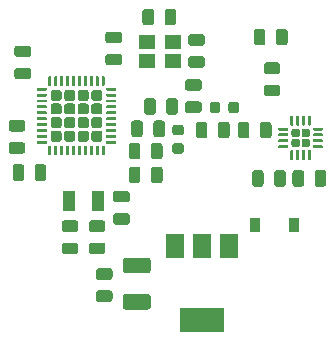
<source format=gbr>
G04 #@! TF.GenerationSoftware,KiCad,Pcbnew,5.1.5-52549c5~86~ubuntu16.04.1*
G04 #@! TF.CreationDate,2020-05-03T15:37:36+09:00*
G04 #@! TF.ProjectId,esp8266-cc2530,65737038-3236-4362-9d63-63323533302e,rev?*
G04 #@! TF.SameCoordinates,Original*
G04 #@! TF.FileFunction,Paste,Bot*
G04 #@! TF.FilePolarity,Positive*
%FSLAX46Y46*%
G04 Gerber Fmt 4.6, Leading zero omitted, Abs format (unit mm)*
G04 Created by KiCad (PCBNEW 5.1.5-52549c5~86~ubuntu16.04.1) date 2020-05-03 15:37:36*
%MOMM*%
%LPD*%
G04 APERTURE LIST*
%ADD10R,0.900000X1.200000*%
%ADD11C,0.100000*%
%ADD12R,1.400000X1.200000*%
%ADD13R,1.000000X1.800000*%
%ADD14R,1.500000X2.000000*%
%ADD15R,3.800000X2.000000*%
G04 APERTURE END LIST*
D10*
X96500000Y-49150000D03*
X93200000Y-49150000D03*
D11*
G36*
X76630289Y-41161120D02*
G01*
X76652858Y-41164467D01*
X76674991Y-41170011D01*
X76696474Y-41177698D01*
X76717100Y-41187453D01*
X76736670Y-41199183D01*
X76754996Y-41212775D01*
X76771902Y-41228098D01*
X76787225Y-41245004D01*
X76800817Y-41263330D01*
X76812547Y-41282900D01*
X76822302Y-41303526D01*
X76829989Y-41325009D01*
X76835533Y-41347142D01*
X76838880Y-41369711D01*
X76840000Y-41392500D01*
X76840000Y-41857500D01*
X76838880Y-41880289D01*
X76835533Y-41902858D01*
X76829989Y-41924991D01*
X76822302Y-41946474D01*
X76812547Y-41967100D01*
X76800817Y-41986670D01*
X76787225Y-42004996D01*
X76771902Y-42021902D01*
X76754996Y-42037225D01*
X76736670Y-42050817D01*
X76717100Y-42062547D01*
X76696474Y-42072302D01*
X76674991Y-42079989D01*
X76652858Y-42085533D01*
X76630289Y-42088880D01*
X76607500Y-42090000D01*
X76142500Y-42090000D01*
X76119711Y-42088880D01*
X76097142Y-42085533D01*
X76075009Y-42079989D01*
X76053526Y-42072302D01*
X76032900Y-42062547D01*
X76013330Y-42050817D01*
X75995004Y-42037225D01*
X75978098Y-42021902D01*
X75962775Y-42004996D01*
X75949183Y-41986670D01*
X75937453Y-41967100D01*
X75927698Y-41946474D01*
X75920011Y-41924991D01*
X75914467Y-41902858D01*
X75911120Y-41880289D01*
X75910000Y-41857500D01*
X75910000Y-41392500D01*
X75911120Y-41369711D01*
X75914467Y-41347142D01*
X75920011Y-41325009D01*
X75927698Y-41303526D01*
X75937453Y-41282900D01*
X75949183Y-41263330D01*
X75962775Y-41245004D01*
X75978098Y-41228098D01*
X75995004Y-41212775D01*
X76013330Y-41199183D01*
X76032900Y-41187453D01*
X76053526Y-41177698D01*
X76075009Y-41170011D01*
X76097142Y-41164467D01*
X76119711Y-41161120D01*
X76142500Y-41160000D01*
X76607500Y-41160000D01*
X76630289Y-41161120D01*
G37*
G36*
X76630289Y-40011120D02*
G01*
X76652858Y-40014467D01*
X76674991Y-40020011D01*
X76696474Y-40027698D01*
X76717100Y-40037453D01*
X76736670Y-40049183D01*
X76754996Y-40062775D01*
X76771902Y-40078098D01*
X76787225Y-40095004D01*
X76800817Y-40113330D01*
X76812547Y-40132900D01*
X76822302Y-40153526D01*
X76829989Y-40175009D01*
X76835533Y-40197142D01*
X76838880Y-40219711D01*
X76840000Y-40242500D01*
X76840000Y-40707500D01*
X76838880Y-40730289D01*
X76835533Y-40752858D01*
X76829989Y-40774991D01*
X76822302Y-40796474D01*
X76812547Y-40817100D01*
X76800817Y-40836670D01*
X76787225Y-40854996D01*
X76771902Y-40871902D01*
X76754996Y-40887225D01*
X76736670Y-40900817D01*
X76717100Y-40912547D01*
X76696474Y-40922302D01*
X76674991Y-40929989D01*
X76652858Y-40935533D01*
X76630289Y-40938880D01*
X76607500Y-40940000D01*
X76142500Y-40940000D01*
X76119711Y-40938880D01*
X76097142Y-40935533D01*
X76075009Y-40929989D01*
X76053526Y-40922302D01*
X76032900Y-40912547D01*
X76013330Y-40900817D01*
X75995004Y-40887225D01*
X75978098Y-40871902D01*
X75962775Y-40854996D01*
X75949183Y-40836670D01*
X75937453Y-40817100D01*
X75927698Y-40796474D01*
X75920011Y-40774991D01*
X75914467Y-40752858D01*
X75911120Y-40730289D01*
X75910000Y-40707500D01*
X75910000Y-40242500D01*
X75911120Y-40219711D01*
X75914467Y-40197142D01*
X75920011Y-40175009D01*
X75927698Y-40153526D01*
X75937453Y-40132900D01*
X75949183Y-40113330D01*
X75962775Y-40095004D01*
X75978098Y-40078098D01*
X75995004Y-40062775D01*
X76013330Y-40049183D01*
X76032900Y-40037453D01*
X76053526Y-40027698D01*
X76075009Y-40020011D01*
X76097142Y-40014467D01*
X76119711Y-40011120D01*
X76142500Y-40010000D01*
X76607500Y-40010000D01*
X76630289Y-40011120D01*
G37*
G36*
X76630289Y-38861120D02*
G01*
X76652858Y-38864467D01*
X76674991Y-38870011D01*
X76696474Y-38877698D01*
X76717100Y-38887453D01*
X76736670Y-38899183D01*
X76754996Y-38912775D01*
X76771902Y-38928098D01*
X76787225Y-38945004D01*
X76800817Y-38963330D01*
X76812547Y-38982900D01*
X76822302Y-39003526D01*
X76829989Y-39025009D01*
X76835533Y-39047142D01*
X76838880Y-39069711D01*
X76840000Y-39092500D01*
X76840000Y-39557500D01*
X76838880Y-39580289D01*
X76835533Y-39602858D01*
X76829989Y-39624991D01*
X76822302Y-39646474D01*
X76812547Y-39667100D01*
X76800817Y-39686670D01*
X76787225Y-39704996D01*
X76771902Y-39721902D01*
X76754996Y-39737225D01*
X76736670Y-39750817D01*
X76717100Y-39762547D01*
X76696474Y-39772302D01*
X76674991Y-39779989D01*
X76652858Y-39785533D01*
X76630289Y-39788880D01*
X76607500Y-39790000D01*
X76142500Y-39790000D01*
X76119711Y-39788880D01*
X76097142Y-39785533D01*
X76075009Y-39779989D01*
X76053526Y-39772302D01*
X76032900Y-39762547D01*
X76013330Y-39750817D01*
X75995004Y-39737225D01*
X75978098Y-39721902D01*
X75962775Y-39704996D01*
X75949183Y-39686670D01*
X75937453Y-39667100D01*
X75927698Y-39646474D01*
X75920011Y-39624991D01*
X75914467Y-39602858D01*
X75911120Y-39580289D01*
X75910000Y-39557500D01*
X75910000Y-39092500D01*
X75911120Y-39069711D01*
X75914467Y-39047142D01*
X75920011Y-39025009D01*
X75927698Y-39003526D01*
X75937453Y-38982900D01*
X75949183Y-38963330D01*
X75962775Y-38945004D01*
X75978098Y-38928098D01*
X75995004Y-38912775D01*
X76013330Y-38899183D01*
X76032900Y-38887453D01*
X76053526Y-38877698D01*
X76075009Y-38870011D01*
X76097142Y-38864467D01*
X76119711Y-38861120D01*
X76142500Y-38860000D01*
X76607500Y-38860000D01*
X76630289Y-38861120D01*
G37*
G36*
X76630289Y-37711120D02*
G01*
X76652858Y-37714467D01*
X76674991Y-37720011D01*
X76696474Y-37727698D01*
X76717100Y-37737453D01*
X76736670Y-37749183D01*
X76754996Y-37762775D01*
X76771902Y-37778098D01*
X76787225Y-37795004D01*
X76800817Y-37813330D01*
X76812547Y-37832900D01*
X76822302Y-37853526D01*
X76829989Y-37875009D01*
X76835533Y-37897142D01*
X76838880Y-37919711D01*
X76840000Y-37942500D01*
X76840000Y-38407500D01*
X76838880Y-38430289D01*
X76835533Y-38452858D01*
X76829989Y-38474991D01*
X76822302Y-38496474D01*
X76812547Y-38517100D01*
X76800817Y-38536670D01*
X76787225Y-38554996D01*
X76771902Y-38571902D01*
X76754996Y-38587225D01*
X76736670Y-38600817D01*
X76717100Y-38612547D01*
X76696474Y-38622302D01*
X76674991Y-38629989D01*
X76652858Y-38635533D01*
X76630289Y-38638880D01*
X76607500Y-38640000D01*
X76142500Y-38640000D01*
X76119711Y-38638880D01*
X76097142Y-38635533D01*
X76075009Y-38629989D01*
X76053526Y-38622302D01*
X76032900Y-38612547D01*
X76013330Y-38600817D01*
X75995004Y-38587225D01*
X75978098Y-38571902D01*
X75962775Y-38554996D01*
X75949183Y-38536670D01*
X75937453Y-38517100D01*
X75927698Y-38496474D01*
X75920011Y-38474991D01*
X75914467Y-38452858D01*
X75911120Y-38430289D01*
X75910000Y-38407500D01*
X75910000Y-37942500D01*
X75911120Y-37919711D01*
X75914467Y-37897142D01*
X75920011Y-37875009D01*
X75927698Y-37853526D01*
X75937453Y-37832900D01*
X75949183Y-37813330D01*
X75962775Y-37795004D01*
X75978098Y-37778098D01*
X75995004Y-37762775D01*
X76013330Y-37749183D01*
X76032900Y-37737453D01*
X76053526Y-37727698D01*
X76075009Y-37720011D01*
X76097142Y-37714467D01*
X76119711Y-37711120D01*
X76142500Y-37710000D01*
X76607500Y-37710000D01*
X76630289Y-37711120D01*
G37*
G36*
X77780289Y-41161120D02*
G01*
X77802858Y-41164467D01*
X77824991Y-41170011D01*
X77846474Y-41177698D01*
X77867100Y-41187453D01*
X77886670Y-41199183D01*
X77904996Y-41212775D01*
X77921902Y-41228098D01*
X77937225Y-41245004D01*
X77950817Y-41263330D01*
X77962547Y-41282900D01*
X77972302Y-41303526D01*
X77979989Y-41325009D01*
X77985533Y-41347142D01*
X77988880Y-41369711D01*
X77990000Y-41392500D01*
X77990000Y-41857500D01*
X77988880Y-41880289D01*
X77985533Y-41902858D01*
X77979989Y-41924991D01*
X77972302Y-41946474D01*
X77962547Y-41967100D01*
X77950817Y-41986670D01*
X77937225Y-42004996D01*
X77921902Y-42021902D01*
X77904996Y-42037225D01*
X77886670Y-42050817D01*
X77867100Y-42062547D01*
X77846474Y-42072302D01*
X77824991Y-42079989D01*
X77802858Y-42085533D01*
X77780289Y-42088880D01*
X77757500Y-42090000D01*
X77292500Y-42090000D01*
X77269711Y-42088880D01*
X77247142Y-42085533D01*
X77225009Y-42079989D01*
X77203526Y-42072302D01*
X77182900Y-42062547D01*
X77163330Y-42050817D01*
X77145004Y-42037225D01*
X77128098Y-42021902D01*
X77112775Y-42004996D01*
X77099183Y-41986670D01*
X77087453Y-41967100D01*
X77077698Y-41946474D01*
X77070011Y-41924991D01*
X77064467Y-41902858D01*
X77061120Y-41880289D01*
X77060000Y-41857500D01*
X77060000Y-41392500D01*
X77061120Y-41369711D01*
X77064467Y-41347142D01*
X77070011Y-41325009D01*
X77077698Y-41303526D01*
X77087453Y-41282900D01*
X77099183Y-41263330D01*
X77112775Y-41245004D01*
X77128098Y-41228098D01*
X77145004Y-41212775D01*
X77163330Y-41199183D01*
X77182900Y-41187453D01*
X77203526Y-41177698D01*
X77225009Y-41170011D01*
X77247142Y-41164467D01*
X77269711Y-41161120D01*
X77292500Y-41160000D01*
X77757500Y-41160000D01*
X77780289Y-41161120D01*
G37*
G36*
X77780289Y-40011120D02*
G01*
X77802858Y-40014467D01*
X77824991Y-40020011D01*
X77846474Y-40027698D01*
X77867100Y-40037453D01*
X77886670Y-40049183D01*
X77904996Y-40062775D01*
X77921902Y-40078098D01*
X77937225Y-40095004D01*
X77950817Y-40113330D01*
X77962547Y-40132900D01*
X77972302Y-40153526D01*
X77979989Y-40175009D01*
X77985533Y-40197142D01*
X77988880Y-40219711D01*
X77990000Y-40242500D01*
X77990000Y-40707500D01*
X77988880Y-40730289D01*
X77985533Y-40752858D01*
X77979989Y-40774991D01*
X77972302Y-40796474D01*
X77962547Y-40817100D01*
X77950817Y-40836670D01*
X77937225Y-40854996D01*
X77921902Y-40871902D01*
X77904996Y-40887225D01*
X77886670Y-40900817D01*
X77867100Y-40912547D01*
X77846474Y-40922302D01*
X77824991Y-40929989D01*
X77802858Y-40935533D01*
X77780289Y-40938880D01*
X77757500Y-40940000D01*
X77292500Y-40940000D01*
X77269711Y-40938880D01*
X77247142Y-40935533D01*
X77225009Y-40929989D01*
X77203526Y-40922302D01*
X77182900Y-40912547D01*
X77163330Y-40900817D01*
X77145004Y-40887225D01*
X77128098Y-40871902D01*
X77112775Y-40854996D01*
X77099183Y-40836670D01*
X77087453Y-40817100D01*
X77077698Y-40796474D01*
X77070011Y-40774991D01*
X77064467Y-40752858D01*
X77061120Y-40730289D01*
X77060000Y-40707500D01*
X77060000Y-40242500D01*
X77061120Y-40219711D01*
X77064467Y-40197142D01*
X77070011Y-40175009D01*
X77077698Y-40153526D01*
X77087453Y-40132900D01*
X77099183Y-40113330D01*
X77112775Y-40095004D01*
X77128098Y-40078098D01*
X77145004Y-40062775D01*
X77163330Y-40049183D01*
X77182900Y-40037453D01*
X77203526Y-40027698D01*
X77225009Y-40020011D01*
X77247142Y-40014467D01*
X77269711Y-40011120D01*
X77292500Y-40010000D01*
X77757500Y-40010000D01*
X77780289Y-40011120D01*
G37*
G36*
X77780289Y-38861120D02*
G01*
X77802858Y-38864467D01*
X77824991Y-38870011D01*
X77846474Y-38877698D01*
X77867100Y-38887453D01*
X77886670Y-38899183D01*
X77904996Y-38912775D01*
X77921902Y-38928098D01*
X77937225Y-38945004D01*
X77950817Y-38963330D01*
X77962547Y-38982900D01*
X77972302Y-39003526D01*
X77979989Y-39025009D01*
X77985533Y-39047142D01*
X77988880Y-39069711D01*
X77990000Y-39092500D01*
X77990000Y-39557500D01*
X77988880Y-39580289D01*
X77985533Y-39602858D01*
X77979989Y-39624991D01*
X77972302Y-39646474D01*
X77962547Y-39667100D01*
X77950817Y-39686670D01*
X77937225Y-39704996D01*
X77921902Y-39721902D01*
X77904996Y-39737225D01*
X77886670Y-39750817D01*
X77867100Y-39762547D01*
X77846474Y-39772302D01*
X77824991Y-39779989D01*
X77802858Y-39785533D01*
X77780289Y-39788880D01*
X77757500Y-39790000D01*
X77292500Y-39790000D01*
X77269711Y-39788880D01*
X77247142Y-39785533D01*
X77225009Y-39779989D01*
X77203526Y-39772302D01*
X77182900Y-39762547D01*
X77163330Y-39750817D01*
X77145004Y-39737225D01*
X77128098Y-39721902D01*
X77112775Y-39704996D01*
X77099183Y-39686670D01*
X77087453Y-39667100D01*
X77077698Y-39646474D01*
X77070011Y-39624991D01*
X77064467Y-39602858D01*
X77061120Y-39580289D01*
X77060000Y-39557500D01*
X77060000Y-39092500D01*
X77061120Y-39069711D01*
X77064467Y-39047142D01*
X77070011Y-39025009D01*
X77077698Y-39003526D01*
X77087453Y-38982900D01*
X77099183Y-38963330D01*
X77112775Y-38945004D01*
X77128098Y-38928098D01*
X77145004Y-38912775D01*
X77163330Y-38899183D01*
X77182900Y-38887453D01*
X77203526Y-38877698D01*
X77225009Y-38870011D01*
X77247142Y-38864467D01*
X77269711Y-38861120D01*
X77292500Y-38860000D01*
X77757500Y-38860000D01*
X77780289Y-38861120D01*
G37*
G36*
X77780289Y-37711120D02*
G01*
X77802858Y-37714467D01*
X77824991Y-37720011D01*
X77846474Y-37727698D01*
X77867100Y-37737453D01*
X77886670Y-37749183D01*
X77904996Y-37762775D01*
X77921902Y-37778098D01*
X77937225Y-37795004D01*
X77950817Y-37813330D01*
X77962547Y-37832900D01*
X77972302Y-37853526D01*
X77979989Y-37875009D01*
X77985533Y-37897142D01*
X77988880Y-37919711D01*
X77990000Y-37942500D01*
X77990000Y-38407500D01*
X77988880Y-38430289D01*
X77985533Y-38452858D01*
X77979989Y-38474991D01*
X77972302Y-38496474D01*
X77962547Y-38517100D01*
X77950817Y-38536670D01*
X77937225Y-38554996D01*
X77921902Y-38571902D01*
X77904996Y-38587225D01*
X77886670Y-38600817D01*
X77867100Y-38612547D01*
X77846474Y-38622302D01*
X77824991Y-38629989D01*
X77802858Y-38635533D01*
X77780289Y-38638880D01*
X77757500Y-38640000D01*
X77292500Y-38640000D01*
X77269711Y-38638880D01*
X77247142Y-38635533D01*
X77225009Y-38629989D01*
X77203526Y-38622302D01*
X77182900Y-38612547D01*
X77163330Y-38600817D01*
X77145004Y-38587225D01*
X77128098Y-38571902D01*
X77112775Y-38554996D01*
X77099183Y-38536670D01*
X77087453Y-38517100D01*
X77077698Y-38496474D01*
X77070011Y-38474991D01*
X77064467Y-38452858D01*
X77061120Y-38430289D01*
X77060000Y-38407500D01*
X77060000Y-37942500D01*
X77061120Y-37919711D01*
X77064467Y-37897142D01*
X77070011Y-37875009D01*
X77077698Y-37853526D01*
X77087453Y-37832900D01*
X77099183Y-37813330D01*
X77112775Y-37795004D01*
X77128098Y-37778098D01*
X77145004Y-37762775D01*
X77163330Y-37749183D01*
X77182900Y-37737453D01*
X77203526Y-37727698D01*
X77225009Y-37720011D01*
X77247142Y-37714467D01*
X77269711Y-37711120D01*
X77292500Y-37710000D01*
X77757500Y-37710000D01*
X77780289Y-37711120D01*
G37*
G36*
X78930289Y-41161120D02*
G01*
X78952858Y-41164467D01*
X78974991Y-41170011D01*
X78996474Y-41177698D01*
X79017100Y-41187453D01*
X79036670Y-41199183D01*
X79054996Y-41212775D01*
X79071902Y-41228098D01*
X79087225Y-41245004D01*
X79100817Y-41263330D01*
X79112547Y-41282900D01*
X79122302Y-41303526D01*
X79129989Y-41325009D01*
X79135533Y-41347142D01*
X79138880Y-41369711D01*
X79140000Y-41392500D01*
X79140000Y-41857500D01*
X79138880Y-41880289D01*
X79135533Y-41902858D01*
X79129989Y-41924991D01*
X79122302Y-41946474D01*
X79112547Y-41967100D01*
X79100817Y-41986670D01*
X79087225Y-42004996D01*
X79071902Y-42021902D01*
X79054996Y-42037225D01*
X79036670Y-42050817D01*
X79017100Y-42062547D01*
X78996474Y-42072302D01*
X78974991Y-42079989D01*
X78952858Y-42085533D01*
X78930289Y-42088880D01*
X78907500Y-42090000D01*
X78442500Y-42090000D01*
X78419711Y-42088880D01*
X78397142Y-42085533D01*
X78375009Y-42079989D01*
X78353526Y-42072302D01*
X78332900Y-42062547D01*
X78313330Y-42050817D01*
X78295004Y-42037225D01*
X78278098Y-42021902D01*
X78262775Y-42004996D01*
X78249183Y-41986670D01*
X78237453Y-41967100D01*
X78227698Y-41946474D01*
X78220011Y-41924991D01*
X78214467Y-41902858D01*
X78211120Y-41880289D01*
X78210000Y-41857500D01*
X78210000Y-41392500D01*
X78211120Y-41369711D01*
X78214467Y-41347142D01*
X78220011Y-41325009D01*
X78227698Y-41303526D01*
X78237453Y-41282900D01*
X78249183Y-41263330D01*
X78262775Y-41245004D01*
X78278098Y-41228098D01*
X78295004Y-41212775D01*
X78313330Y-41199183D01*
X78332900Y-41187453D01*
X78353526Y-41177698D01*
X78375009Y-41170011D01*
X78397142Y-41164467D01*
X78419711Y-41161120D01*
X78442500Y-41160000D01*
X78907500Y-41160000D01*
X78930289Y-41161120D01*
G37*
G36*
X78930289Y-40011120D02*
G01*
X78952858Y-40014467D01*
X78974991Y-40020011D01*
X78996474Y-40027698D01*
X79017100Y-40037453D01*
X79036670Y-40049183D01*
X79054996Y-40062775D01*
X79071902Y-40078098D01*
X79087225Y-40095004D01*
X79100817Y-40113330D01*
X79112547Y-40132900D01*
X79122302Y-40153526D01*
X79129989Y-40175009D01*
X79135533Y-40197142D01*
X79138880Y-40219711D01*
X79140000Y-40242500D01*
X79140000Y-40707500D01*
X79138880Y-40730289D01*
X79135533Y-40752858D01*
X79129989Y-40774991D01*
X79122302Y-40796474D01*
X79112547Y-40817100D01*
X79100817Y-40836670D01*
X79087225Y-40854996D01*
X79071902Y-40871902D01*
X79054996Y-40887225D01*
X79036670Y-40900817D01*
X79017100Y-40912547D01*
X78996474Y-40922302D01*
X78974991Y-40929989D01*
X78952858Y-40935533D01*
X78930289Y-40938880D01*
X78907500Y-40940000D01*
X78442500Y-40940000D01*
X78419711Y-40938880D01*
X78397142Y-40935533D01*
X78375009Y-40929989D01*
X78353526Y-40922302D01*
X78332900Y-40912547D01*
X78313330Y-40900817D01*
X78295004Y-40887225D01*
X78278098Y-40871902D01*
X78262775Y-40854996D01*
X78249183Y-40836670D01*
X78237453Y-40817100D01*
X78227698Y-40796474D01*
X78220011Y-40774991D01*
X78214467Y-40752858D01*
X78211120Y-40730289D01*
X78210000Y-40707500D01*
X78210000Y-40242500D01*
X78211120Y-40219711D01*
X78214467Y-40197142D01*
X78220011Y-40175009D01*
X78227698Y-40153526D01*
X78237453Y-40132900D01*
X78249183Y-40113330D01*
X78262775Y-40095004D01*
X78278098Y-40078098D01*
X78295004Y-40062775D01*
X78313330Y-40049183D01*
X78332900Y-40037453D01*
X78353526Y-40027698D01*
X78375009Y-40020011D01*
X78397142Y-40014467D01*
X78419711Y-40011120D01*
X78442500Y-40010000D01*
X78907500Y-40010000D01*
X78930289Y-40011120D01*
G37*
G36*
X78930289Y-38861120D02*
G01*
X78952858Y-38864467D01*
X78974991Y-38870011D01*
X78996474Y-38877698D01*
X79017100Y-38887453D01*
X79036670Y-38899183D01*
X79054996Y-38912775D01*
X79071902Y-38928098D01*
X79087225Y-38945004D01*
X79100817Y-38963330D01*
X79112547Y-38982900D01*
X79122302Y-39003526D01*
X79129989Y-39025009D01*
X79135533Y-39047142D01*
X79138880Y-39069711D01*
X79140000Y-39092500D01*
X79140000Y-39557500D01*
X79138880Y-39580289D01*
X79135533Y-39602858D01*
X79129989Y-39624991D01*
X79122302Y-39646474D01*
X79112547Y-39667100D01*
X79100817Y-39686670D01*
X79087225Y-39704996D01*
X79071902Y-39721902D01*
X79054996Y-39737225D01*
X79036670Y-39750817D01*
X79017100Y-39762547D01*
X78996474Y-39772302D01*
X78974991Y-39779989D01*
X78952858Y-39785533D01*
X78930289Y-39788880D01*
X78907500Y-39790000D01*
X78442500Y-39790000D01*
X78419711Y-39788880D01*
X78397142Y-39785533D01*
X78375009Y-39779989D01*
X78353526Y-39772302D01*
X78332900Y-39762547D01*
X78313330Y-39750817D01*
X78295004Y-39737225D01*
X78278098Y-39721902D01*
X78262775Y-39704996D01*
X78249183Y-39686670D01*
X78237453Y-39667100D01*
X78227698Y-39646474D01*
X78220011Y-39624991D01*
X78214467Y-39602858D01*
X78211120Y-39580289D01*
X78210000Y-39557500D01*
X78210000Y-39092500D01*
X78211120Y-39069711D01*
X78214467Y-39047142D01*
X78220011Y-39025009D01*
X78227698Y-39003526D01*
X78237453Y-38982900D01*
X78249183Y-38963330D01*
X78262775Y-38945004D01*
X78278098Y-38928098D01*
X78295004Y-38912775D01*
X78313330Y-38899183D01*
X78332900Y-38887453D01*
X78353526Y-38877698D01*
X78375009Y-38870011D01*
X78397142Y-38864467D01*
X78419711Y-38861120D01*
X78442500Y-38860000D01*
X78907500Y-38860000D01*
X78930289Y-38861120D01*
G37*
G36*
X78930289Y-37711120D02*
G01*
X78952858Y-37714467D01*
X78974991Y-37720011D01*
X78996474Y-37727698D01*
X79017100Y-37737453D01*
X79036670Y-37749183D01*
X79054996Y-37762775D01*
X79071902Y-37778098D01*
X79087225Y-37795004D01*
X79100817Y-37813330D01*
X79112547Y-37832900D01*
X79122302Y-37853526D01*
X79129989Y-37875009D01*
X79135533Y-37897142D01*
X79138880Y-37919711D01*
X79140000Y-37942500D01*
X79140000Y-38407500D01*
X79138880Y-38430289D01*
X79135533Y-38452858D01*
X79129989Y-38474991D01*
X79122302Y-38496474D01*
X79112547Y-38517100D01*
X79100817Y-38536670D01*
X79087225Y-38554996D01*
X79071902Y-38571902D01*
X79054996Y-38587225D01*
X79036670Y-38600817D01*
X79017100Y-38612547D01*
X78996474Y-38622302D01*
X78974991Y-38629989D01*
X78952858Y-38635533D01*
X78930289Y-38638880D01*
X78907500Y-38640000D01*
X78442500Y-38640000D01*
X78419711Y-38638880D01*
X78397142Y-38635533D01*
X78375009Y-38629989D01*
X78353526Y-38622302D01*
X78332900Y-38612547D01*
X78313330Y-38600817D01*
X78295004Y-38587225D01*
X78278098Y-38571902D01*
X78262775Y-38554996D01*
X78249183Y-38536670D01*
X78237453Y-38517100D01*
X78227698Y-38496474D01*
X78220011Y-38474991D01*
X78214467Y-38452858D01*
X78211120Y-38430289D01*
X78210000Y-38407500D01*
X78210000Y-37942500D01*
X78211120Y-37919711D01*
X78214467Y-37897142D01*
X78220011Y-37875009D01*
X78227698Y-37853526D01*
X78237453Y-37832900D01*
X78249183Y-37813330D01*
X78262775Y-37795004D01*
X78278098Y-37778098D01*
X78295004Y-37762775D01*
X78313330Y-37749183D01*
X78332900Y-37737453D01*
X78353526Y-37727698D01*
X78375009Y-37720011D01*
X78397142Y-37714467D01*
X78419711Y-37711120D01*
X78442500Y-37710000D01*
X78907500Y-37710000D01*
X78930289Y-37711120D01*
G37*
G36*
X80080289Y-41161120D02*
G01*
X80102858Y-41164467D01*
X80124991Y-41170011D01*
X80146474Y-41177698D01*
X80167100Y-41187453D01*
X80186670Y-41199183D01*
X80204996Y-41212775D01*
X80221902Y-41228098D01*
X80237225Y-41245004D01*
X80250817Y-41263330D01*
X80262547Y-41282900D01*
X80272302Y-41303526D01*
X80279989Y-41325009D01*
X80285533Y-41347142D01*
X80288880Y-41369711D01*
X80290000Y-41392500D01*
X80290000Y-41857500D01*
X80288880Y-41880289D01*
X80285533Y-41902858D01*
X80279989Y-41924991D01*
X80272302Y-41946474D01*
X80262547Y-41967100D01*
X80250817Y-41986670D01*
X80237225Y-42004996D01*
X80221902Y-42021902D01*
X80204996Y-42037225D01*
X80186670Y-42050817D01*
X80167100Y-42062547D01*
X80146474Y-42072302D01*
X80124991Y-42079989D01*
X80102858Y-42085533D01*
X80080289Y-42088880D01*
X80057500Y-42090000D01*
X79592500Y-42090000D01*
X79569711Y-42088880D01*
X79547142Y-42085533D01*
X79525009Y-42079989D01*
X79503526Y-42072302D01*
X79482900Y-42062547D01*
X79463330Y-42050817D01*
X79445004Y-42037225D01*
X79428098Y-42021902D01*
X79412775Y-42004996D01*
X79399183Y-41986670D01*
X79387453Y-41967100D01*
X79377698Y-41946474D01*
X79370011Y-41924991D01*
X79364467Y-41902858D01*
X79361120Y-41880289D01*
X79360000Y-41857500D01*
X79360000Y-41392500D01*
X79361120Y-41369711D01*
X79364467Y-41347142D01*
X79370011Y-41325009D01*
X79377698Y-41303526D01*
X79387453Y-41282900D01*
X79399183Y-41263330D01*
X79412775Y-41245004D01*
X79428098Y-41228098D01*
X79445004Y-41212775D01*
X79463330Y-41199183D01*
X79482900Y-41187453D01*
X79503526Y-41177698D01*
X79525009Y-41170011D01*
X79547142Y-41164467D01*
X79569711Y-41161120D01*
X79592500Y-41160000D01*
X80057500Y-41160000D01*
X80080289Y-41161120D01*
G37*
G36*
X80080289Y-40011120D02*
G01*
X80102858Y-40014467D01*
X80124991Y-40020011D01*
X80146474Y-40027698D01*
X80167100Y-40037453D01*
X80186670Y-40049183D01*
X80204996Y-40062775D01*
X80221902Y-40078098D01*
X80237225Y-40095004D01*
X80250817Y-40113330D01*
X80262547Y-40132900D01*
X80272302Y-40153526D01*
X80279989Y-40175009D01*
X80285533Y-40197142D01*
X80288880Y-40219711D01*
X80290000Y-40242500D01*
X80290000Y-40707500D01*
X80288880Y-40730289D01*
X80285533Y-40752858D01*
X80279989Y-40774991D01*
X80272302Y-40796474D01*
X80262547Y-40817100D01*
X80250817Y-40836670D01*
X80237225Y-40854996D01*
X80221902Y-40871902D01*
X80204996Y-40887225D01*
X80186670Y-40900817D01*
X80167100Y-40912547D01*
X80146474Y-40922302D01*
X80124991Y-40929989D01*
X80102858Y-40935533D01*
X80080289Y-40938880D01*
X80057500Y-40940000D01*
X79592500Y-40940000D01*
X79569711Y-40938880D01*
X79547142Y-40935533D01*
X79525009Y-40929989D01*
X79503526Y-40922302D01*
X79482900Y-40912547D01*
X79463330Y-40900817D01*
X79445004Y-40887225D01*
X79428098Y-40871902D01*
X79412775Y-40854996D01*
X79399183Y-40836670D01*
X79387453Y-40817100D01*
X79377698Y-40796474D01*
X79370011Y-40774991D01*
X79364467Y-40752858D01*
X79361120Y-40730289D01*
X79360000Y-40707500D01*
X79360000Y-40242500D01*
X79361120Y-40219711D01*
X79364467Y-40197142D01*
X79370011Y-40175009D01*
X79377698Y-40153526D01*
X79387453Y-40132900D01*
X79399183Y-40113330D01*
X79412775Y-40095004D01*
X79428098Y-40078098D01*
X79445004Y-40062775D01*
X79463330Y-40049183D01*
X79482900Y-40037453D01*
X79503526Y-40027698D01*
X79525009Y-40020011D01*
X79547142Y-40014467D01*
X79569711Y-40011120D01*
X79592500Y-40010000D01*
X80057500Y-40010000D01*
X80080289Y-40011120D01*
G37*
G36*
X80080289Y-38861120D02*
G01*
X80102858Y-38864467D01*
X80124991Y-38870011D01*
X80146474Y-38877698D01*
X80167100Y-38887453D01*
X80186670Y-38899183D01*
X80204996Y-38912775D01*
X80221902Y-38928098D01*
X80237225Y-38945004D01*
X80250817Y-38963330D01*
X80262547Y-38982900D01*
X80272302Y-39003526D01*
X80279989Y-39025009D01*
X80285533Y-39047142D01*
X80288880Y-39069711D01*
X80290000Y-39092500D01*
X80290000Y-39557500D01*
X80288880Y-39580289D01*
X80285533Y-39602858D01*
X80279989Y-39624991D01*
X80272302Y-39646474D01*
X80262547Y-39667100D01*
X80250817Y-39686670D01*
X80237225Y-39704996D01*
X80221902Y-39721902D01*
X80204996Y-39737225D01*
X80186670Y-39750817D01*
X80167100Y-39762547D01*
X80146474Y-39772302D01*
X80124991Y-39779989D01*
X80102858Y-39785533D01*
X80080289Y-39788880D01*
X80057500Y-39790000D01*
X79592500Y-39790000D01*
X79569711Y-39788880D01*
X79547142Y-39785533D01*
X79525009Y-39779989D01*
X79503526Y-39772302D01*
X79482900Y-39762547D01*
X79463330Y-39750817D01*
X79445004Y-39737225D01*
X79428098Y-39721902D01*
X79412775Y-39704996D01*
X79399183Y-39686670D01*
X79387453Y-39667100D01*
X79377698Y-39646474D01*
X79370011Y-39624991D01*
X79364467Y-39602858D01*
X79361120Y-39580289D01*
X79360000Y-39557500D01*
X79360000Y-39092500D01*
X79361120Y-39069711D01*
X79364467Y-39047142D01*
X79370011Y-39025009D01*
X79377698Y-39003526D01*
X79387453Y-38982900D01*
X79399183Y-38963330D01*
X79412775Y-38945004D01*
X79428098Y-38928098D01*
X79445004Y-38912775D01*
X79463330Y-38899183D01*
X79482900Y-38887453D01*
X79503526Y-38877698D01*
X79525009Y-38870011D01*
X79547142Y-38864467D01*
X79569711Y-38861120D01*
X79592500Y-38860000D01*
X80057500Y-38860000D01*
X80080289Y-38861120D01*
G37*
G36*
X80080289Y-37711120D02*
G01*
X80102858Y-37714467D01*
X80124991Y-37720011D01*
X80146474Y-37727698D01*
X80167100Y-37737453D01*
X80186670Y-37749183D01*
X80204996Y-37762775D01*
X80221902Y-37778098D01*
X80237225Y-37795004D01*
X80250817Y-37813330D01*
X80262547Y-37832900D01*
X80272302Y-37853526D01*
X80279989Y-37875009D01*
X80285533Y-37897142D01*
X80288880Y-37919711D01*
X80290000Y-37942500D01*
X80290000Y-38407500D01*
X80288880Y-38430289D01*
X80285533Y-38452858D01*
X80279989Y-38474991D01*
X80272302Y-38496474D01*
X80262547Y-38517100D01*
X80250817Y-38536670D01*
X80237225Y-38554996D01*
X80221902Y-38571902D01*
X80204996Y-38587225D01*
X80186670Y-38600817D01*
X80167100Y-38612547D01*
X80146474Y-38622302D01*
X80124991Y-38629989D01*
X80102858Y-38635533D01*
X80080289Y-38638880D01*
X80057500Y-38640000D01*
X79592500Y-38640000D01*
X79569711Y-38638880D01*
X79547142Y-38635533D01*
X79525009Y-38629989D01*
X79503526Y-38622302D01*
X79482900Y-38612547D01*
X79463330Y-38600817D01*
X79445004Y-38587225D01*
X79428098Y-38571902D01*
X79412775Y-38554996D01*
X79399183Y-38536670D01*
X79387453Y-38517100D01*
X79377698Y-38496474D01*
X79370011Y-38474991D01*
X79364467Y-38452858D01*
X79361120Y-38430289D01*
X79360000Y-38407500D01*
X79360000Y-37942500D01*
X79361120Y-37919711D01*
X79364467Y-37897142D01*
X79370011Y-37875009D01*
X79377698Y-37853526D01*
X79387453Y-37832900D01*
X79399183Y-37813330D01*
X79412775Y-37795004D01*
X79428098Y-37778098D01*
X79445004Y-37762775D01*
X79463330Y-37749183D01*
X79482900Y-37737453D01*
X79503526Y-37727698D01*
X79525009Y-37720011D01*
X79547142Y-37714467D01*
X79569711Y-37711120D01*
X79592500Y-37710000D01*
X80057500Y-37710000D01*
X80080289Y-37711120D01*
G37*
G36*
X75518626Y-42025301D02*
G01*
X75524693Y-42026201D01*
X75530643Y-42027691D01*
X75536418Y-42029758D01*
X75541962Y-42032380D01*
X75547223Y-42035533D01*
X75552150Y-42039187D01*
X75556694Y-42043306D01*
X75560813Y-42047850D01*
X75564467Y-42052777D01*
X75567620Y-42058038D01*
X75570242Y-42063582D01*
X75572309Y-42069357D01*
X75573799Y-42075307D01*
X75574699Y-42081374D01*
X75575000Y-42087500D01*
X75575000Y-42212500D01*
X75574699Y-42218626D01*
X75573799Y-42224693D01*
X75572309Y-42230643D01*
X75570242Y-42236418D01*
X75567620Y-42241962D01*
X75564467Y-42247223D01*
X75560813Y-42252150D01*
X75556694Y-42256694D01*
X75552150Y-42260813D01*
X75547223Y-42264467D01*
X75541962Y-42267620D01*
X75536418Y-42270242D01*
X75530643Y-42272309D01*
X75524693Y-42273799D01*
X75518626Y-42274699D01*
X75512500Y-42275000D01*
X74812500Y-42275000D01*
X74806374Y-42274699D01*
X74800307Y-42273799D01*
X74794357Y-42272309D01*
X74788582Y-42270242D01*
X74783038Y-42267620D01*
X74777777Y-42264467D01*
X74772850Y-42260813D01*
X74768306Y-42256694D01*
X74764187Y-42252150D01*
X74760533Y-42247223D01*
X74757380Y-42241962D01*
X74754758Y-42236418D01*
X74752691Y-42230643D01*
X74751201Y-42224693D01*
X74750301Y-42218626D01*
X74750000Y-42212500D01*
X74750000Y-42087500D01*
X74750301Y-42081374D01*
X74751201Y-42075307D01*
X74752691Y-42069357D01*
X74754758Y-42063582D01*
X74757380Y-42058038D01*
X74760533Y-42052777D01*
X74764187Y-42047850D01*
X74768306Y-42043306D01*
X74772850Y-42039187D01*
X74777777Y-42035533D01*
X74783038Y-42032380D01*
X74788582Y-42029758D01*
X74794357Y-42027691D01*
X74800307Y-42026201D01*
X74806374Y-42025301D01*
X74812500Y-42025000D01*
X75512500Y-42025000D01*
X75518626Y-42025301D01*
G37*
G36*
X75518626Y-41525301D02*
G01*
X75524693Y-41526201D01*
X75530643Y-41527691D01*
X75536418Y-41529758D01*
X75541962Y-41532380D01*
X75547223Y-41535533D01*
X75552150Y-41539187D01*
X75556694Y-41543306D01*
X75560813Y-41547850D01*
X75564467Y-41552777D01*
X75567620Y-41558038D01*
X75570242Y-41563582D01*
X75572309Y-41569357D01*
X75573799Y-41575307D01*
X75574699Y-41581374D01*
X75575000Y-41587500D01*
X75575000Y-41712500D01*
X75574699Y-41718626D01*
X75573799Y-41724693D01*
X75572309Y-41730643D01*
X75570242Y-41736418D01*
X75567620Y-41741962D01*
X75564467Y-41747223D01*
X75560813Y-41752150D01*
X75556694Y-41756694D01*
X75552150Y-41760813D01*
X75547223Y-41764467D01*
X75541962Y-41767620D01*
X75536418Y-41770242D01*
X75530643Y-41772309D01*
X75524693Y-41773799D01*
X75518626Y-41774699D01*
X75512500Y-41775000D01*
X74812500Y-41775000D01*
X74806374Y-41774699D01*
X74800307Y-41773799D01*
X74794357Y-41772309D01*
X74788582Y-41770242D01*
X74783038Y-41767620D01*
X74777777Y-41764467D01*
X74772850Y-41760813D01*
X74768306Y-41756694D01*
X74764187Y-41752150D01*
X74760533Y-41747223D01*
X74757380Y-41741962D01*
X74754758Y-41736418D01*
X74752691Y-41730643D01*
X74751201Y-41724693D01*
X74750301Y-41718626D01*
X74750000Y-41712500D01*
X74750000Y-41587500D01*
X74750301Y-41581374D01*
X74751201Y-41575307D01*
X74752691Y-41569357D01*
X74754758Y-41563582D01*
X74757380Y-41558038D01*
X74760533Y-41552777D01*
X74764187Y-41547850D01*
X74768306Y-41543306D01*
X74772850Y-41539187D01*
X74777777Y-41535533D01*
X74783038Y-41532380D01*
X74788582Y-41529758D01*
X74794357Y-41527691D01*
X74800307Y-41526201D01*
X74806374Y-41525301D01*
X74812500Y-41525000D01*
X75512500Y-41525000D01*
X75518626Y-41525301D01*
G37*
G36*
X75518626Y-41025301D02*
G01*
X75524693Y-41026201D01*
X75530643Y-41027691D01*
X75536418Y-41029758D01*
X75541962Y-41032380D01*
X75547223Y-41035533D01*
X75552150Y-41039187D01*
X75556694Y-41043306D01*
X75560813Y-41047850D01*
X75564467Y-41052777D01*
X75567620Y-41058038D01*
X75570242Y-41063582D01*
X75572309Y-41069357D01*
X75573799Y-41075307D01*
X75574699Y-41081374D01*
X75575000Y-41087500D01*
X75575000Y-41212500D01*
X75574699Y-41218626D01*
X75573799Y-41224693D01*
X75572309Y-41230643D01*
X75570242Y-41236418D01*
X75567620Y-41241962D01*
X75564467Y-41247223D01*
X75560813Y-41252150D01*
X75556694Y-41256694D01*
X75552150Y-41260813D01*
X75547223Y-41264467D01*
X75541962Y-41267620D01*
X75536418Y-41270242D01*
X75530643Y-41272309D01*
X75524693Y-41273799D01*
X75518626Y-41274699D01*
X75512500Y-41275000D01*
X74812500Y-41275000D01*
X74806374Y-41274699D01*
X74800307Y-41273799D01*
X74794357Y-41272309D01*
X74788582Y-41270242D01*
X74783038Y-41267620D01*
X74777777Y-41264467D01*
X74772850Y-41260813D01*
X74768306Y-41256694D01*
X74764187Y-41252150D01*
X74760533Y-41247223D01*
X74757380Y-41241962D01*
X74754758Y-41236418D01*
X74752691Y-41230643D01*
X74751201Y-41224693D01*
X74750301Y-41218626D01*
X74750000Y-41212500D01*
X74750000Y-41087500D01*
X74750301Y-41081374D01*
X74751201Y-41075307D01*
X74752691Y-41069357D01*
X74754758Y-41063582D01*
X74757380Y-41058038D01*
X74760533Y-41052777D01*
X74764187Y-41047850D01*
X74768306Y-41043306D01*
X74772850Y-41039187D01*
X74777777Y-41035533D01*
X74783038Y-41032380D01*
X74788582Y-41029758D01*
X74794357Y-41027691D01*
X74800307Y-41026201D01*
X74806374Y-41025301D01*
X74812500Y-41025000D01*
X75512500Y-41025000D01*
X75518626Y-41025301D01*
G37*
G36*
X75518626Y-40525301D02*
G01*
X75524693Y-40526201D01*
X75530643Y-40527691D01*
X75536418Y-40529758D01*
X75541962Y-40532380D01*
X75547223Y-40535533D01*
X75552150Y-40539187D01*
X75556694Y-40543306D01*
X75560813Y-40547850D01*
X75564467Y-40552777D01*
X75567620Y-40558038D01*
X75570242Y-40563582D01*
X75572309Y-40569357D01*
X75573799Y-40575307D01*
X75574699Y-40581374D01*
X75575000Y-40587500D01*
X75575000Y-40712500D01*
X75574699Y-40718626D01*
X75573799Y-40724693D01*
X75572309Y-40730643D01*
X75570242Y-40736418D01*
X75567620Y-40741962D01*
X75564467Y-40747223D01*
X75560813Y-40752150D01*
X75556694Y-40756694D01*
X75552150Y-40760813D01*
X75547223Y-40764467D01*
X75541962Y-40767620D01*
X75536418Y-40770242D01*
X75530643Y-40772309D01*
X75524693Y-40773799D01*
X75518626Y-40774699D01*
X75512500Y-40775000D01*
X74812500Y-40775000D01*
X74806374Y-40774699D01*
X74800307Y-40773799D01*
X74794357Y-40772309D01*
X74788582Y-40770242D01*
X74783038Y-40767620D01*
X74777777Y-40764467D01*
X74772850Y-40760813D01*
X74768306Y-40756694D01*
X74764187Y-40752150D01*
X74760533Y-40747223D01*
X74757380Y-40741962D01*
X74754758Y-40736418D01*
X74752691Y-40730643D01*
X74751201Y-40724693D01*
X74750301Y-40718626D01*
X74750000Y-40712500D01*
X74750000Y-40587500D01*
X74750301Y-40581374D01*
X74751201Y-40575307D01*
X74752691Y-40569357D01*
X74754758Y-40563582D01*
X74757380Y-40558038D01*
X74760533Y-40552777D01*
X74764187Y-40547850D01*
X74768306Y-40543306D01*
X74772850Y-40539187D01*
X74777777Y-40535533D01*
X74783038Y-40532380D01*
X74788582Y-40529758D01*
X74794357Y-40527691D01*
X74800307Y-40526201D01*
X74806374Y-40525301D01*
X74812500Y-40525000D01*
X75512500Y-40525000D01*
X75518626Y-40525301D01*
G37*
G36*
X75518626Y-40025301D02*
G01*
X75524693Y-40026201D01*
X75530643Y-40027691D01*
X75536418Y-40029758D01*
X75541962Y-40032380D01*
X75547223Y-40035533D01*
X75552150Y-40039187D01*
X75556694Y-40043306D01*
X75560813Y-40047850D01*
X75564467Y-40052777D01*
X75567620Y-40058038D01*
X75570242Y-40063582D01*
X75572309Y-40069357D01*
X75573799Y-40075307D01*
X75574699Y-40081374D01*
X75575000Y-40087500D01*
X75575000Y-40212500D01*
X75574699Y-40218626D01*
X75573799Y-40224693D01*
X75572309Y-40230643D01*
X75570242Y-40236418D01*
X75567620Y-40241962D01*
X75564467Y-40247223D01*
X75560813Y-40252150D01*
X75556694Y-40256694D01*
X75552150Y-40260813D01*
X75547223Y-40264467D01*
X75541962Y-40267620D01*
X75536418Y-40270242D01*
X75530643Y-40272309D01*
X75524693Y-40273799D01*
X75518626Y-40274699D01*
X75512500Y-40275000D01*
X74812500Y-40275000D01*
X74806374Y-40274699D01*
X74800307Y-40273799D01*
X74794357Y-40272309D01*
X74788582Y-40270242D01*
X74783038Y-40267620D01*
X74777777Y-40264467D01*
X74772850Y-40260813D01*
X74768306Y-40256694D01*
X74764187Y-40252150D01*
X74760533Y-40247223D01*
X74757380Y-40241962D01*
X74754758Y-40236418D01*
X74752691Y-40230643D01*
X74751201Y-40224693D01*
X74750301Y-40218626D01*
X74750000Y-40212500D01*
X74750000Y-40087500D01*
X74750301Y-40081374D01*
X74751201Y-40075307D01*
X74752691Y-40069357D01*
X74754758Y-40063582D01*
X74757380Y-40058038D01*
X74760533Y-40052777D01*
X74764187Y-40047850D01*
X74768306Y-40043306D01*
X74772850Y-40039187D01*
X74777777Y-40035533D01*
X74783038Y-40032380D01*
X74788582Y-40029758D01*
X74794357Y-40027691D01*
X74800307Y-40026201D01*
X74806374Y-40025301D01*
X74812500Y-40025000D01*
X75512500Y-40025000D01*
X75518626Y-40025301D01*
G37*
G36*
X75518626Y-39525301D02*
G01*
X75524693Y-39526201D01*
X75530643Y-39527691D01*
X75536418Y-39529758D01*
X75541962Y-39532380D01*
X75547223Y-39535533D01*
X75552150Y-39539187D01*
X75556694Y-39543306D01*
X75560813Y-39547850D01*
X75564467Y-39552777D01*
X75567620Y-39558038D01*
X75570242Y-39563582D01*
X75572309Y-39569357D01*
X75573799Y-39575307D01*
X75574699Y-39581374D01*
X75575000Y-39587500D01*
X75575000Y-39712500D01*
X75574699Y-39718626D01*
X75573799Y-39724693D01*
X75572309Y-39730643D01*
X75570242Y-39736418D01*
X75567620Y-39741962D01*
X75564467Y-39747223D01*
X75560813Y-39752150D01*
X75556694Y-39756694D01*
X75552150Y-39760813D01*
X75547223Y-39764467D01*
X75541962Y-39767620D01*
X75536418Y-39770242D01*
X75530643Y-39772309D01*
X75524693Y-39773799D01*
X75518626Y-39774699D01*
X75512500Y-39775000D01*
X74812500Y-39775000D01*
X74806374Y-39774699D01*
X74800307Y-39773799D01*
X74794357Y-39772309D01*
X74788582Y-39770242D01*
X74783038Y-39767620D01*
X74777777Y-39764467D01*
X74772850Y-39760813D01*
X74768306Y-39756694D01*
X74764187Y-39752150D01*
X74760533Y-39747223D01*
X74757380Y-39741962D01*
X74754758Y-39736418D01*
X74752691Y-39730643D01*
X74751201Y-39724693D01*
X74750301Y-39718626D01*
X74750000Y-39712500D01*
X74750000Y-39587500D01*
X74750301Y-39581374D01*
X74751201Y-39575307D01*
X74752691Y-39569357D01*
X74754758Y-39563582D01*
X74757380Y-39558038D01*
X74760533Y-39552777D01*
X74764187Y-39547850D01*
X74768306Y-39543306D01*
X74772850Y-39539187D01*
X74777777Y-39535533D01*
X74783038Y-39532380D01*
X74788582Y-39529758D01*
X74794357Y-39527691D01*
X74800307Y-39526201D01*
X74806374Y-39525301D01*
X74812500Y-39525000D01*
X75512500Y-39525000D01*
X75518626Y-39525301D01*
G37*
G36*
X75518626Y-39025301D02*
G01*
X75524693Y-39026201D01*
X75530643Y-39027691D01*
X75536418Y-39029758D01*
X75541962Y-39032380D01*
X75547223Y-39035533D01*
X75552150Y-39039187D01*
X75556694Y-39043306D01*
X75560813Y-39047850D01*
X75564467Y-39052777D01*
X75567620Y-39058038D01*
X75570242Y-39063582D01*
X75572309Y-39069357D01*
X75573799Y-39075307D01*
X75574699Y-39081374D01*
X75575000Y-39087500D01*
X75575000Y-39212500D01*
X75574699Y-39218626D01*
X75573799Y-39224693D01*
X75572309Y-39230643D01*
X75570242Y-39236418D01*
X75567620Y-39241962D01*
X75564467Y-39247223D01*
X75560813Y-39252150D01*
X75556694Y-39256694D01*
X75552150Y-39260813D01*
X75547223Y-39264467D01*
X75541962Y-39267620D01*
X75536418Y-39270242D01*
X75530643Y-39272309D01*
X75524693Y-39273799D01*
X75518626Y-39274699D01*
X75512500Y-39275000D01*
X74812500Y-39275000D01*
X74806374Y-39274699D01*
X74800307Y-39273799D01*
X74794357Y-39272309D01*
X74788582Y-39270242D01*
X74783038Y-39267620D01*
X74777777Y-39264467D01*
X74772850Y-39260813D01*
X74768306Y-39256694D01*
X74764187Y-39252150D01*
X74760533Y-39247223D01*
X74757380Y-39241962D01*
X74754758Y-39236418D01*
X74752691Y-39230643D01*
X74751201Y-39224693D01*
X74750301Y-39218626D01*
X74750000Y-39212500D01*
X74750000Y-39087500D01*
X74750301Y-39081374D01*
X74751201Y-39075307D01*
X74752691Y-39069357D01*
X74754758Y-39063582D01*
X74757380Y-39058038D01*
X74760533Y-39052777D01*
X74764187Y-39047850D01*
X74768306Y-39043306D01*
X74772850Y-39039187D01*
X74777777Y-39035533D01*
X74783038Y-39032380D01*
X74788582Y-39029758D01*
X74794357Y-39027691D01*
X74800307Y-39026201D01*
X74806374Y-39025301D01*
X74812500Y-39025000D01*
X75512500Y-39025000D01*
X75518626Y-39025301D01*
G37*
G36*
X75518626Y-38525301D02*
G01*
X75524693Y-38526201D01*
X75530643Y-38527691D01*
X75536418Y-38529758D01*
X75541962Y-38532380D01*
X75547223Y-38535533D01*
X75552150Y-38539187D01*
X75556694Y-38543306D01*
X75560813Y-38547850D01*
X75564467Y-38552777D01*
X75567620Y-38558038D01*
X75570242Y-38563582D01*
X75572309Y-38569357D01*
X75573799Y-38575307D01*
X75574699Y-38581374D01*
X75575000Y-38587500D01*
X75575000Y-38712500D01*
X75574699Y-38718626D01*
X75573799Y-38724693D01*
X75572309Y-38730643D01*
X75570242Y-38736418D01*
X75567620Y-38741962D01*
X75564467Y-38747223D01*
X75560813Y-38752150D01*
X75556694Y-38756694D01*
X75552150Y-38760813D01*
X75547223Y-38764467D01*
X75541962Y-38767620D01*
X75536418Y-38770242D01*
X75530643Y-38772309D01*
X75524693Y-38773799D01*
X75518626Y-38774699D01*
X75512500Y-38775000D01*
X74812500Y-38775000D01*
X74806374Y-38774699D01*
X74800307Y-38773799D01*
X74794357Y-38772309D01*
X74788582Y-38770242D01*
X74783038Y-38767620D01*
X74777777Y-38764467D01*
X74772850Y-38760813D01*
X74768306Y-38756694D01*
X74764187Y-38752150D01*
X74760533Y-38747223D01*
X74757380Y-38741962D01*
X74754758Y-38736418D01*
X74752691Y-38730643D01*
X74751201Y-38724693D01*
X74750301Y-38718626D01*
X74750000Y-38712500D01*
X74750000Y-38587500D01*
X74750301Y-38581374D01*
X74751201Y-38575307D01*
X74752691Y-38569357D01*
X74754758Y-38563582D01*
X74757380Y-38558038D01*
X74760533Y-38552777D01*
X74764187Y-38547850D01*
X74768306Y-38543306D01*
X74772850Y-38539187D01*
X74777777Y-38535533D01*
X74783038Y-38532380D01*
X74788582Y-38529758D01*
X74794357Y-38527691D01*
X74800307Y-38526201D01*
X74806374Y-38525301D01*
X74812500Y-38525000D01*
X75512500Y-38525000D01*
X75518626Y-38525301D01*
G37*
G36*
X75518626Y-38025301D02*
G01*
X75524693Y-38026201D01*
X75530643Y-38027691D01*
X75536418Y-38029758D01*
X75541962Y-38032380D01*
X75547223Y-38035533D01*
X75552150Y-38039187D01*
X75556694Y-38043306D01*
X75560813Y-38047850D01*
X75564467Y-38052777D01*
X75567620Y-38058038D01*
X75570242Y-38063582D01*
X75572309Y-38069357D01*
X75573799Y-38075307D01*
X75574699Y-38081374D01*
X75575000Y-38087500D01*
X75575000Y-38212500D01*
X75574699Y-38218626D01*
X75573799Y-38224693D01*
X75572309Y-38230643D01*
X75570242Y-38236418D01*
X75567620Y-38241962D01*
X75564467Y-38247223D01*
X75560813Y-38252150D01*
X75556694Y-38256694D01*
X75552150Y-38260813D01*
X75547223Y-38264467D01*
X75541962Y-38267620D01*
X75536418Y-38270242D01*
X75530643Y-38272309D01*
X75524693Y-38273799D01*
X75518626Y-38274699D01*
X75512500Y-38275000D01*
X74812500Y-38275000D01*
X74806374Y-38274699D01*
X74800307Y-38273799D01*
X74794357Y-38272309D01*
X74788582Y-38270242D01*
X74783038Y-38267620D01*
X74777777Y-38264467D01*
X74772850Y-38260813D01*
X74768306Y-38256694D01*
X74764187Y-38252150D01*
X74760533Y-38247223D01*
X74757380Y-38241962D01*
X74754758Y-38236418D01*
X74752691Y-38230643D01*
X74751201Y-38224693D01*
X74750301Y-38218626D01*
X74750000Y-38212500D01*
X74750000Y-38087500D01*
X74750301Y-38081374D01*
X74751201Y-38075307D01*
X74752691Y-38069357D01*
X74754758Y-38063582D01*
X74757380Y-38058038D01*
X74760533Y-38052777D01*
X74764187Y-38047850D01*
X74768306Y-38043306D01*
X74772850Y-38039187D01*
X74777777Y-38035533D01*
X74783038Y-38032380D01*
X74788582Y-38029758D01*
X74794357Y-38027691D01*
X74800307Y-38026201D01*
X74806374Y-38025301D01*
X74812500Y-38025000D01*
X75512500Y-38025000D01*
X75518626Y-38025301D01*
G37*
G36*
X75518626Y-37525301D02*
G01*
X75524693Y-37526201D01*
X75530643Y-37527691D01*
X75536418Y-37529758D01*
X75541962Y-37532380D01*
X75547223Y-37535533D01*
X75552150Y-37539187D01*
X75556694Y-37543306D01*
X75560813Y-37547850D01*
X75564467Y-37552777D01*
X75567620Y-37558038D01*
X75570242Y-37563582D01*
X75572309Y-37569357D01*
X75573799Y-37575307D01*
X75574699Y-37581374D01*
X75575000Y-37587500D01*
X75575000Y-37712500D01*
X75574699Y-37718626D01*
X75573799Y-37724693D01*
X75572309Y-37730643D01*
X75570242Y-37736418D01*
X75567620Y-37741962D01*
X75564467Y-37747223D01*
X75560813Y-37752150D01*
X75556694Y-37756694D01*
X75552150Y-37760813D01*
X75547223Y-37764467D01*
X75541962Y-37767620D01*
X75536418Y-37770242D01*
X75530643Y-37772309D01*
X75524693Y-37773799D01*
X75518626Y-37774699D01*
X75512500Y-37775000D01*
X74812500Y-37775000D01*
X74806374Y-37774699D01*
X74800307Y-37773799D01*
X74794357Y-37772309D01*
X74788582Y-37770242D01*
X74783038Y-37767620D01*
X74777777Y-37764467D01*
X74772850Y-37760813D01*
X74768306Y-37756694D01*
X74764187Y-37752150D01*
X74760533Y-37747223D01*
X74757380Y-37741962D01*
X74754758Y-37736418D01*
X74752691Y-37730643D01*
X74751201Y-37724693D01*
X74750301Y-37718626D01*
X74750000Y-37712500D01*
X74750000Y-37587500D01*
X74750301Y-37581374D01*
X74751201Y-37575307D01*
X74752691Y-37569357D01*
X74754758Y-37563582D01*
X74757380Y-37558038D01*
X74760533Y-37552777D01*
X74764187Y-37547850D01*
X74768306Y-37543306D01*
X74772850Y-37539187D01*
X74777777Y-37535533D01*
X74783038Y-37532380D01*
X74788582Y-37529758D01*
X74794357Y-37527691D01*
X74800307Y-37526201D01*
X74806374Y-37525301D01*
X74812500Y-37525000D01*
X75512500Y-37525000D01*
X75518626Y-37525301D01*
G37*
G36*
X75918626Y-36550301D02*
G01*
X75924693Y-36551201D01*
X75930643Y-36552691D01*
X75936418Y-36554758D01*
X75941962Y-36557380D01*
X75947223Y-36560533D01*
X75952150Y-36564187D01*
X75956694Y-36568306D01*
X75960813Y-36572850D01*
X75964467Y-36577777D01*
X75967620Y-36583038D01*
X75970242Y-36588582D01*
X75972309Y-36594357D01*
X75973799Y-36600307D01*
X75974699Y-36606374D01*
X75975000Y-36612500D01*
X75975000Y-37312500D01*
X75974699Y-37318626D01*
X75973799Y-37324693D01*
X75972309Y-37330643D01*
X75970242Y-37336418D01*
X75967620Y-37341962D01*
X75964467Y-37347223D01*
X75960813Y-37352150D01*
X75956694Y-37356694D01*
X75952150Y-37360813D01*
X75947223Y-37364467D01*
X75941962Y-37367620D01*
X75936418Y-37370242D01*
X75930643Y-37372309D01*
X75924693Y-37373799D01*
X75918626Y-37374699D01*
X75912500Y-37375000D01*
X75787500Y-37375000D01*
X75781374Y-37374699D01*
X75775307Y-37373799D01*
X75769357Y-37372309D01*
X75763582Y-37370242D01*
X75758038Y-37367620D01*
X75752777Y-37364467D01*
X75747850Y-37360813D01*
X75743306Y-37356694D01*
X75739187Y-37352150D01*
X75735533Y-37347223D01*
X75732380Y-37341962D01*
X75729758Y-37336418D01*
X75727691Y-37330643D01*
X75726201Y-37324693D01*
X75725301Y-37318626D01*
X75725000Y-37312500D01*
X75725000Y-36612500D01*
X75725301Y-36606374D01*
X75726201Y-36600307D01*
X75727691Y-36594357D01*
X75729758Y-36588582D01*
X75732380Y-36583038D01*
X75735533Y-36577777D01*
X75739187Y-36572850D01*
X75743306Y-36568306D01*
X75747850Y-36564187D01*
X75752777Y-36560533D01*
X75758038Y-36557380D01*
X75763582Y-36554758D01*
X75769357Y-36552691D01*
X75775307Y-36551201D01*
X75781374Y-36550301D01*
X75787500Y-36550000D01*
X75912500Y-36550000D01*
X75918626Y-36550301D01*
G37*
G36*
X76418626Y-36550301D02*
G01*
X76424693Y-36551201D01*
X76430643Y-36552691D01*
X76436418Y-36554758D01*
X76441962Y-36557380D01*
X76447223Y-36560533D01*
X76452150Y-36564187D01*
X76456694Y-36568306D01*
X76460813Y-36572850D01*
X76464467Y-36577777D01*
X76467620Y-36583038D01*
X76470242Y-36588582D01*
X76472309Y-36594357D01*
X76473799Y-36600307D01*
X76474699Y-36606374D01*
X76475000Y-36612500D01*
X76475000Y-37312500D01*
X76474699Y-37318626D01*
X76473799Y-37324693D01*
X76472309Y-37330643D01*
X76470242Y-37336418D01*
X76467620Y-37341962D01*
X76464467Y-37347223D01*
X76460813Y-37352150D01*
X76456694Y-37356694D01*
X76452150Y-37360813D01*
X76447223Y-37364467D01*
X76441962Y-37367620D01*
X76436418Y-37370242D01*
X76430643Y-37372309D01*
X76424693Y-37373799D01*
X76418626Y-37374699D01*
X76412500Y-37375000D01*
X76287500Y-37375000D01*
X76281374Y-37374699D01*
X76275307Y-37373799D01*
X76269357Y-37372309D01*
X76263582Y-37370242D01*
X76258038Y-37367620D01*
X76252777Y-37364467D01*
X76247850Y-37360813D01*
X76243306Y-37356694D01*
X76239187Y-37352150D01*
X76235533Y-37347223D01*
X76232380Y-37341962D01*
X76229758Y-37336418D01*
X76227691Y-37330643D01*
X76226201Y-37324693D01*
X76225301Y-37318626D01*
X76225000Y-37312500D01*
X76225000Y-36612500D01*
X76225301Y-36606374D01*
X76226201Y-36600307D01*
X76227691Y-36594357D01*
X76229758Y-36588582D01*
X76232380Y-36583038D01*
X76235533Y-36577777D01*
X76239187Y-36572850D01*
X76243306Y-36568306D01*
X76247850Y-36564187D01*
X76252777Y-36560533D01*
X76258038Y-36557380D01*
X76263582Y-36554758D01*
X76269357Y-36552691D01*
X76275307Y-36551201D01*
X76281374Y-36550301D01*
X76287500Y-36550000D01*
X76412500Y-36550000D01*
X76418626Y-36550301D01*
G37*
G36*
X76918626Y-36550301D02*
G01*
X76924693Y-36551201D01*
X76930643Y-36552691D01*
X76936418Y-36554758D01*
X76941962Y-36557380D01*
X76947223Y-36560533D01*
X76952150Y-36564187D01*
X76956694Y-36568306D01*
X76960813Y-36572850D01*
X76964467Y-36577777D01*
X76967620Y-36583038D01*
X76970242Y-36588582D01*
X76972309Y-36594357D01*
X76973799Y-36600307D01*
X76974699Y-36606374D01*
X76975000Y-36612500D01*
X76975000Y-37312500D01*
X76974699Y-37318626D01*
X76973799Y-37324693D01*
X76972309Y-37330643D01*
X76970242Y-37336418D01*
X76967620Y-37341962D01*
X76964467Y-37347223D01*
X76960813Y-37352150D01*
X76956694Y-37356694D01*
X76952150Y-37360813D01*
X76947223Y-37364467D01*
X76941962Y-37367620D01*
X76936418Y-37370242D01*
X76930643Y-37372309D01*
X76924693Y-37373799D01*
X76918626Y-37374699D01*
X76912500Y-37375000D01*
X76787500Y-37375000D01*
X76781374Y-37374699D01*
X76775307Y-37373799D01*
X76769357Y-37372309D01*
X76763582Y-37370242D01*
X76758038Y-37367620D01*
X76752777Y-37364467D01*
X76747850Y-37360813D01*
X76743306Y-37356694D01*
X76739187Y-37352150D01*
X76735533Y-37347223D01*
X76732380Y-37341962D01*
X76729758Y-37336418D01*
X76727691Y-37330643D01*
X76726201Y-37324693D01*
X76725301Y-37318626D01*
X76725000Y-37312500D01*
X76725000Y-36612500D01*
X76725301Y-36606374D01*
X76726201Y-36600307D01*
X76727691Y-36594357D01*
X76729758Y-36588582D01*
X76732380Y-36583038D01*
X76735533Y-36577777D01*
X76739187Y-36572850D01*
X76743306Y-36568306D01*
X76747850Y-36564187D01*
X76752777Y-36560533D01*
X76758038Y-36557380D01*
X76763582Y-36554758D01*
X76769357Y-36552691D01*
X76775307Y-36551201D01*
X76781374Y-36550301D01*
X76787500Y-36550000D01*
X76912500Y-36550000D01*
X76918626Y-36550301D01*
G37*
G36*
X77418626Y-36550301D02*
G01*
X77424693Y-36551201D01*
X77430643Y-36552691D01*
X77436418Y-36554758D01*
X77441962Y-36557380D01*
X77447223Y-36560533D01*
X77452150Y-36564187D01*
X77456694Y-36568306D01*
X77460813Y-36572850D01*
X77464467Y-36577777D01*
X77467620Y-36583038D01*
X77470242Y-36588582D01*
X77472309Y-36594357D01*
X77473799Y-36600307D01*
X77474699Y-36606374D01*
X77475000Y-36612500D01*
X77475000Y-37312500D01*
X77474699Y-37318626D01*
X77473799Y-37324693D01*
X77472309Y-37330643D01*
X77470242Y-37336418D01*
X77467620Y-37341962D01*
X77464467Y-37347223D01*
X77460813Y-37352150D01*
X77456694Y-37356694D01*
X77452150Y-37360813D01*
X77447223Y-37364467D01*
X77441962Y-37367620D01*
X77436418Y-37370242D01*
X77430643Y-37372309D01*
X77424693Y-37373799D01*
X77418626Y-37374699D01*
X77412500Y-37375000D01*
X77287500Y-37375000D01*
X77281374Y-37374699D01*
X77275307Y-37373799D01*
X77269357Y-37372309D01*
X77263582Y-37370242D01*
X77258038Y-37367620D01*
X77252777Y-37364467D01*
X77247850Y-37360813D01*
X77243306Y-37356694D01*
X77239187Y-37352150D01*
X77235533Y-37347223D01*
X77232380Y-37341962D01*
X77229758Y-37336418D01*
X77227691Y-37330643D01*
X77226201Y-37324693D01*
X77225301Y-37318626D01*
X77225000Y-37312500D01*
X77225000Y-36612500D01*
X77225301Y-36606374D01*
X77226201Y-36600307D01*
X77227691Y-36594357D01*
X77229758Y-36588582D01*
X77232380Y-36583038D01*
X77235533Y-36577777D01*
X77239187Y-36572850D01*
X77243306Y-36568306D01*
X77247850Y-36564187D01*
X77252777Y-36560533D01*
X77258038Y-36557380D01*
X77263582Y-36554758D01*
X77269357Y-36552691D01*
X77275307Y-36551201D01*
X77281374Y-36550301D01*
X77287500Y-36550000D01*
X77412500Y-36550000D01*
X77418626Y-36550301D01*
G37*
G36*
X77918626Y-36550301D02*
G01*
X77924693Y-36551201D01*
X77930643Y-36552691D01*
X77936418Y-36554758D01*
X77941962Y-36557380D01*
X77947223Y-36560533D01*
X77952150Y-36564187D01*
X77956694Y-36568306D01*
X77960813Y-36572850D01*
X77964467Y-36577777D01*
X77967620Y-36583038D01*
X77970242Y-36588582D01*
X77972309Y-36594357D01*
X77973799Y-36600307D01*
X77974699Y-36606374D01*
X77975000Y-36612500D01*
X77975000Y-37312500D01*
X77974699Y-37318626D01*
X77973799Y-37324693D01*
X77972309Y-37330643D01*
X77970242Y-37336418D01*
X77967620Y-37341962D01*
X77964467Y-37347223D01*
X77960813Y-37352150D01*
X77956694Y-37356694D01*
X77952150Y-37360813D01*
X77947223Y-37364467D01*
X77941962Y-37367620D01*
X77936418Y-37370242D01*
X77930643Y-37372309D01*
X77924693Y-37373799D01*
X77918626Y-37374699D01*
X77912500Y-37375000D01*
X77787500Y-37375000D01*
X77781374Y-37374699D01*
X77775307Y-37373799D01*
X77769357Y-37372309D01*
X77763582Y-37370242D01*
X77758038Y-37367620D01*
X77752777Y-37364467D01*
X77747850Y-37360813D01*
X77743306Y-37356694D01*
X77739187Y-37352150D01*
X77735533Y-37347223D01*
X77732380Y-37341962D01*
X77729758Y-37336418D01*
X77727691Y-37330643D01*
X77726201Y-37324693D01*
X77725301Y-37318626D01*
X77725000Y-37312500D01*
X77725000Y-36612500D01*
X77725301Y-36606374D01*
X77726201Y-36600307D01*
X77727691Y-36594357D01*
X77729758Y-36588582D01*
X77732380Y-36583038D01*
X77735533Y-36577777D01*
X77739187Y-36572850D01*
X77743306Y-36568306D01*
X77747850Y-36564187D01*
X77752777Y-36560533D01*
X77758038Y-36557380D01*
X77763582Y-36554758D01*
X77769357Y-36552691D01*
X77775307Y-36551201D01*
X77781374Y-36550301D01*
X77787500Y-36550000D01*
X77912500Y-36550000D01*
X77918626Y-36550301D01*
G37*
G36*
X78418626Y-36550301D02*
G01*
X78424693Y-36551201D01*
X78430643Y-36552691D01*
X78436418Y-36554758D01*
X78441962Y-36557380D01*
X78447223Y-36560533D01*
X78452150Y-36564187D01*
X78456694Y-36568306D01*
X78460813Y-36572850D01*
X78464467Y-36577777D01*
X78467620Y-36583038D01*
X78470242Y-36588582D01*
X78472309Y-36594357D01*
X78473799Y-36600307D01*
X78474699Y-36606374D01*
X78475000Y-36612500D01*
X78475000Y-37312500D01*
X78474699Y-37318626D01*
X78473799Y-37324693D01*
X78472309Y-37330643D01*
X78470242Y-37336418D01*
X78467620Y-37341962D01*
X78464467Y-37347223D01*
X78460813Y-37352150D01*
X78456694Y-37356694D01*
X78452150Y-37360813D01*
X78447223Y-37364467D01*
X78441962Y-37367620D01*
X78436418Y-37370242D01*
X78430643Y-37372309D01*
X78424693Y-37373799D01*
X78418626Y-37374699D01*
X78412500Y-37375000D01*
X78287500Y-37375000D01*
X78281374Y-37374699D01*
X78275307Y-37373799D01*
X78269357Y-37372309D01*
X78263582Y-37370242D01*
X78258038Y-37367620D01*
X78252777Y-37364467D01*
X78247850Y-37360813D01*
X78243306Y-37356694D01*
X78239187Y-37352150D01*
X78235533Y-37347223D01*
X78232380Y-37341962D01*
X78229758Y-37336418D01*
X78227691Y-37330643D01*
X78226201Y-37324693D01*
X78225301Y-37318626D01*
X78225000Y-37312500D01*
X78225000Y-36612500D01*
X78225301Y-36606374D01*
X78226201Y-36600307D01*
X78227691Y-36594357D01*
X78229758Y-36588582D01*
X78232380Y-36583038D01*
X78235533Y-36577777D01*
X78239187Y-36572850D01*
X78243306Y-36568306D01*
X78247850Y-36564187D01*
X78252777Y-36560533D01*
X78258038Y-36557380D01*
X78263582Y-36554758D01*
X78269357Y-36552691D01*
X78275307Y-36551201D01*
X78281374Y-36550301D01*
X78287500Y-36550000D01*
X78412500Y-36550000D01*
X78418626Y-36550301D01*
G37*
G36*
X78918626Y-36550301D02*
G01*
X78924693Y-36551201D01*
X78930643Y-36552691D01*
X78936418Y-36554758D01*
X78941962Y-36557380D01*
X78947223Y-36560533D01*
X78952150Y-36564187D01*
X78956694Y-36568306D01*
X78960813Y-36572850D01*
X78964467Y-36577777D01*
X78967620Y-36583038D01*
X78970242Y-36588582D01*
X78972309Y-36594357D01*
X78973799Y-36600307D01*
X78974699Y-36606374D01*
X78975000Y-36612500D01*
X78975000Y-37312500D01*
X78974699Y-37318626D01*
X78973799Y-37324693D01*
X78972309Y-37330643D01*
X78970242Y-37336418D01*
X78967620Y-37341962D01*
X78964467Y-37347223D01*
X78960813Y-37352150D01*
X78956694Y-37356694D01*
X78952150Y-37360813D01*
X78947223Y-37364467D01*
X78941962Y-37367620D01*
X78936418Y-37370242D01*
X78930643Y-37372309D01*
X78924693Y-37373799D01*
X78918626Y-37374699D01*
X78912500Y-37375000D01*
X78787500Y-37375000D01*
X78781374Y-37374699D01*
X78775307Y-37373799D01*
X78769357Y-37372309D01*
X78763582Y-37370242D01*
X78758038Y-37367620D01*
X78752777Y-37364467D01*
X78747850Y-37360813D01*
X78743306Y-37356694D01*
X78739187Y-37352150D01*
X78735533Y-37347223D01*
X78732380Y-37341962D01*
X78729758Y-37336418D01*
X78727691Y-37330643D01*
X78726201Y-37324693D01*
X78725301Y-37318626D01*
X78725000Y-37312500D01*
X78725000Y-36612500D01*
X78725301Y-36606374D01*
X78726201Y-36600307D01*
X78727691Y-36594357D01*
X78729758Y-36588582D01*
X78732380Y-36583038D01*
X78735533Y-36577777D01*
X78739187Y-36572850D01*
X78743306Y-36568306D01*
X78747850Y-36564187D01*
X78752777Y-36560533D01*
X78758038Y-36557380D01*
X78763582Y-36554758D01*
X78769357Y-36552691D01*
X78775307Y-36551201D01*
X78781374Y-36550301D01*
X78787500Y-36550000D01*
X78912500Y-36550000D01*
X78918626Y-36550301D01*
G37*
G36*
X79418626Y-36550301D02*
G01*
X79424693Y-36551201D01*
X79430643Y-36552691D01*
X79436418Y-36554758D01*
X79441962Y-36557380D01*
X79447223Y-36560533D01*
X79452150Y-36564187D01*
X79456694Y-36568306D01*
X79460813Y-36572850D01*
X79464467Y-36577777D01*
X79467620Y-36583038D01*
X79470242Y-36588582D01*
X79472309Y-36594357D01*
X79473799Y-36600307D01*
X79474699Y-36606374D01*
X79475000Y-36612500D01*
X79475000Y-37312500D01*
X79474699Y-37318626D01*
X79473799Y-37324693D01*
X79472309Y-37330643D01*
X79470242Y-37336418D01*
X79467620Y-37341962D01*
X79464467Y-37347223D01*
X79460813Y-37352150D01*
X79456694Y-37356694D01*
X79452150Y-37360813D01*
X79447223Y-37364467D01*
X79441962Y-37367620D01*
X79436418Y-37370242D01*
X79430643Y-37372309D01*
X79424693Y-37373799D01*
X79418626Y-37374699D01*
X79412500Y-37375000D01*
X79287500Y-37375000D01*
X79281374Y-37374699D01*
X79275307Y-37373799D01*
X79269357Y-37372309D01*
X79263582Y-37370242D01*
X79258038Y-37367620D01*
X79252777Y-37364467D01*
X79247850Y-37360813D01*
X79243306Y-37356694D01*
X79239187Y-37352150D01*
X79235533Y-37347223D01*
X79232380Y-37341962D01*
X79229758Y-37336418D01*
X79227691Y-37330643D01*
X79226201Y-37324693D01*
X79225301Y-37318626D01*
X79225000Y-37312500D01*
X79225000Y-36612500D01*
X79225301Y-36606374D01*
X79226201Y-36600307D01*
X79227691Y-36594357D01*
X79229758Y-36588582D01*
X79232380Y-36583038D01*
X79235533Y-36577777D01*
X79239187Y-36572850D01*
X79243306Y-36568306D01*
X79247850Y-36564187D01*
X79252777Y-36560533D01*
X79258038Y-36557380D01*
X79263582Y-36554758D01*
X79269357Y-36552691D01*
X79275307Y-36551201D01*
X79281374Y-36550301D01*
X79287500Y-36550000D01*
X79412500Y-36550000D01*
X79418626Y-36550301D01*
G37*
G36*
X79918626Y-36550301D02*
G01*
X79924693Y-36551201D01*
X79930643Y-36552691D01*
X79936418Y-36554758D01*
X79941962Y-36557380D01*
X79947223Y-36560533D01*
X79952150Y-36564187D01*
X79956694Y-36568306D01*
X79960813Y-36572850D01*
X79964467Y-36577777D01*
X79967620Y-36583038D01*
X79970242Y-36588582D01*
X79972309Y-36594357D01*
X79973799Y-36600307D01*
X79974699Y-36606374D01*
X79975000Y-36612500D01*
X79975000Y-37312500D01*
X79974699Y-37318626D01*
X79973799Y-37324693D01*
X79972309Y-37330643D01*
X79970242Y-37336418D01*
X79967620Y-37341962D01*
X79964467Y-37347223D01*
X79960813Y-37352150D01*
X79956694Y-37356694D01*
X79952150Y-37360813D01*
X79947223Y-37364467D01*
X79941962Y-37367620D01*
X79936418Y-37370242D01*
X79930643Y-37372309D01*
X79924693Y-37373799D01*
X79918626Y-37374699D01*
X79912500Y-37375000D01*
X79787500Y-37375000D01*
X79781374Y-37374699D01*
X79775307Y-37373799D01*
X79769357Y-37372309D01*
X79763582Y-37370242D01*
X79758038Y-37367620D01*
X79752777Y-37364467D01*
X79747850Y-37360813D01*
X79743306Y-37356694D01*
X79739187Y-37352150D01*
X79735533Y-37347223D01*
X79732380Y-37341962D01*
X79729758Y-37336418D01*
X79727691Y-37330643D01*
X79726201Y-37324693D01*
X79725301Y-37318626D01*
X79725000Y-37312500D01*
X79725000Y-36612500D01*
X79725301Y-36606374D01*
X79726201Y-36600307D01*
X79727691Y-36594357D01*
X79729758Y-36588582D01*
X79732380Y-36583038D01*
X79735533Y-36577777D01*
X79739187Y-36572850D01*
X79743306Y-36568306D01*
X79747850Y-36564187D01*
X79752777Y-36560533D01*
X79758038Y-36557380D01*
X79763582Y-36554758D01*
X79769357Y-36552691D01*
X79775307Y-36551201D01*
X79781374Y-36550301D01*
X79787500Y-36550000D01*
X79912500Y-36550000D01*
X79918626Y-36550301D01*
G37*
G36*
X80418626Y-36550301D02*
G01*
X80424693Y-36551201D01*
X80430643Y-36552691D01*
X80436418Y-36554758D01*
X80441962Y-36557380D01*
X80447223Y-36560533D01*
X80452150Y-36564187D01*
X80456694Y-36568306D01*
X80460813Y-36572850D01*
X80464467Y-36577777D01*
X80467620Y-36583038D01*
X80470242Y-36588582D01*
X80472309Y-36594357D01*
X80473799Y-36600307D01*
X80474699Y-36606374D01*
X80475000Y-36612500D01*
X80475000Y-37312500D01*
X80474699Y-37318626D01*
X80473799Y-37324693D01*
X80472309Y-37330643D01*
X80470242Y-37336418D01*
X80467620Y-37341962D01*
X80464467Y-37347223D01*
X80460813Y-37352150D01*
X80456694Y-37356694D01*
X80452150Y-37360813D01*
X80447223Y-37364467D01*
X80441962Y-37367620D01*
X80436418Y-37370242D01*
X80430643Y-37372309D01*
X80424693Y-37373799D01*
X80418626Y-37374699D01*
X80412500Y-37375000D01*
X80287500Y-37375000D01*
X80281374Y-37374699D01*
X80275307Y-37373799D01*
X80269357Y-37372309D01*
X80263582Y-37370242D01*
X80258038Y-37367620D01*
X80252777Y-37364467D01*
X80247850Y-37360813D01*
X80243306Y-37356694D01*
X80239187Y-37352150D01*
X80235533Y-37347223D01*
X80232380Y-37341962D01*
X80229758Y-37336418D01*
X80227691Y-37330643D01*
X80226201Y-37324693D01*
X80225301Y-37318626D01*
X80225000Y-37312500D01*
X80225000Y-36612500D01*
X80225301Y-36606374D01*
X80226201Y-36600307D01*
X80227691Y-36594357D01*
X80229758Y-36588582D01*
X80232380Y-36583038D01*
X80235533Y-36577777D01*
X80239187Y-36572850D01*
X80243306Y-36568306D01*
X80247850Y-36564187D01*
X80252777Y-36560533D01*
X80258038Y-36557380D01*
X80263582Y-36554758D01*
X80269357Y-36552691D01*
X80275307Y-36551201D01*
X80281374Y-36550301D01*
X80287500Y-36550000D01*
X80412500Y-36550000D01*
X80418626Y-36550301D01*
G37*
G36*
X81393626Y-37525301D02*
G01*
X81399693Y-37526201D01*
X81405643Y-37527691D01*
X81411418Y-37529758D01*
X81416962Y-37532380D01*
X81422223Y-37535533D01*
X81427150Y-37539187D01*
X81431694Y-37543306D01*
X81435813Y-37547850D01*
X81439467Y-37552777D01*
X81442620Y-37558038D01*
X81445242Y-37563582D01*
X81447309Y-37569357D01*
X81448799Y-37575307D01*
X81449699Y-37581374D01*
X81450000Y-37587500D01*
X81450000Y-37712500D01*
X81449699Y-37718626D01*
X81448799Y-37724693D01*
X81447309Y-37730643D01*
X81445242Y-37736418D01*
X81442620Y-37741962D01*
X81439467Y-37747223D01*
X81435813Y-37752150D01*
X81431694Y-37756694D01*
X81427150Y-37760813D01*
X81422223Y-37764467D01*
X81416962Y-37767620D01*
X81411418Y-37770242D01*
X81405643Y-37772309D01*
X81399693Y-37773799D01*
X81393626Y-37774699D01*
X81387500Y-37775000D01*
X80687500Y-37775000D01*
X80681374Y-37774699D01*
X80675307Y-37773799D01*
X80669357Y-37772309D01*
X80663582Y-37770242D01*
X80658038Y-37767620D01*
X80652777Y-37764467D01*
X80647850Y-37760813D01*
X80643306Y-37756694D01*
X80639187Y-37752150D01*
X80635533Y-37747223D01*
X80632380Y-37741962D01*
X80629758Y-37736418D01*
X80627691Y-37730643D01*
X80626201Y-37724693D01*
X80625301Y-37718626D01*
X80625000Y-37712500D01*
X80625000Y-37587500D01*
X80625301Y-37581374D01*
X80626201Y-37575307D01*
X80627691Y-37569357D01*
X80629758Y-37563582D01*
X80632380Y-37558038D01*
X80635533Y-37552777D01*
X80639187Y-37547850D01*
X80643306Y-37543306D01*
X80647850Y-37539187D01*
X80652777Y-37535533D01*
X80658038Y-37532380D01*
X80663582Y-37529758D01*
X80669357Y-37527691D01*
X80675307Y-37526201D01*
X80681374Y-37525301D01*
X80687500Y-37525000D01*
X81387500Y-37525000D01*
X81393626Y-37525301D01*
G37*
G36*
X81393626Y-38025301D02*
G01*
X81399693Y-38026201D01*
X81405643Y-38027691D01*
X81411418Y-38029758D01*
X81416962Y-38032380D01*
X81422223Y-38035533D01*
X81427150Y-38039187D01*
X81431694Y-38043306D01*
X81435813Y-38047850D01*
X81439467Y-38052777D01*
X81442620Y-38058038D01*
X81445242Y-38063582D01*
X81447309Y-38069357D01*
X81448799Y-38075307D01*
X81449699Y-38081374D01*
X81450000Y-38087500D01*
X81450000Y-38212500D01*
X81449699Y-38218626D01*
X81448799Y-38224693D01*
X81447309Y-38230643D01*
X81445242Y-38236418D01*
X81442620Y-38241962D01*
X81439467Y-38247223D01*
X81435813Y-38252150D01*
X81431694Y-38256694D01*
X81427150Y-38260813D01*
X81422223Y-38264467D01*
X81416962Y-38267620D01*
X81411418Y-38270242D01*
X81405643Y-38272309D01*
X81399693Y-38273799D01*
X81393626Y-38274699D01*
X81387500Y-38275000D01*
X80687500Y-38275000D01*
X80681374Y-38274699D01*
X80675307Y-38273799D01*
X80669357Y-38272309D01*
X80663582Y-38270242D01*
X80658038Y-38267620D01*
X80652777Y-38264467D01*
X80647850Y-38260813D01*
X80643306Y-38256694D01*
X80639187Y-38252150D01*
X80635533Y-38247223D01*
X80632380Y-38241962D01*
X80629758Y-38236418D01*
X80627691Y-38230643D01*
X80626201Y-38224693D01*
X80625301Y-38218626D01*
X80625000Y-38212500D01*
X80625000Y-38087500D01*
X80625301Y-38081374D01*
X80626201Y-38075307D01*
X80627691Y-38069357D01*
X80629758Y-38063582D01*
X80632380Y-38058038D01*
X80635533Y-38052777D01*
X80639187Y-38047850D01*
X80643306Y-38043306D01*
X80647850Y-38039187D01*
X80652777Y-38035533D01*
X80658038Y-38032380D01*
X80663582Y-38029758D01*
X80669357Y-38027691D01*
X80675307Y-38026201D01*
X80681374Y-38025301D01*
X80687500Y-38025000D01*
X81387500Y-38025000D01*
X81393626Y-38025301D01*
G37*
G36*
X81393626Y-38525301D02*
G01*
X81399693Y-38526201D01*
X81405643Y-38527691D01*
X81411418Y-38529758D01*
X81416962Y-38532380D01*
X81422223Y-38535533D01*
X81427150Y-38539187D01*
X81431694Y-38543306D01*
X81435813Y-38547850D01*
X81439467Y-38552777D01*
X81442620Y-38558038D01*
X81445242Y-38563582D01*
X81447309Y-38569357D01*
X81448799Y-38575307D01*
X81449699Y-38581374D01*
X81450000Y-38587500D01*
X81450000Y-38712500D01*
X81449699Y-38718626D01*
X81448799Y-38724693D01*
X81447309Y-38730643D01*
X81445242Y-38736418D01*
X81442620Y-38741962D01*
X81439467Y-38747223D01*
X81435813Y-38752150D01*
X81431694Y-38756694D01*
X81427150Y-38760813D01*
X81422223Y-38764467D01*
X81416962Y-38767620D01*
X81411418Y-38770242D01*
X81405643Y-38772309D01*
X81399693Y-38773799D01*
X81393626Y-38774699D01*
X81387500Y-38775000D01*
X80687500Y-38775000D01*
X80681374Y-38774699D01*
X80675307Y-38773799D01*
X80669357Y-38772309D01*
X80663582Y-38770242D01*
X80658038Y-38767620D01*
X80652777Y-38764467D01*
X80647850Y-38760813D01*
X80643306Y-38756694D01*
X80639187Y-38752150D01*
X80635533Y-38747223D01*
X80632380Y-38741962D01*
X80629758Y-38736418D01*
X80627691Y-38730643D01*
X80626201Y-38724693D01*
X80625301Y-38718626D01*
X80625000Y-38712500D01*
X80625000Y-38587500D01*
X80625301Y-38581374D01*
X80626201Y-38575307D01*
X80627691Y-38569357D01*
X80629758Y-38563582D01*
X80632380Y-38558038D01*
X80635533Y-38552777D01*
X80639187Y-38547850D01*
X80643306Y-38543306D01*
X80647850Y-38539187D01*
X80652777Y-38535533D01*
X80658038Y-38532380D01*
X80663582Y-38529758D01*
X80669357Y-38527691D01*
X80675307Y-38526201D01*
X80681374Y-38525301D01*
X80687500Y-38525000D01*
X81387500Y-38525000D01*
X81393626Y-38525301D01*
G37*
G36*
X81393626Y-39025301D02*
G01*
X81399693Y-39026201D01*
X81405643Y-39027691D01*
X81411418Y-39029758D01*
X81416962Y-39032380D01*
X81422223Y-39035533D01*
X81427150Y-39039187D01*
X81431694Y-39043306D01*
X81435813Y-39047850D01*
X81439467Y-39052777D01*
X81442620Y-39058038D01*
X81445242Y-39063582D01*
X81447309Y-39069357D01*
X81448799Y-39075307D01*
X81449699Y-39081374D01*
X81450000Y-39087500D01*
X81450000Y-39212500D01*
X81449699Y-39218626D01*
X81448799Y-39224693D01*
X81447309Y-39230643D01*
X81445242Y-39236418D01*
X81442620Y-39241962D01*
X81439467Y-39247223D01*
X81435813Y-39252150D01*
X81431694Y-39256694D01*
X81427150Y-39260813D01*
X81422223Y-39264467D01*
X81416962Y-39267620D01*
X81411418Y-39270242D01*
X81405643Y-39272309D01*
X81399693Y-39273799D01*
X81393626Y-39274699D01*
X81387500Y-39275000D01*
X80687500Y-39275000D01*
X80681374Y-39274699D01*
X80675307Y-39273799D01*
X80669357Y-39272309D01*
X80663582Y-39270242D01*
X80658038Y-39267620D01*
X80652777Y-39264467D01*
X80647850Y-39260813D01*
X80643306Y-39256694D01*
X80639187Y-39252150D01*
X80635533Y-39247223D01*
X80632380Y-39241962D01*
X80629758Y-39236418D01*
X80627691Y-39230643D01*
X80626201Y-39224693D01*
X80625301Y-39218626D01*
X80625000Y-39212500D01*
X80625000Y-39087500D01*
X80625301Y-39081374D01*
X80626201Y-39075307D01*
X80627691Y-39069357D01*
X80629758Y-39063582D01*
X80632380Y-39058038D01*
X80635533Y-39052777D01*
X80639187Y-39047850D01*
X80643306Y-39043306D01*
X80647850Y-39039187D01*
X80652777Y-39035533D01*
X80658038Y-39032380D01*
X80663582Y-39029758D01*
X80669357Y-39027691D01*
X80675307Y-39026201D01*
X80681374Y-39025301D01*
X80687500Y-39025000D01*
X81387500Y-39025000D01*
X81393626Y-39025301D01*
G37*
G36*
X81393626Y-39525301D02*
G01*
X81399693Y-39526201D01*
X81405643Y-39527691D01*
X81411418Y-39529758D01*
X81416962Y-39532380D01*
X81422223Y-39535533D01*
X81427150Y-39539187D01*
X81431694Y-39543306D01*
X81435813Y-39547850D01*
X81439467Y-39552777D01*
X81442620Y-39558038D01*
X81445242Y-39563582D01*
X81447309Y-39569357D01*
X81448799Y-39575307D01*
X81449699Y-39581374D01*
X81450000Y-39587500D01*
X81450000Y-39712500D01*
X81449699Y-39718626D01*
X81448799Y-39724693D01*
X81447309Y-39730643D01*
X81445242Y-39736418D01*
X81442620Y-39741962D01*
X81439467Y-39747223D01*
X81435813Y-39752150D01*
X81431694Y-39756694D01*
X81427150Y-39760813D01*
X81422223Y-39764467D01*
X81416962Y-39767620D01*
X81411418Y-39770242D01*
X81405643Y-39772309D01*
X81399693Y-39773799D01*
X81393626Y-39774699D01*
X81387500Y-39775000D01*
X80687500Y-39775000D01*
X80681374Y-39774699D01*
X80675307Y-39773799D01*
X80669357Y-39772309D01*
X80663582Y-39770242D01*
X80658038Y-39767620D01*
X80652777Y-39764467D01*
X80647850Y-39760813D01*
X80643306Y-39756694D01*
X80639187Y-39752150D01*
X80635533Y-39747223D01*
X80632380Y-39741962D01*
X80629758Y-39736418D01*
X80627691Y-39730643D01*
X80626201Y-39724693D01*
X80625301Y-39718626D01*
X80625000Y-39712500D01*
X80625000Y-39587500D01*
X80625301Y-39581374D01*
X80626201Y-39575307D01*
X80627691Y-39569357D01*
X80629758Y-39563582D01*
X80632380Y-39558038D01*
X80635533Y-39552777D01*
X80639187Y-39547850D01*
X80643306Y-39543306D01*
X80647850Y-39539187D01*
X80652777Y-39535533D01*
X80658038Y-39532380D01*
X80663582Y-39529758D01*
X80669357Y-39527691D01*
X80675307Y-39526201D01*
X80681374Y-39525301D01*
X80687500Y-39525000D01*
X81387500Y-39525000D01*
X81393626Y-39525301D01*
G37*
G36*
X81393626Y-40025301D02*
G01*
X81399693Y-40026201D01*
X81405643Y-40027691D01*
X81411418Y-40029758D01*
X81416962Y-40032380D01*
X81422223Y-40035533D01*
X81427150Y-40039187D01*
X81431694Y-40043306D01*
X81435813Y-40047850D01*
X81439467Y-40052777D01*
X81442620Y-40058038D01*
X81445242Y-40063582D01*
X81447309Y-40069357D01*
X81448799Y-40075307D01*
X81449699Y-40081374D01*
X81450000Y-40087500D01*
X81450000Y-40212500D01*
X81449699Y-40218626D01*
X81448799Y-40224693D01*
X81447309Y-40230643D01*
X81445242Y-40236418D01*
X81442620Y-40241962D01*
X81439467Y-40247223D01*
X81435813Y-40252150D01*
X81431694Y-40256694D01*
X81427150Y-40260813D01*
X81422223Y-40264467D01*
X81416962Y-40267620D01*
X81411418Y-40270242D01*
X81405643Y-40272309D01*
X81399693Y-40273799D01*
X81393626Y-40274699D01*
X81387500Y-40275000D01*
X80687500Y-40275000D01*
X80681374Y-40274699D01*
X80675307Y-40273799D01*
X80669357Y-40272309D01*
X80663582Y-40270242D01*
X80658038Y-40267620D01*
X80652777Y-40264467D01*
X80647850Y-40260813D01*
X80643306Y-40256694D01*
X80639187Y-40252150D01*
X80635533Y-40247223D01*
X80632380Y-40241962D01*
X80629758Y-40236418D01*
X80627691Y-40230643D01*
X80626201Y-40224693D01*
X80625301Y-40218626D01*
X80625000Y-40212500D01*
X80625000Y-40087500D01*
X80625301Y-40081374D01*
X80626201Y-40075307D01*
X80627691Y-40069357D01*
X80629758Y-40063582D01*
X80632380Y-40058038D01*
X80635533Y-40052777D01*
X80639187Y-40047850D01*
X80643306Y-40043306D01*
X80647850Y-40039187D01*
X80652777Y-40035533D01*
X80658038Y-40032380D01*
X80663582Y-40029758D01*
X80669357Y-40027691D01*
X80675307Y-40026201D01*
X80681374Y-40025301D01*
X80687500Y-40025000D01*
X81387500Y-40025000D01*
X81393626Y-40025301D01*
G37*
G36*
X81393626Y-40525301D02*
G01*
X81399693Y-40526201D01*
X81405643Y-40527691D01*
X81411418Y-40529758D01*
X81416962Y-40532380D01*
X81422223Y-40535533D01*
X81427150Y-40539187D01*
X81431694Y-40543306D01*
X81435813Y-40547850D01*
X81439467Y-40552777D01*
X81442620Y-40558038D01*
X81445242Y-40563582D01*
X81447309Y-40569357D01*
X81448799Y-40575307D01*
X81449699Y-40581374D01*
X81450000Y-40587500D01*
X81450000Y-40712500D01*
X81449699Y-40718626D01*
X81448799Y-40724693D01*
X81447309Y-40730643D01*
X81445242Y-40736418D01*
X81442620Y-40741962D01*
X81439467Y-40747223D01*
X81435813Y-40752150D01*
X81431694Y-40756694D01*
X81427150Y-40760813D01*
X81422223Y-40764467D01*
X81416962Y-40767620D01*
X81411418Y-40770242D01*
X81405643Y-40772309D01*
X81399693Y-40773799D01*
X81393626Y-40774699D01*
X81387500Y-40775000D01*
X80687500Y-40775000D01*
X80681374Y-40774699D01*
X80675307Y-40773799D01*
X80669357Y-40772309D01*
X80663582Y-40770242D01*
X80658038Y-40767620D01*
X80652777Y-40764467D01*
X80647850Y-40760813D01*
X80643306Y-40756694D01*
X80639187Y-40752150D01*
X80635533Y-40747223D01*
X80632380Y-40741962D01*
X80629758Y-40736418D01*
X80627691Y-40730643D01*
X80626201Y-40724693D01*
X80625301Y-40718626D01*
X80625000Y-40712500D01*
X80625000Y-40587500D01*
X80625301Y-40581374D01*
X80626201Y-40575307D01*
X80627691Y-40569357D01*
X80629758Y-40563582D01*
X80632380Y-40558038D01*
X80635533Y-40552777D01*
X80639187Y-40547850D01*
X80643306Y-40543306D01*
X80647850Y-40539187D01*
X80652777Y-40535533D01*
X80658038Y-40532380D01*
X80663582Y-40529758D01*
X80669357Y-40527691D01*
X80675307Y-40526201D01*
X80681374Y-40525301D01*
X80687500Y-40525000D01*
X81387500Y-40525000D01*
X81393626Y-40525301D01*
G37*
G36*
X81393626Y-41025301D02*
G01*
X81399693Y-41026201D01*
X81405643Y-41027691D01*
X81411418Y-41029758D01*
X81416962Y-41032380D01*
X81422223Y-41035533D01*
X81427150Y-41039187D01*
X81431694Y-41043306D01*
X81435813Y-41047850D01*
X81439467Y-41052777D01*
X81442620Y-41058038D01*
X81445242Y-41063582D01*
X81447309Y-41069357D01*
X81448799Y-41075307D01*
X81449699Y-41081374D01*
X81450000Y-41087500D01*
X81450000Y-41212500D01*
X81449699Y-41218626D01*
X81448799Y-41224693D01*
X81447309Y-41230643D01*
X81445242Y-41236418D01*
X81442620Y-41241962D01*
X81439467Y-41247223D01*
X81435813Y-41252150D01*
X81431694Y-41256694D01*
X81427150Y-41260813D01*
X81422223Y-41264467D01*
X81416962Y-41267620D01*
X81411418Y-41270242D01*
X81405643Y-41272309D01*
X81399693Y-41273799D01*
X81393626Y-41274699D01*
X81387500Y-41275000D01*
X80687500Y-41275000D01*
X80681374Y-41274699D01*
X80675307Y-41273799D01*
X80669357Y-41272309D01*
X80663582Y-41270242D01*
X80658038Y-41267620D01*
X80652777Y-41264467D01*
X80647850Y-41260813D01*
X80643306Y-41256694D01*
X80639187Y-41252150D01*
X80635533Y-41247223D01*
X80632380Y-41241962D01*
X80629758Y-41236418D01*
X80627691Y-41230643D01*
X80626201Y-41224693D01*
X80625301Y-41218626D01*
X80625000Y-41212500D01*
X80625000Y-41087500D01*
X80625301Y-41081374D01*
X80626201Y-41075307D01*
X80627691Y-41069357D01*
X80629758Y-41063582D01*
X80632380Y-41058038D01*
X80635533Y-41052777D01*
X80639187Y-41047850D01*
X80643306Y-41043306D01*
X80647850Y-41039187D01*
X80652777Y-41035533D01*
X80658038Y-41032380D01*
X80663582Y-41029758D01*
X80669357Y-41027691D01*
X80675307Y-41026201D01*
X80681374Y-41025301D01*
X80687500Y-41025000D01*
X81387500Y-41025000D01*
X81393626Y-41025301D01*
G37*
G36*
X81393626Y-41525301D02*
G01*
X81399693Y-41526201D01*
X81405643Y-41527691D01*
X81411418Y-41529758D01*
X81416962Y-41532380D01*
X81422223Y-41535533D01*
X81427150Y-41539187D01*
X81431694Y-41543306D01*
X81435813Y-41547850D01*
X81439467Y-41552777D01*
X81442620Y-41558038D01*
X81445242Y-41563582D01*
X81447309Y-41569357D01*
X81448799Y-41575307D01*
X81449699Y-41581374D01*
X81450000Y-41587500D01*
X81450000Y-41712500D01*
X81449699Y-41718626D01*
X81448799Y-41724693D01*
X81447309Y-41730643D01*
X81445242Y-41736418D01*
X81442620Y-41741962D01*
X81439467Y-41747223D01*
X81435813Y-41752150D01*
X81431694Y-41756694D01*
X81427150Y-41760813D01*
X81422223Y-41764467D01*
X81416962Y-41767620D01*
X81411418Y-41770242D01*
X81405643Y-41772309D01*
X81399693Y-41773799D01*
X81393626Y-41774699D01*
X81387500Y-41775000D01*
X80687500Y-41775000D01*
X80681374Y-41774699D01*
X80675307Y-41773799D01*
X80669357Y-41772309D01*
X80663582Y-41770242D01*
X80658038Y-41767620D01*
X80652777Y-41764467D01*
X80647850Y-41760813D01*
X80643306Y-41756694D01*
X80639187Y-41752150D01*
X80635533Y-41747223D01*
X80632380Y-41741962D01*
X80629758Y-41736418D01*
X80627691Y-41730643D01*
X80626201Y-41724693D01*
X80625301Y-41718626D01*
X80625000Y-41712500D01*
X80625000Y-41587500D01*
X80625301Y-41581374D01*
X80626201Y-41575307D01*
X80627691Y-41569357D01*
X80629758Y-41563582D01*
X80632380Y-41558038D01*
X80635533Y-41552777D01*
X80639187Y-41547850D01*
X80643306Y-41543306D01*
X80647850Y-41539187D01*
X80652777Y-41535533D01*
X80658038Y-41532380D01*
X80663582Y-41529758D01*
X80669357Y-41527691D01*
X80675307Y-41526201D01*
X80681374Y-41525301D01*
X80687500Y-41525000D01*
X81387500Y-41525000D01*
X81393626Y-41525301D01*
G37*
G36*
X81393626Y-42025301D02*
G01*
X81399693Y-42026201D01*
X81405643Y-42027691D01*
X81411418Y-42029758D01*
X81416962Y-42032380D01*
X81422223Y-42035533D01*
X81427150Y-42039187D01*
X81431694Y-42043306D01*
X81435813Y-42047850D01*
X81439467Y-42052777D01*
X81442620Y-42058038D01*
X81445242Y-42063582D01*
X81447309Y-42069357D01*
X81448799Y-42075307D01*
X81449699Y-42081374D01*
X81450000Y-42087500D01*
X81450000Y-42212500D01*
X81449699Y-42218626D01*
X81448799Y-42224693D01*
X81447309Y-42230643D01*
X81445242Y-42236418D01*
X81442620Y-42241962D01*
X81439467Y-42247223D01*
X81435813Y-42252150D01*
X81431694Y-42256694D01*
X81427150Y-42260813D01*
X81422223Y-42264467D01*
X81416962Y-42267620D01*
X81411418Y-42270242D01*
X81405643Y-42272309D01*
X81399693Y-42273799D01*
X81393626Y-42274699D01*
X81387500Y-42275000D01*
X80687500Y-42275000D01*
X80681374Y-42274699D01*
X80675307Y-42273799D01*
X80669357Y-42272309D01*
X80663582Y-42270242D01*
X80658038Y-42267620D01*
X80652777Y-42264467D01*
X80647850Y-42260813D01*
X80643306Y-42256694D01*
X80639187Y-42252150D01*
X80635533Y-42247223D01*
X80632380Y-42241962D01*
X80629758Y-42236418D01*
X80627691Y-42230643D01*
X80626201Y-42224693D01*
X80625301Y-42218626D01*
X80625000Y-42212500D01*
X80625000Y-42087500D01*
X80625301Y-42081374D01*
X80626201Y-42075307D01*
X80627691Y-42069357D01*
X80629758Y-42063582D01*
X80632380Y-42058038D01*
X80635533Y-42052777D01*
X80639187Y-42047850D01*
X80643306Y-42043306D01*
X80647850Y-42039187D01*
X80652777Y-42035533D01*
X80658038Y-42032380D01*
X80663582Y-42029758D01*
X80669357Y-42027691D01*
X80675307Y-42026201D01*
X80681374Y-42025301D01*
X80687500Y-42025000D01*
X81387500Y-42025000D01*
X81393626Y-42025301D01*
G37*
G36*
X80418626Y-42425301D02*
G01*
X80424693Y-42426201D01*
X80430643Y-42427691D01*
X80436418Y-42429758D01*
X80441962Y-42432380D01*
X80447223Y-42435533D01*
X80452150Y-42439187D01*
X80456694Y-42443306D01*
X80460813Y-42447850D01*
X80464467Y-42452777D01*
X80467620Y-42458038D01*
X80470242Y-42463582D01*
X80472309Y-42469357D01*
X80473799Y-42475307D01*
X80474699Y-42481374D01*
X80475000Y-42487500D01*
X80475000Y-43187500D01*
X80474699Y-43193626D01*
X80473799Y-43199693D01*
X80472309Y-43205643D01*
X80470242Y-43211418D01*
X80467620Y-43216962D01*
X80464467Y-43222223D01*
X80460813Y-43227150D01*
X80456694Y-43231694D01*
X80452150Y-43235813D01*
X80447223Y-43239467D01*
X80441962Y-43242620D01*
X80436418Y-43245242D01*
X80430643Y-43247309D01*
X80424693Y-43248799D01*
X80418626Y-43249699D01*
X80412500Y-43250000D01*
X80287500Y-43250000D01*
X80281374Y-43249699D01*
X80275307Y-43248799D01*
X80269357Y-43247309D01*
X80263582Y-43245242D01*
X80258038Y-43242620D01*
X80252777Y-43239467D01*
X80247850Y-43235813D01*
X80243306Y-43231694D01*
X80239187Y-43227150D01*
X80235533Y-43222223D01*
X80232380Y-43216962D01*
X80229758Y-43211418D01*
X80227691Y-43205643D01*
X80226201Y-43199693D01*
X80225301Y-43193626D01*
X80225000Y-43187500D01*
X80225000Y-42487500D01*
X80225301Y-42481374D01*
X80226201Y-42475307D01*
X80227691Y-42469357D01*
X80229758Y-42463582D01*
X80232380Y-42458038D01*
X80235533Y-42452777D01*
X80239187Y-42447850D01*
X80243306Y-42443306D01*
X80247850Y-42439187D01*
X80252777Y-42435533D01*
X80258038Y-42432380D01*
X80263582Y-42429758D01*
X80269357Y-42427691D01*
X80275307Y-42426201D01*
X80281374Y-42425301D01*
X80287500Y-42425000D01*
X80412500Y-42425000D01*
X80418626Y-42425301D01*
G37*
G36*
X79918626Y-42425301D02*
G01*
X79924693Y-42426201D01*
X79930643Y-42427691D01*
X79936418Y-42429758D01*
X79941962Y-42432380D01*
X79947223Y-42435533D01*
X79952150Y-42439187D01*
X79956694Y-42443306D01*
X79960813Y-42447850D01*
X79964467Y-42452777D01*
X79967620Y-42458038D01*
X79970242Y-42463582D01*
X79972309Y-42469357D01*
X79973799Y-42475307D01*
X79974699Y-42481374D01*
X79975000Y-42487500D01*
X79975000Y-43187500D01*
X79974699Y-43193626D01*
X79973799Y-43199693D01*
X79972309Y-43205643D01*
X79970242Y-43211418D01*
X79967620Y-43216962D01*
X79964467Y-43222223D01*
X79960813Y-43227150D01*
X79956694Y-43231694D01*
X79952150Y-43235813D01*
X79947223Y-43239467D01*
X79941962Y-43242620D01*
X79936418Y-43245242D01*
X79930643Y-43247309D01*
X79924693Y-43248799D01*
X79918626Y-43249699D01*
X79912500Y-43250000D01*
X79787500Y-43250000D01*
X79781374Y-43249699D01*
X79775307Y-43248799D01*
X79769357Y-43247309D01*
X79763582Y-43245242D01*
X79758038Y-43242620D01*
X79752777Y-43239467D01*
X79747850Y-43235813D01*
X79743306Y-43231694D01*
X79739187Y-43227150D01*
X79735533Y-43222223D01*
X79732380Y-43216962D01*
X79729758Y-43211418D01*
X79727691Y-43205643D01*
X79726201Y-43199693D01*
X79725301Y-43193626D01*
X79725000Y-43187500D01*
X79725000Y-42487500D01*
X79725301Y-42481374D01*
X79726201Y-42475307D01*
X79727691Y-42469357D01*
X79729758Y-42463582D01*
X79732380Y-42458038D01*
X79735533Y-42452777D01*
X79739187Y-42447850D01*
X79743306Y-42443306D01*
X79747850Y-42439187D01*
X79752777Y-42435533D01*
X79758038Y-42432380D01*
X79763582Y-42429758D01*
X79769357Y-42427691D01*
X79775307Y-42426201D01*
X79781374Y-42425301D01*
X79787500Y-42425000D01*
X79912500Y-42425000D01*
X79918626Y-42425301D01*
G37*
G36*
X79418626Y-42425301D02*
G01*
X79424693Y-42426201D01*
X79430643Y-42427691D01*
X79436418Y-42429758D01*
X79441962Y-42432380D01*
X79447223Y-42435533D01*
X79452150Y-42439187D01*
X79456694Y-42443306D01*
X79460813Y-42447850D01*
X79464467Y-42452777D01*
X79467620Y-42458038D01*
X79470242Y-42463582D01*
X79472309Y-42469357D01*
X79473799Y-42475307D01*
X79474699Y-42481374D01*
X79475000Y-42487500D01*
X79475000Y-43187500D01*
X79474699Y-43193626D01*
X79473799Y-43199693D01*
X79472309Y-43205643D01*
X79470242Y-43211418D01*
X79467620Y-43216962D01*
X79464467Y-43222223D01*
X79460813Y-43227150D01*
X79456694Y-43231694D01*
X79452150Y-43235813D01*
X79447223Y-43239467D01*
X79441962Y-43242620D01*
X79436418Y-43245242D01*
X79430643Y-43247309D01*
X79424693Y-43248799D01*
X79418626Y-43249699D01*
X79412500Y-43250000D01*
X79287500Y-43250000D01*
X79281374Y-43249699D01*
X79275307Y-43248799D01*
X79269357Y-43247309D01*
X79263582Y-43245242D01*
X79258038Y-43242620D01*
X79252777Y-43239467D01*
X79247850Y-43235813D01*
X79243306Y-43231694D01*
X79239187Y-43227150D01*
X79235533Y-43222223D01*
X79232380Y-43216962D01*
X79229758Y-43211418D01*
X79227691Y-43205643D01*
X79226201Y-43199693D01*
X79225301Y-43193626D01*
X79225000Y-43187500D01*
X79225000Y-42487500D01*
X79225301Y-42481374D01*
X79226201Y-42475307D01*
X79227691Y-42469357D01*
X79229758Y-42463582D01*
X79232380Y-42458038D01*
X79235533Y-42452777D01*
X79239187Y-42447850D01*
X79243306Y-42443306D01*
X79247850Y-42439187D01*
X79252777Y-42435533D01*
X79258038Y-42432380D01*
X79263582Y-42429758D01*
X79269357Y-42427691D01*
X79275307Y-42426201D01*
X79281374Y-42425301D01*
X79287500Y-42425000D01*
X79412500Y-42425000D01*
X79418626Y-42425301D01*
G37*
G36*
X78918626Y-42425301D02*
G01*
X78924693Y-42426201D01*
X78930643Y-42427691D01*
X78936418Y-42429758D01*
X78941962Y-42432380D01*
X78947223Y-42435533D01*
X78952150Y-42439187D01*
X78956694Y-42443306D01*
X78960813Y-42447850D01*
X78964467Y-42452777D01*
X78967620Y-42458038D01*
X78970242Y-42463582D01*
X78972309Y-42469357D01*
X78973799Y-42475307D01*
X78974699Y-42481374D01*
X78975000Y-42487500D01*
X78975000Y-43187500D01*
X78974699Y-43193626D01*
X78973799Y-43199693D01*
X78972309Y-43205643D01*
X78970242Y-43211418D01*
X78967620Y-43216962D01*
X78964467Y-43222223D01*
X78960813Y-43227150D01*
X78956694Y-43231694D01*
X78952150Y-43235813D01*
X78947223Y-43239467D01*
X78941962Y-43242620D01*
X78936418Y-43245242D01*
X78930643Y-43247309D01*
X78924693Y-43248799D01*
X78918626Y-43249699D01*
X78912500Y-43250000D01*
X78787500Y-43250000D01*
X78781374Y-43249699D01*
X78775307Y-43248799D01*
X78769357Y-43247309D01*
X78763582Y-43245242D01*
X78758038Y-43242620D01*
X78752777Y-43239467D01*
X78747850Y-43235813D01*
X78743306Y-43231694D01*
X78739187Y-43227150D01*
X78735533Y-43222223D01*
X78732380Y-43216962D01*
X78729758Y-43211418D01*
X78727691Y-43205643D01*
X78726201Y-43199693D01*
X78725301Y-43193626D01*
X78725000Y-43187500D01*
X78725000Y-42487500D01*
X78725301Y-42481374D01*
X78726201Y-42475307D01*
X78727691Y-42469357D01*
X78729758Y-42463582D01*
X78732380Y-42458038D01*
X78735533Y-42452777D01*
X78739187Y-42447850D01*
X78743306Y-42443306D01*
X78747850Y-42439187D01*
X78752777Y-42435533D01*
X78758038Y-42432380D01*
X78763582Y-42429758D01*
X78769357Y-42427691D01*
X78775307Y-42426201D01*
X78781374Y-42425301D01*
X78787500Y-42425000D01*
X78912500Y-42425000D01*
X78918626Y-42425301D01*
G37*
G36*
X78418626Y-42425301D02*
G01*
X78424693Y-42426201D01*
X78430643Y-42427691D01*
X78436418Y-42429758D01*
X78441962Y-42432380D01*
X78447223Y-42435533D01*
X78452150Y-42439187D01*
X78456694Y-42443306D01*
X78460813Y-42447850D01*
X78464467Y-42452777D01*
X78467620Y-42458038D01*
X78470242Y-42463582D01*
X78472309Y-42469357D01*
X78473799Y-42475307D01*
X78474699Y-42481374D01*
X78475000Y-42487500D01*
X78475000Y-43187500D01*
X78474699Y-43193626D01*
X78473799Y-43199693D01*
X78472309Y-43205643D01*
X78470242Y-43211418D01*
X78467620Y-43216962D01*
X78464467Y-43222223D01*
X78460813Y-43227150D01*
X78456694Y-43231694D01*
X78452150Y-43235813D01*
X78447223Y-43239467D01*
X78441962Y-43242620D01*
X78436418Y-43245242D01*
X78430643Y-43247309D01*
X78424693Y-43248799D01*
X78418626Y-43249699D01*
X78412500Y-43250000D01*
X78287500Y-43250000D01*
X78281374Y-43249699D01*
X78275307Y-43248799D01*
X78269357Y-43247309D01*
X78263582Y-43245242D01*
X78258038Y-43242620D01*
X78252777Y-43239467D01*
X78247850Y-43235813D01*
X78243306Y-43231694D01*
X78239187Y-43227150D01*
X78235533Y-43222223D01*
X78232380Y-43216962D01*
X78229758Y-43211418D01*
X78227691Y-43205643D01*
X78226201Y-43199693D01*
X78225301Y-43193626D01*
X78225000Y-43187500D01*
X78225000Y-42487500D01*
X78225301Y-42481374D01*
X78226201Y-42475307D01*
X78227691Y-42469357D01*
X78229758Y-42463582D01*
X78232380Y-42458038D01*
X78235533Y-42452777D01*
X78239187Y-42447850D01*
X78243306Y-42443306D01*
X78247850Y-42439187D01*
X78252777Y-42435533D01*
X78258038Y-42432380D01*
X78263582Y-42429758D01*
X78269357Y-42427691D01*
X78275307Y-42426201D01*
X78281374Y-42425301D01*
X78287500Y-42425000D01*
X78412500Y-42425000D01*
X78418626Y-42425301D01*
G37*
G36*
X77918626Y-42425301D02*
G01*
X77924693Y-42426201D01*
X77930643Y-42427691D01*
X77936418Y-42429758D01*
X77941962Y-42432380D01*
X77947223Y-42435533D01*
X77952150Y-42439187D01*
X77956694Y-42443306D01*
X77960813Y-42447850D01*
X77964467Y-42452777D01*
X77967620Y-42458038D01*
X77970242Y-42463582D01*
X77972309Y-42469357D01*
X77973799Y-42475307D01*
X77974699Y-42481374D01*
X77975000Y-42487500D01*
X77975000Y-43187500D01*
X77974699Y-43193626D01*
X77973799Y-43199693D01*
X77972309Y-43205643D01*
X77970242Y-43211418D01*
X77967620Y-43216962D01*
X77964467Y-43222223D01*
X77960813Y-43227150D01*
X77956694Y-43231694D01*
X77952150Y-43235813D01*
X77947223Y-43239467D01*
X77941962Y-43242620D01*
X77936418Y-43245242D01*
X77930643Y-43247309D01*
X77924693Y-43248799D01*
X77918626Y-43249699D01*
X77912500Y-43250000D01*
X77787500Y-43250000D01*
X77781374Y-43249699D01*
X77775307Y-43248799D01*
X77769357Y-43247309D01*
X77763582Y-43245242D01*
X77758038Y-43242620D01*
X77752777Y-43239467D01*
X77747850Y-43235813D01*
X77743306Y-43231694D01*
X77739187Y-43227150D01*
X77735533Y-43222223D01*
X77732380Y-43216962D01*
X77729758Y-43211418D01*
X77727691Y-43205643D01*
X77726201Y-43199693D01*
X77725301Y-43193626D01*
X77725000Y-43187500D01*
X77725000Y-42487500D01*
X77725301Y-42481374D01*
X77726201Y-42475307D01*
X77727691Y-42469357D01*
X77729758Y-42463582D01*
X77732380Y-42458038D01*
X77735533Y-42452777D01*
X77739187Y-42447850D01*
X77743306Y-42443306D01*
X77747850Y-42439187D01*
X77752777Y-42435533D01*
X77758038Y-42432380D01*
X77763582Y-42429758D01*
X77769357Y-42427691D01*
X77775307Y-42426201D01*
X77781374Y-42425301D01*
X77787500Y-42425000D01*
X77912500Y-42425000D01*
X77918626Y-42425301D01*
G37*
G36*
X77418626Y-42425301D02*
G01*
X77424693Y-42426201D01*
X77430643Y-42427691D01*
X77436418Y-42429758D01*
X77441962Y-42432380D01*
X77447223Y-42435533D01*
X77452150Y-42439187D01*
X77456694Y-42443306D01*
X77460813Y-42447850D01*
X77464467Y-42452777D01*
X77467620Y-42458038D01*
X77470242Y-42463582D01*
X77472309Y-42469357D01*
X77473799Y-42475307D01*
X77474699Y-42481374D01*
X77475000Y-42487500D01*
X77475000Y-43187500D01*
X77474699Y-43193626D01*
X77473799Y-43199693D01*
X77472309Y-43205643D01*
X77470242Y-43211418D01*
X77467620Y-43216962D01*
X77464467Y-43222223D01*
X77460813Y-43227150D01*
X77456694Y-43231694D01*
X77452150Y-43235813D01*
X77447223Y-43239467D01*
X77441962Y-43242620D01*
X77436418Y-43245242D01*
X77430643Y-43247309D01*
X77424693Y-43248799D01*
X77418626Y-43249699D01*
X77412500Y-43250000D01*
X77287500Y-43250000D01*
X77281374Y-43249699D01*
X77275307Y-43248799D01*
X77269357Y-43247309D01*
X77263582Y-43245242D01*
X77258038Y-43242620D01*
X77252777Y-43239467D01*
X77247850Y-43235813D01*
X77243306Y-43231694D01*
X77239187Y-43227150D01*
X77235533Y-43222223D01*
X77232380Y-43216962D01*
X77229758Y-43211418D01*
X77227691Y-43205643D01*
X77226201Y-43199693D01*
X77225301Y-43193626D01*
X77225000Y-43187500D01*
X77225000Y-42487500D01*
X77225301Y-42481374D01*
X77226201Y-42475307D01*
X77227691Y-42469357D01*
X77229758Y-42463582D01*
X77232380Y-42458038D01*
X77235533Y-42452777D01*
X77239187Y-42447850D01*
X77243306Y-42443306D01*
X77247850Y-42439187D01*
X77252777Y-42435533D01*
X77258038Y-42432380D01*
X77263582Y-42429758D01*
X77269357Y-42427691D01*
X77275307Y-42426201D01*
X77281374Y-42425301D01*
X77287500Y-42425000D01*
X77412500Y-42425000D01*
X77418626Y-42425301D01*
G37*
G36*
X76918626Y-42425301D02*
G01*
X76924693Y-42426201D01*
X76930643Y-42427691D01*
X76936418Y-42429758D01*
X76941962Y-42432380D01*
X76947223Y-42435533D01*
X76952150Y-42439187D01*
X76956694Y-42443306D01*
X76960813Y-42447850D01*
X76964467Y-42452777D01*
X76967620Y-42458038D01*
X76970242Y-42463582D01*
X76972309Y-42469357D01*
X76973799Y-42475307D01*
X76974699Y-42481374D01*
X76975000Y-42487500D01*
X76975000Y-43187500D01*
X76974699Y-43193626D01*
X76973799Y-43199693D01*
X76972309Y-43205643D01*
X76970242Y-43211418D01*
X76967620Y-43216962D01*
X76964467Y-43222223D01*
X76960813Y-43227150D01*
X76956694Y-43231694D01*
X76952150Y-43235813D01*
X76947223Y-43239467D01*
X76941962Y-43242620D01*
X76936418Y-43245242D01*
X76930643Y-43247309D01*
X76924693Y-43248799D01*
X76918626Y-43249699D01*
X76912500Y-43250000D01*
X76787500Y-43250000D01*
X76781374Y-43249699D01*
X76775307Y-43248799D01*
X76769357Y-43247309D01*
X76763582Y-43245242D01*
X76758038Y-43242620D01*
X76752777Y-43239467D01*
X76747850Y-43235813D01*
X76743306Y-43231694D01*
X76739187Y-43227150D01*
X76735533Y-43222223D01*
X76732380Y-43216962D01*
X76729758Y-43211418D01*
X76727691Y-43205643D01*
X76726201Y-43199693D01*
X76725301Y-43193626D01*
X76725000Y-43187500D01*
X76725000Y-42487500D01*
X76725301Y-42481374D01*
X76726201Y-42475307D01*
X76727691Y-42469357D01*
X76729758Y-42463582D01*
X76732380Y-42458038D01*
X76735533Y-42452777D01*
X76739187Y-42447850D01*
X76743306Y-42443306D01*
X76747850Y-42439187D01*
X76752777Y-42435533D01*
X76758038Y-42432380D01*
X76763582Y-42429758D01*
X76769357Y-42427691D01*
X76775307Y-42426201D01*
X76781374Y-42425301D01*
X76787500Y-42425000D01*
X76912500Y-42425000D01*
X76918626Y-42425301D01*
G37*
G36*
X76418626Y-42425301D02*
G01*
X76424693Y-42426201D01*
X76430643Y-42427691D01*
X76436418Y-42429758D01*
X76441962Y-42432380D01*
X76447223Y-42435533D01*
X76452150Y-42439187D01*
X76456694Y-42443306D01*
X76460813Y-42447850D01*
X76464467Y-42452777D01*
X76467620Y-42458038D01*
X76470242Y-42463582D01*
X76472309Y-42469357D01*
X76473799Y-42475307D01*
X76474699Y-42481374D01*
X76475000Y-42487500D01*
X76475000Y-43187500D01*
X76474699Y-43193626D01*
X76473799Y-43199693D01*
X76472309Y-43205643D01*
X76470242Y-43211418D01*
X76467620Y-43216962D01*
X76464467Y-43222223D01*
X76460813Y-43227150D01*
X76456694Y-43231694D01*
X76452150Y-43235813D01*
X76447223Y-43239467D01*
X76441962Y-43242620D01*
X76436418Y-43245242D01*
X76430643Y-43247309D01*
X76424693Y-43248799D01*
X76418626Y-43249699D01*
X76412500Y-43250000D01*
X76287500Y-43250000D01*
X76281374Y-43249699D01*
X76275307Y-43248799D01*
X76269357Y-43247309D01*
X76263582Y-43245242D01*
X76258038Y-43242620D01*
X76252777Y-43239467D01*
X76247850Y-43235813D01*
X76243306Y-43231694D01*
X76239187Y-43227150D01*
X76235533Y-43222223D01*
X76232380Y-43216962D01*
X76229758Y-43211418D01*
X76227691Y-43205643D01*
X76226201Y-43199693D01*
X76225301Y-43193626D01*
X76225000Y-43187500D01*
X76225000Y-42487500D01*
X76225301Y-42481374D01*
X76226201Y-42475307D01*
X76227691Y-42469357D01*
X76229758Y-42463582D01*
X76232380Y-42458038D01*
X76235533Y-42452777D01*
X76239187Y-42447850D01*
X76243306Y-42443306D01*
X76247850Y-42439187D01*
X76252777Y-42435533D01*
X76258038Y-42432380D01*
X76263582Y-42429758D01*
X76269357Y-42427691D01*
X76275307Y-42426201D01*
X76281374Y-42425301D01*
X76287500Y-42425000D01*
X76412500Y-42425000D01*
X76418626Y-42425301D01*
G37*
G36*
X75918626Y-42425301D02*
G01*
X75924693Y-42426201D01*
X75930643Y-42427691D01*
X75936418Y-42429758D01*
X75941962Y-42432380D01*
X75947223Y-42435533D01*
X75952150Y-42439187D01*
X75956694Y-42443306D01*
X75960813Y-42447850D01*
X75964467Y-42452777D01*
X75967620Y-42458038D01*
X75970242Y-42463582D01*
X75972309Y-42469357D01*
X75973799Y-42475307D01*
X75974699Y-42481374D01*
X75975000Y-42487500D01*
X75975000Y-43187500D01*
X75974699Y-43193626D01*
X75973799Y-43199693D01*
X75972309Y-43205643D01*
X75970242Y-43211418D01*
X75967620Y-43216962D01*
X75964467Y-43222223D01*
X75960813Y-43227150D01*
X75956694Y-43231694D01*
X75952150Y-43235813D01*
X75947223Y-43239467D01*
X75941962Y-43242620D01*
X75936418Y-43245242D01*
X75930643Y-43247309D01*
X75924693Y-43248799D01*
X75918626Y-43249699D01*
X75912500Y-43250000D01*
X75787500Y-43250000D01*
X75781374Y-43249699D01*
X75775307Y-43248799D01*
X75769357Y-43247309D01*
X75763582Y-43245242D01*
X75758038Y-43242620D01*
X75752777Y-43239467D01*
X75747850Y-43235813D01*
X75743306Y-43231694D01*
X75739187Y-43227150D01*
X75735533Y-43222223D01*
X75732380Y-43216962D01*
X75729758Y-43211418D01*
X75727691Y-43205643D01*
X75726201Y-43199693D01*
X75725301Y-43193626D01*
X75725000Y-43187500D01*
X75725000Y-42487500D01*
X75725301Y-42481374D01*
X75726201Y-42475307D01*
X75727691Y-42469357D01*
X75729758Y-42463582D01*
X75732380Y-42458038D01*
X75735533Y-42452777D01*
X75739187Y-42447850D01*
X75743306Y-42443306D01*
X75747850Y-42439187D01*
X75752777Y-42435533D01*
X75758038Y-42432380D01*
X75763582Y-42429758D01*
X75769357Y-42427691D01*
X75775307Y-42426201D01*
X75781374Y-42425301D01*
X75787500Y-42425000D01*
X75912500Y-42425000D01*
X75918626Y-42425301D01*
G37*
G36*
X88967642Y-40401174D02*
G01*
X88991303Y-40404684D01*
X89014507Y-40410496D01*
X89037029Y-40418554D01*
X89058653Y-40428782D01*
X89079170Y-40441079D01*
X89098383Y-40455329D01*
X89116107Y-40471393D01*
X89132171Y-40489117D01*
X89146421Y-40508330D01*
X89158718Y-40528847D01*
X89168946Y-40550471D01*
X89177004Y-40572993D01*
X89182816Y-40596197D01*
X89186326Y-40619858D01*
X89187500Y-40643750D01*
X89187500Y-41556250D01*
X89186326Y-41580142D01*
X89182816Y-41603803D01*
X89177004Y-41627007D01*
X89168946Y-41649529D01*
X89158718Y-41671153D01*
X89146421Y-41691670D01*
X89132171Y-41710883D01*
X89116107Y-41728607D01*
X89098383Y-41744671D01*
X89079170Y-41758921D01*
X89058653Y-41771218D01*
X89037029Y-41781446D01*
X89014507Y-41789504D01*
X88991303Y-41795316D01*
X88967642Y-41798826D01*
X88943750Y-41800000D01*
X88456250Y-41800000D01*
X88432358Y-41798826D01*
X88408697Y-41795316D01*
X88385493Y-41789504D01*
X88362971Y-41781446D01*
X88341347Y-41771218D01*
X88320830Y-41758921D01*
X88301617Y-41744671D01*
X88283893Y-41728607D01*
X88267829Y-41710883D01*
X88253579Y-41691670D01*
X88241282Y-41671153D01*
X88231054Y-41649529D01*
X88222996Y-41627007D01*
X88217184Y-41603803D01*
X88213674Y-41580142D01*
X88212500Y-41556250D01*
X88212500Y-40643750D01*
X88213674Y-40619858D01*
X88217184Y-40596197D01*
X88222996Y-40572993D01*
X88231054Y-40550471D01*
X88241282Y-40528847D01*
X88253579Y-40508330D01*
X88267829Y-40489117D01*
X88283893Y-40471393D01*
X88301617Y-40455329D01*
X88320830Y-40441079D01*
X88341347Y-40428782D01*
X88362971Y-40418554D01*
X88385493Y-40410496D01*
X88408697Y-40404684D01*
X88432358Y-40401174D01*
X88456250Y-40400000D01*
X88943750Y-40400000D01*
X88967642Y-40401174D01*
G37*
G36*
X90842642Y-40401174D02*
G01*
X90866303Y-40404684D01*
X90889507Y-40410496D01*
X90912029Y-40418554D01*
X90933653Y-40428782D01*
X90954170Y-40441079D01*
X90973383Y-40455329D01*
X90991107Y-40471393D01*
X91007171Y-40489117D01*
X91021421Y-40508330D01*
X91033718Y-40528847D01*
X91043946Y-40550471D01*
X91052004Y-40572993D01*
X91057816Y-40596197D01*
X91061326Y-40619858D01*
X91062500Y-40643750D01*
X91062500Y-41556250D01*
X91061326Y-41580142D01*
X91057816Y-41603803D01*
X91052004Y-41627007D01*
X91043946Y-41649529D01*
X91033718Y-41671153D01*
X91021421Y-41691670D01*
X91007171Y-41710883D01*
X90991107Y-41728607D01*
X90973383Y-41744671D01*
X90954170Y-41758921D01*
X90933653Y-41771218D01*
X90912029Y-41781446D01*
X90889507Y-41789504D01*
X90866303Y-41795316D01*
X90842642Y-41798826D01*
X90818750Y-41800000D01*
X90331250Y-41800000D01*
X90307358Y-41798826D01*
X90283697Y-41795316D01*
X90260493Y-41789504D01*
X90237971Y-41781446D01*
X90216347Y-41771218D01*
X90195830Y-41758921D01*
X90176617Y-41744671D01*
X90158893Y-41728607D01*
X90142829Y-41710883D01*
X90128579Y-41691670D01*
X90116282Y-41671153D01*
X90106054Y-41649529D01*
X90097996Y-41627007D01*
X90092184Y-41603803D01*
X90088674Y-41580142D01*
X90087500Y-41556250D01*
X90087500Y-40643750D01*
X90088674Y-40619858D01*
X90092184Y-40596197D01*
X90097996Y-40572993D01*
X90106054Y-40550471D01*
X90116282Y-40528847D01*
X90128579Y-40508330D01*
X90142829Y-40489117D01*
X90158893Y-40471393D01*
X90176617Y-40455329D01*
X90195830Y-40441079D01*
X90216347Y-40428782D01*
X90237971Y-40418554D01*
X90260493Y-40410496D01*
X90283697Y-40404684D01*
X90307358Y-40401174D01*
X90331250Y-40400000D01*
X90818750Y-40400000D01*
X90842642Y-40401174D01*
G37*
D12*
X84050000Y-33650000D03*
X86250000Y-33650000D03*
X86250000Y-35250000D03*
X84050000Y-35250000D03*
D13*
X77450000Y-47150000D03*
X79950000Y-47150000D03*
D11*
G36*
X96839408Y-41855831D02*
G01*
X96856153Y-41858315D01*
X96872574Y-41862428D01*
X96888513Y-41868131D01*
X96903816Y-41875369D01*
X96918336Y-41884071D01*
X96931933Y-41894156D01*
X96944476Y-41905524D01*
X96955844Y-41918067D01*
X96965929Y-41931664D01*
X96974631Y-41946184D01*
X96981869Y-41961487D01*
X96987572Y-41977426D01*
X96991685Y-41993847D01*
X96994169Y-42010592D01*
X96995000Y-42027500D01*
X96995000Y-42372500D01*
X96994169Y-42389408D01*
X96991685Y-42406153D01*
X96987572Y-42422574D01*
X96981869Y-42438513D01*
X96974631Y-42453816D01*
X96965929Y-42468336D01*
X96955844Y-42481933D01*
X96944476Y-42494476D01*
X96931933Y-42505844D01*
X96918336Y-42515929D01*
X96903816Y-42524631D01*
X96888513Y-42531869D01*
X96872574Y-42537572D01*
X96856153Y-42541685D01*
X96839408Y-42544169D01*
X96822500Y-42545000D01*
X96477500Y-42545000D01*
X96460592Y-42544169D01*
X96443847Y-42541685D01*
X96427426Y-42537572D01*
X96411487Y-42531869D01*
X96396184Y-42524631D01*
X96381664Y-42515929D01*
X96368067Y-42505844D01*
X96355524Y-42494476D01*
X96344156Y-42481933D01*
X96334071Y-42468336D01*
X96325369Y-42453816D01*
X96318131Y-42438513D01*
X96312428Y-42422574D01*
X96308315Y-42406153D01*
X96305831Y-42389408D01*
X96305000Y-42372500D01*
X96305000Y-42027500D01*
X96305831Y-42010592D01*
X96308315Y-41993847D01*
X96312428Y-41977426D01*
X96318131Y-41961487D01*
X96325369Y-41946184D01*
X96334071Y-41931664D01*
X96344156Y-41918067D01*
X96355524Y-41905524D01*
X96368067Y-41894156D01*
X96381664Y-41884071D01*
X96396184Y-41875369D01*
X96411487Y-41868131D01*
X96427426Y-41862428D01*
X96443847Y-41858315D01*
X96460592Y-41855831D01*
X96477500Y-41855000D01*
X96822500Y-41855000D01*
X96839408Y-41855831D01*
G37*
G36*
X96839408Y-41005831D02*
G01*
X96856153Y-41008315D01*
X96872574Y-41012428D01*
X96888513Y-41018131D01*
X96903816Y-41025369D01*
X96918336Y-41034071D01*
X96931933Y-41044156D01*
X96944476Y-41055524D01*
X96955844Y-41068067D01*
X96965929Y-41081664D01*
X96974631Y-41096184D01*
X96981869Y-41111487D01*
X96987572Y-41127426D01*
X96991685Y-41143847D01*
X96994169Y-41160592D01*
X96995000Y-41177500D01*
X96995000Y-41522500D01*
X96994169Y-41539408D01*
X96991685Y-41556153D01*
X96987572Y-41572574D01*
X96981869Y-41588513D01*
X96974631Y-41603816D01*
X96965929Y-41618336D01*
X96955844Y-41631933D01*
X96944476Y-41644476D01*
X96931933Y-41655844D01*
X96918336Y-41665929D01*
X96903816Y-41674631D01*
X96888513Y-41681869D01*
X96872574Y-41687572D01*
X96856153Y-41691685D01*
X96839408Y-41694169D01*
X96822500Y-41695000D01*
X96477500Y-41695000D01*
X96460592Y-41694169D01*
X96443847Y-41691685D01*
X96427426Y-41687572D01*
X96411487Y-41681869D01*
X96396184Y-41674631D01*
X96381664Y-41665929D01*
X96368067Y-41655844D01*
X96355524Y-41644476D01*
X96344156Y-41631933D01*
X96334071Y-41618336D01*
X96325369Y-41603816D01*
X96318131Y-41588513D01*
X96312428Y-41572574D01*
X96308315Y-41556153D01*
X96305831Y-41539408D01*
X96305000Y-41522500D01*
X96305000Y-41177500D01*
X96305831Y-41160592D01*
X96308315Y-41143847D01*
X96312428Y-41127426D01*
X96318131Y-41111487D01*
X96325369Y-41096184D01*
X96334071Y-41081664D01*
X96344156Y-41068067D01*
X96355524Y-41055524D01*
X96368067Y-41044156D01*
X96381664Y-41034071D01*
X96396184Y-41025369D01*
X96411487Y-41018131D01*
X96427426Y-41012428D01*
X96443847Y-41008315D01*
X96460592Y-41005831D01*
X96477500Y-41005000D01*
X96822500Y-41005000D01*
X96839408Y-41005831D01*
G37*
G36*
X97689408Y-41855831D02*
G01*
X97706153Y-41858315D01*
X97722574Y-41862428D01*
X97738513Y-41868131D01*
X97753816Y-41875369D01*
X97768336Y-41884071D01*
X97781933Y-41894156D01*
X97794476Y-41905524D01*
X97805844Y-41918067D01*
X97815929Y-41931664D01*
X97824631Y-41946184D01*
X97831869Y-41961487D01*
X97837572Y-41977426D01*
X97841685Y-41993847D01*
X97844169Y-42010592D01*
X97845000Y-42027500D01*
X97845000Y-42372500D01*
X97844169Y-42389408D01*
X97841685Y-42406153D01*
X97837572Y-42422574D01*
X97831869Y-42438513D01*
X97824631Y-42453816D01*
X97815929Y-42468336D01*
X97805844Y-42481933D01*
X97794476Y-42494476D01*
X97781933Y-42505844D01*
X97768336Y-42515929D01*
X97753816Y-42524631D01*
X97738513Y-42531869D01*
X97722574Y-42537572D01*
X97706153Y-42541685D01*
X97689408Y-42544169D01*
X97672500Y-42545000D01*
X97327500Y-42545000D01*
X97310592Y-42544169D01*
X97293847Y-42541685D01*
X97277426Y-42537572D01*
X97261487Y-42531869D01*
X97246184Y-42524631D01*
X97231664Y-42515929D01*
X97218067Y-42505844D01*
X97205524Y-42494476D01*
X97194156Y-42481933D01*
X97184071Y-42468336D01*
X97175369Y-42453816D01*
X97168131Y-42438513D01*
X97162428Y-42422574D01*
X97158315Y-42406153D01*
X97155831Y-42389408D01*
X97155000Y-42372500D01*
X97155000Y-42027500D01*
X97155831Y-42010592D01*
X97158315Y-41993847D01*
X97162428Y-41977426D01*
X97168131Y-41961487D01*
X97175369Y-41946184D01*
X97184071Y-41931664D01*
X97194156Y-41918067D01*
X97205524Y-41905524D01*
X97218067Y-41894156D01*
X97231664Y-41884071D01*
X97246184Y-41875369D01*
X97261487Y-41868131D01*
X97277426Y-41862428D01*
X97293847Y-41858315D01*
X97310592Y-41855831D01*
X97327500Y-41855000D01*
X97672500Y-41855000D01*
X97689408Y-41855831D01*
G37*
G36*
X97689408Y-41005831D02*
G01*
X97706153Y-41008315D01*
X97722574Y-41012428D01*
X97738513Y-41018131D01*
X97753816Y-41025369D01*
X97768336Y-41034071D01*
X97781933Y-41044156D01*
X97794476Y-41055524D01*
X97805844Y-41068067D01*
X97815929Y-41081664D01*
X97824631Y-41096184D01*
X97831869Y-41111487D01*
X97837572Y-41127426D01*
X97841685Y-41143847D01*
X97844169Y-41160592D01*
X97845000Y-41177500D01*
X97845000Y-41522500D01*
X97844169Y-41539408D01*
X97841685Y-41556153D01*
X97837572Y-41572574D01*
X97831869Y-41588513D01*
X97824631Y-41603816D01*
X97815929Y-41618336D01*
X97805844Y-41631933D01*
X97794476Y-41644476D01*
X97781933Y-41655844D01*
X97768336Y-41665929D01*
X97753816Y-41674631D01*
X97738513Y-41681869D01*
X97722574Y-41687572D01*
X97706153Y-41691685D01*
X97689408Y-41694169D01*
X97672500Y-41695000D01*
X97327500Y-41695000D01*
X97310592Y-41694169D01*
X97293847Y-41691685D01*
X97277426Y-41687572D01*
X97261487Y-41681869D01*
X97246184Y-41674631D01*
X97231664Y-41665929D01*
X97218067Y-41655844D01*
X97205524Y-41644476D01*
X97194156Y-41631933D01*
X97184071Y-41618336D01*
X97175369Y-41603816D01*
X97168131Y-41588513D01*
X97162428Y-41572574D01*
X97158315Y-41556153D01*
X97155831Y-41539408D01*
X97155000Y-41522500D01*
X97155000Y-41177500D01*
X97155831Y-41160592D01*
X97158315Y-41143847D01*
X97162428Y-41127426D01*
X97168131Y-41111487D01*
X97175369Y-41096184D01*
X97184071Y-41081664D01*
X97194156Y-41068067D01*
X97205524Y-41055524D01*
X97218067Y-41044156D01*
X97231664Y-41034071D01*
X97246184Y-41025369D01*
X97261487Y-41018131D01*
X97277426Y-41012428D01*
X97293847Y-41008315D01*
X97310592Y-41005831D01*
X97327500Y-41005000D01*
X97672500Y-41005000D01*
X97689408Y-41005831D01*
G37*
G36*
X95968626Y-42400301D02*
G01*
X95974693Y-42401201D01*
X95980643Y-42402691D01*
X95986418Y-42404758D01*
X95991962Y-42407380D01*
X95997223Y-42410533D01*
X96002150Y-42414187D01*
X96006694Y-42418306D01*
X96010813Y-42422850D01*
X96014467Y-42427777D01*
X96017620Y-42433038D01*
X96020242Y-42438582D01*
X96022309Y-42444357D01*
X96023799Y-42450307D01*
X96024699Y-42456374D01*
X96025000Y-42462500D01*
X96025000Y-42587500D01*
X96024699Y-42593626D01*
X96023799Y-42599693D01*
X96022309Y-42605643D01*
X96020242Y-42611418D01*
X96017620Y-42616962D01*
X96014467Y-42622223D01*
X96010813Y-42627150D01*
X96006694Y-42631694D01*
X96002150Y-42635813D01*
X95997223Y-42639467D01*
X95991962Y-42642620D01*
X95986418Y-42645242D01*
X95980643Y-42647309D01*
X95974693Y-42648799D01*
X95968626Y-42649699D01*
X95962500Y-42650000D01*
X95262500Y-42650000D01*
X95256374Y-42649699D01*
X95250307Y-42648799D01*
X95244357Y-42647309D01*
X95238582Y-42645242D01*
X95233038Y-42642620D01*
X95227777Y-42639467D01*
X95222850Y-42635813D01*
X95218306Y-42631694D01*
X95214187Y-42627150D01*
X95210533Y-42622223D01*
X95207380Y-42616962D01*
X95204758Y-42611418D01*
X95202691Y-42605643D01*
X95201201Y-42599693D01*
X95200301Y-42593626D01*
X95200000Y-42587500D01*
X95200000Y-42462500D01*
X95200301Y-42456374D01*
X95201201Y-42450307D01*
X95202691Y-42444357D01*
X95204758Y-42438582D01*
X95207380Y-42433038D01*
X95210533Y-42427777D01*
X95214187Y-42422850D01*
X95218306Y-42418306D01*
X95222850Y-42414187D01*
X95227777Y-42410533D01*
X95233038Y-42407380D01*
X95238582Y-42404758D01*
X95244357Y-42402691D01*
X95250307Y-42401201D01*
X95256374Y-42400301D01*
X95262500Y-42400000D01*
X95962500Y-42400000D01*
X95968626Y-42400301D01*
G37*
G36*
X95968626Y-41900301D02*
G01*
X95974693Y-41901201D01*
X95980643Y-41902691D01*
X95986418Y-41904758D01*
X95991962Y-41907380D01*
X95997223Y-41910533D01*
X96002150Y-41914187D01*
X96006694Y-41918306D01*
X96010813Y-41922850D01*
X96014467Y-41927777D01*
X96017620Y-41933038D01*
X96020242Y-41938582D01*
X96022309Y-41944357D01*
X96023799Y-41950307D01*
X96024699Y-41956374D01*
X96025000Y-41962500D01*
X96025000Y-42087500D01*
X96024699Y-42093626D01*
X96023799Y-42099693D01*
X96022309Y-42105643D01*
X96020242Y-42111418D01*
X96017620Y-42116962D01*
X96014467Y-42122223D01*
X96010813Y-42127150D01*
X96006694Y-42131694D01*
X96002150Y-42135813D01*
X95997223Y-42139467D01*
X95991962Y-42142620D01*
X95986418Y-42145242D01*
X95980643Y-42147309D01*
X95974693Y-42148799D01*
X95968626Y-42149699D01*
X95962500Y-42150000D01*
X95262500Y-42150000D01*
X95256374Y-42149699D01*
X95250307Y-42148799D01*
X95244357Y-42147309D01*
X95238582Y-42145242D01*
X95233038Y-42142620D01*
X95227777Y-42139467D01*
X95222850Y-42135813D01*
X95218306Y-42131694D01*
X95214187Y-42127150D01*
X95210533Y-42122223D01*
X95207380Y-42116962D01*
X95204758Y-42111418D01*
X95202691Y-42105643D01*
X95201201Y-42099693D01*
X95200301Y-42093626D01*
X95200000Y-42087500D01*
X95200000Y-41962500D01*
X95200301Y-41956374D01*
X95201201Y-41950307D01*
X95202691Y-41944357D01*
X95204758Y-41938582D01*
X95207380Y-41933038D01*
X95210533Y-41927777D01*
X95214187Y-41922850D01*
X95218306Y-41918306D01*
X95222850Y-41914187D01*
X95227777Y-41910533D01*
X95233038Y-41907380D01*
X95238582Y-41904758D01*
X95244357Y-41902691D01*
X95250307Y-41901201D01*
X95256374Y-41900301D01*
X95262500Y-41900000D01*
X95962500Y-41900000D01*
X95968626Y-41900301D01*
G37*
G36*
X95968626Y-41400301D02*
G01*
X95974693Y-41401201D01*
X95980643Y-41402691D01*
X95986418Y-41404758D01*
X95991962Y-41407380D01*
X95997223Y-41410533D01*
X96002150Y-41414187D01*
X96006694Y-41418306D01*
X96010813Y-41422850D01*
X96014467Y-41427777D01*
X96017620Y-41433038D01*
X96020242Y-41438582D01*
X96022309Y-41444357D01*
X96023799Y-41450307D01*
X96024699Y-41456374D01*
X96025000Y-41462500D01*
X96025000Y-41587500D01*
X96024699Y-41593626D01*
X96023799Y-41599693D01*
X96022309Y-41605643D01*
X96020242Y-41611418D01*
X96017620Y-41616962D01*
X96014467Y-41622223D01*
X96010813Y-41627150D01*
X96006694Y-41631694D01*
X96002150Y-41635813D01*
X95997223Y-41639467D01*
X95991962Y-41642620D01*
X95986418Y-41645242D01*
X95980643Y-41647309D01*
X95974693Y-41648799D01*
X95968626Y-41649699D01*
X95962500Y-41650000D01*
X95262500Y-41650000D01*
X95256374Y-41649699D01*
X95250307Y-41648799D01*
X95244357Y-41647309D01*
X95238582Y-41645242D01*
X95233038Y-41642620D01*
X95227777Y-41639467D01*
X95222850Y-41635813D01*
X95218306Y-41631694D01*
X95214187Y-41627150D01*
X95210533Y-41622223D01*
X95207380Y-41616962D01*
X95204758Y-41611418D01*
X95202691Y-41605643D01*
X95201201Y-41599693D01*
X95200301Y-41593626D01*
X95200000Y-41587500D01*
X95200000Y-41462500D01*
X95200301Y-41456374D01*
X95201201Y-41450307D01*
X95202691Y-41444357D01*
X95204758Y-41438582D01*
X95207380Y-41433038D01*
X95210533Y-41427777D01*
X95214187Y-41422850D01*
X95218306Y-41418306D01*
X95222850Y-41414187D01*
X95227777Y-41410533D01*
X95233038Y-41407380D01*
X95238582Y-41404758D01*
X95244357Y-41402691D01*
X95250307Y-41401201D01*
X95256374Y-41400301D01*
X95262500Y-41400000D01*
X95962500Y-41400000D01*
X95968626Y-41400301D01*
G37*
G36*
X95968626Y-40900301D02*
G01*
X95974693Y-40901201D01*
X95980643Y-40902691D01*
X95986418Y-40904758D01*
X95991962Y-40907380D01*
X95997223Y-40910533D01*
X96002150Y-40914187D01*
X96006694Y-40918306D01*
X96010813Y-40922850D01*
X96014467Y-40927777D01*
X96017620Y-40933038D01*
X96020242Y-40938582D01*
X96022309Y-40944357D01*
X96023799Y-40950307D01*
X96024699Y-40956374D01*
X96025000Y-40962500D01*
X96025000Y-41087500D01*
X96024699Y-41093626D01*
X96023799Y-41099693D01*
X96022309Y-41105643D01*
X96020242Y-41111418D01*
X96017620Y-41116962D01*
X96014467Y-41122223D01*
X96010813Y-41127150D01*
X96006694Y-41131694D01*
X96002150Y-41135813D01*
X95997223Y-41139467D01*
X95991962Y-41142620D01*
X95986418Y-41145242D01*
X95980643Y-41147309D01*
X95974693Y-41148799D01*
X95968626Y-41149699D01*
X95962500Y-41150000D01*
X95262500Y-41150000D01*
X95256374Y-41149699D01*
X95250307Y-41148799D01*
X95244357Y-41147309D01*
X95238582Y-41145242D01*
X95233038Y-41142620D01*
X95227777Y-41139467D01*
X95222850Y-41135813D01*
X95218306Y-41131694D01*
X95214187Y-41127150D01*
X95210533Y-41122223D01*
X95207380Y-41116962D01*
X95204758Y-41111418D01*
X95202691Y-41105643D01*
X95201201Y-41099693D01*
X95200301Y-41093626D01*
X95200000Y-41087500D01*
X95200000Y-40962500D01*
X95200301Y-40956374D01*
X95201201Y-40950307D01*
X95202691Y-40944357D01*
X95204758Y-40938582D01*
X95207380Y-40933038D01*
X95210533Y-40927777D01*
X95214187Y-40922850D01*
X95218306Y-40918306D01*
X95222850Y-40914187D01*
X95227777Y-40910533D01*
X95233038Y-40907380D01*
X95238582Y-40904758D01*
X95244357Y-40902691D01*
X95250307Y-40901201D01*
X95256374Y-40900301D01*
X95262500Y-40900000D01*
X95962500Y-40900000D01*
X95968626Y-40900301D01*
G37*
G36*
X96393626Y-39900301D02*
G01*
X96399693Y-39901201D01*
X96405643Y-39902691D01*
X96411418Y-39904758D01*
X96416962Y-39907380D01*
X96422223Y-39910533D01*
X96427150Y-39914187D01*
X96431694Y-39918306D01*
X96435813Y-39922850D01*
X96439467Y-39927777D01*
X96442620Y-39933038D01*
X96445242Y-39938582D01*
X96447309Y-39944357D01*
X96448799Y-39950307D01*
X96449699Y-39956374D01*
X96450000Y-39962500D01*
X96450000Y-40662500D01*
X96449699Y-40668626D01*
X96448799Y-40674693D01*
X96447309Y-40680643D01*
X96445242Y-40686418D01*
X96442620Y-40691962D01*
X96439467Y-40697223D01*
X96435813Y-40702150D01*
X96431694Y-40706694D01*
X96427150Y-40710813D01*
X96422223Y-40714467D01*
X96416962Y-40717620D01*
X96411418Y-40720242D01*
X96405643Y-40722309D01*
X96399693Y-40723799D01*
X96393626Y-40724699D01*
X96387500Y-40725000D01*
X96262500Y-40725000D01*
X96256374Y-40724699D01*
X96250307Y-40723799D01*
X96244357Y-40722309D01*
X96238582Y-40720242D01*
X96233038Y-40717620D01*
X96227777Y-40714467D01*
X96222850Y-40710813D01*
X96218306Y-40706694D01*
X96214187Y-40702150D01*
X96210533Y-40697223D01*
X96207380Y-40691962D01*
X96204758Y-40686418D01*
X96202691Y-40680643D01*
X96201201Y-40674693D01*
X96200301Y-40668626D01*
X96200000Y-40662500D01*
X96200000Y-39962500D01*
X96200301Y-39956374D01*
X96201201Y-39950307D01*
X96202691Y-39944357D01*
X96204758Y-39938582D01*
X96207380Y-39933038D01*
X96210533Y-39927777D01*
X96214187Y-39922850D01*
X96218306Y-39918306D01*
X96222850Y-39914187D01*
X96227777Y-39910533D01*
X96233038Y-39907380D01*
X96238582Y-39904758D01*
X96244357Y-39902691D01*
X96250307Y-39901201D01*
X96256374Y-39900301D01*
X96262500Y-39900000D01*
X96387500Y-39900000D01*
X96393626Y-39900301D01*
G37*
G36*
X96893626Y-39900301D02*
G01*
X96899693Y-39901201D01*
X96905643Y-39902691D01*
X96911418Y-39904758D01*
X96916962Y-39907380D01*
X96922223Y-39910533D01*
X96927150Y-39914187D01*
X96931694Y-39918306D01*
X96935813Y-39922850D01*
X96939467Y-39927777D01*
X96942620Y-39933038D01*
X96945242Y-39938582D01*
X96947309Y-39944357D01*
X96948799Y-39950307D01*
X96949699Y-39956374D01*
X96950000Y-39962500D01*
X96950000Y-40662500D01*
X96949699Y-40668626D01*
X96948799Y-40674693D01*
X96947309Y-40680643D01*
X96945242Y-40686418D01*
X96942620Y-40691962D01*
X96939467Y-40697223D01*
X96935813Y-40702150D01*
X96931694Y-40706694D01*
X96927150Y-40710813D01*
X96922223Y-40714467D01*
X96916962Y-40717620D01*
X96911418Y-40720242D01*
X96905643Y-40722309D01*
X96899693Y-40723799D01*
X96893626Y-40724699D01*
X96887500Y-40725000D01*
X96762500Y-40725000D01*
X96756374Y-40724699D01*
X96750307Y-40723799D01*
X96744357Y-40722309D01*
X96738582Y-40720242D01*
X96733038Y-40717620D01*
X96727777Y-40714467D01*
X96722850Y-40710813D01*
X96718306Y-40706694D01*
X96714187Y-40702150D01*
X96710533Y-40697223D01*
X96707380Y-40691962D01*
X96704758Y-40686418D01*
X96702691Y-40680643D01*
X96701201Y-40674693D01*
X96700301Y-40668626D01*
X96700000Y-40662500D01*
X96700000Y-39962500D01*
X96700301Y-39956374D01*
X96701201Y-39950307D01*
X96702691Y-39944357D01*
X96704758Y-39938582D01*
X96707380Y-39933038D01*
X96710533Y-39927777D01*
X96714187Y-39922850D01*
X96718306Y-39918306D01*
X96722850Y-39914187D01*
X96727777Y-39910533D01*
X96733038Y-39907380D01*
X96738582Y-39904758D01*
X96744357Y-39902691D01*
X96750307Y-39901201D01*
X96756374Y-39900301D01*
X96762500Y-39900000D01*
X96887500Y-39900000D01*
X96893626Y-39900301D01*
G37*
G36*
X97393626Y-39900301D02*
G01*
X97399693Y-39901201D01*
X97405643Y-39902691D01*
X97411418Y-39904758D01*
X97416962Y-39907380D01*
X97422223Y-39910533D01*
X97427150Y-39914187D01*
X97431694Y-39918306D01*
X97435813Y-39922850D01*
X97439467Y-39927777D01*
X97442620Y-39933038D01*
X97445242Y-39938582D01*
X97447309Y-39944357D01*
X97448799Y-39950307D01*
X97449699Y-39956374D01*
X97450000Y-39962500D01*
X97450000Y-40662500D01*
X97449699Y-40668626D01*
X97448799Y-40674693D01*
X97447309Y-40680643D01*
X97445242Y-40686418D01*
X97442620Y-40691962D01*
X97439467Y-40697223D01*
X97435813Y-40702150D01*
X97431694Y-40706694D01*
X97427150Y-40710813D01*
X97422223Y-40714467D01*
X97416962Y-40717620D01*
X97411418Y-40720242D01*
X97405643Y-40722309D01*
X97399693Y-40723799D01*
X97393626Y-40724699D01*
X97387500Y-40725000D01*
X97262500Y-40725000D01*
X97256374Y-40724699D01*
X97250307Y-40723799D01*
X97244357Y-40722309D01*
X97238582Y-40720242D01*
X97233038Y-40717620D01*
X97227777Y-40714467D01*
X97222850Y-40710813D01*
X97218306Y-40706694D01*
X97214187Y-40702150D01*
X97210533Y-40697223D01*
X97207380Y-40691962D01*
X97204758Y-40686418D01*
X97202691Y-40680643D01*
X97201201Y-40674693D01*
X97200301Y-40668626D01*
X97200000Y-40662500D01*
X97200000Y-39962500D01*
X97200301Y-39956374D01*
X97201201Y-39950307D01*
X97202691Y-39944357D01*
X97204758Y-39938582D01*
X97207380Y-39933038D01*
X97210533Y-39927777D01*
X97214187Y-39922850D01*
X97218306Y-39918306D01*
X97222850Y-39914187D01*
X97227777Y-39910533D01*
X97233038Y-39907380D01*
X97238582Y-39904758D01*
X97244357Y-39902691D01*
X97250307Y-39901201D01*
X97256374Y-39900301D01*
X97262500Y-39900000D01*
X97387500Y-39900000D01*
X97393626Y-39900301D01*
G37*
G36*
X97893626Y-39900301D02*
G01*
X97899693Y-39901201D01*
X97905643Y-39902691D01*
X97911418Y-39904758D01*
X97916962Y-39907380D01*
X97922223Y-39910533D01*
X97927150Y-39914187D01*
X97931694Y-39918306D01*
X97935813Y-39922850D01*
X97939467Y-39927777D01*
X97942620Y-39933038D01*
X97945242Y-39938582D01*
X97947309Y-39944357D01*
X97948799Y-39950307D01*
X97949699Y-39956374D01*
X97950000Y-39962500D01*
X97950000Y-40662500D01*
X97949699Y-40668626D01*
X97948799Y-40674693D01*
X97947309Y-40680643D01*
X97945242Y-40686418D01*
X97942620Y-40691962D01*
X97939467Y-40697223D01*
X97935813Y-40702150D01*
X97931694Y-40706694D01*
X97927150Y-40710813D01*
X97922223Y-40714467D01*
X97916962Y-40717620D01*
X97911418Y-40720242D01*
X97905643Y-40722309D01*
X97899693Y-40723799D01*
X97893626Y-40724699D01*
X97887500Y-40725000D01*
X97762500Y-40725000D01*
X97756374Y-40724699D01*
X97750307Y-40723799D01*
X97744357Y-40722309D01*
X97738582Y-40720242D01*
X97733038Y-40717620D01*
X97727777Y-40714467D01*
X97722850Y-40710813D01*
X97718306Y-40706694D01*
X97714187Y-40702150D01*
X97710533Y-40697223D01*
X97707380Y-40691962D01*
X97704758Y-40686418D01*
X97702691Y-40680643D01*
X97701201Y-40674693D01*
X97700301Y-40668626D01*
X97700000Y-40662500D01*
X97700000Y-39962500D01*
X97700301Y-39956374D01*
X97701201Y-39950307D01*
X97702691Y-39944357D01*
X97704758Y-39938582D01*
X97707380Y-39933038D01*
X97710533Y-39927777D01*
X97714187Y-39922850D01*
X97718306Y-39918306D01*
X97722850Y-39914187D01*
X97727777Y-39910533D01*
X97733038Y-39907380D01*
X97738582Y-39904758D01*
X97744357Y-39902691D01*
X97750307Y-39901201D01*
X97756374Y-39900301D01*
X97762500Y-39900000D01*
X97887500Y-39900000D01*
X97893626Y-39900301D01*
G37*
G36*
X98893626Y-40900301D02*
G01*
X98899693Y-40901201D01*
X98905643Y-40902691D01*
X98911418Y-40904758D01*
X98916962Y-40907380D01*
X98922223Y-40910533D01*
X98927150Y-40914187D01*
X98931694Y-40918306D01*
X98935813Y-40922850D01*
X98939467Y-40927777D01*
X98942620Y-40933038D01*
X98945242Y-40938582D01*
X98947309Y-40944357D01*
X98948799Y-40950307D01*
X98949699Y-40956374D01*
X98950000Y-40962500D01*
X98950000Y-41087500D01*
X98949699Y-41093626D01*
X98948799Y-41099693D01*
X98947309Y-41105643D01*
X98945242Y-41111418D01*
X98942620Y-41116962D01*
X98939467Y-41122223D01*
X98935813Y-41127150D01*
X98931694Y-41131694D01*
X98927150Y-41135813D01*
X98922223Y-41139467D01*
X98916962Y-41142620D01*
X98911418Y-41145242D01*
X98905643Y-41147309D01*
X98899693Y-41148799D01*
X98893626Y-41149699D01*
X98887500Y-41150000D01*
X98187500Y-41150000D01*
X98181374Y-41149699D01*
X98175307Y-41148799D01*
X98169357Y-41147309D01*
X98163582Y-41145242D01*
X98158038Y-41142620D01*
X98152777Y-41139467D01*
X98147850Y-41135813D01*
X98143306Y-41131694D01*
X98139187Y-41127150D01*
X98135533Y-41122223D01*
X98132380Y-41116962D01*
X98129758Y-41111418D01*
X98127691Y-41105643D01*
X98126201Y-41099693D01*
X98125301Y-41093626D01*
X98125000Y-41087500D01*
X98125000Y-40962500D01*
X98125301Y-40956374D01*
X98126201Y-40950307D01*
X98127691Y-40944357D01*
X98129758Y-40938582D01*
X98132380Y-40933038D01*
X98135533Y-40927777D01*
X98139187Y-40922850D01*
X98143306Y-40918306D01*
X98147850Y-40914187D01*
X98152777Y-40910533D01*
X98158038Y-40907380D01*
X98163582Y-40904758D01*
X98169357Y-40902691D01*
X98175307Y-40901201D01*
X98181374Y-40900301D01*
X98187500Y-40900000D01*
X98887500Y-40900000D01*
X98893626Y-40900301D01*
G37*
G36*
X98893626Y-41400301D02*
G01*
X98899693Y-41401201D01*
X98905643Y-41402691D01*
X98911418Y-41404758D01*
X98916962Y-41407380D01*
X98922223Y-41410533D01*
X98927150Y-41414187D01*
X98931694Y-41418306D01*
X98935813Y-41422850D01*
X98939467Y-41427777D01*
X98942620Y-41433038D01*
X98945242Y-41438582D01*
X98947309Y-41444357D01*
X98948799Y-41450307D01*
X98949699Y-41456374D01*
X98950000Y-41462500D01*
X98950000Y-41587500D01*
X98949699Y-41593626D01*
X98948799Y-41599693D01*
X98947309Y-41605643D01*
X98945242Y-41611418D01*
X98942620Y-41616962D01*
X98939467Y-41622223D01*
X98935813Y-41627150D01*
X98931694Y-41631694D01*
X98927150Y-41635813D01*
X98922223Y-41639467D01*
X98916962Y-41642620D01*
X98911418Y-41645242D01*
X98905643Y-41647309D01*
X98899693Y-41648799D01*
X98893626Y-41649699D01*
X98887500Y-41650000D01*
X98187500Y-41650000D01*
X98181374Y-41649699D01*
X98175307Y-41648799D01*
X98169357Y-41647309D01*
X98163582Y-41645242D01*
X98158038Y-41642620D01*
X98152777Y-41639467D01*
X98147850Y-41635813D01*
X98143306Y-41631694D01*
X98139187Y-41627150D01*
X98135533Y-41622223D01*
X98132380Y-41616962D01*
X98129758Y-41611418D01*
X98127691Y-41605643D01*
X98126201Y-41599693D01*
X98125301Y-41593626D01*
X98125000Y-41587500D01*
X98125000Y-41462500D01*
X98125301Y-41456374D01*
X98126201Y-41450307D01*
X98127691Y-41444357D01*
X98129758Y-41438582D01*
X98132380Y-41433038D01*
X98135533Y-41427777D01*
X98139187Y-41422850D01*
X98143306Y-41418306D01*
X98147850Y-41414187D01*
X98152777Y-41410533D01*
X98158038Y-41407380D01*
X98163582Y-41404758D01*
X98169357Y-41402691D01*
X98175307Y-41401201D01*
X98181374Y-41400301D01*
X98187500Y-41400000D01*
X98887500Y-41400000D01*
X98893626Y-41400301D01*
G37*
G36*
X98893626Y-41900301D02*
G01*
X98899693Y-41901201D01*
X98905643Y-41902691D01*
X98911418Y-41904758D01*
X98916962Y-41907380D01*
X98922223Y-41910533D01*
X98927150Y-41914187D01*
X98931694Y-41918306D01*
X98935813Y-41922850D01*
X98939467Y-41927777D01*
X98942620Y-41933038D01*
X98945242Y-41938582D01*
X98947309Y-41944357D01*
X98948799Y-41950307D01*
X98949699Y-41956374D01*
X98950000Y-41962500D01*
X98950000Y-42087500D01*
X98949699Y-42093626D01*
X98948799Y-42099693D01*
X98947309Y-42105643D01*
X98945242Y-42111418D01*
X98942620Y-42116962D01*
X98939467Y-42122223D01*
X98935813Y-42127150D01*
X98931694Y-42131694D01*
X98927150Y-42135813D01*
X98922223Y-42139467D01*
X98916962Y-42142620D01*
X98911418Y-42145242D01*
X98905643Y-42147309D01*
X98899693Y-42148799D01*
X98893626Y-42149699D01*
X98887500Y-42150000D01*
X98187500Y-42150000D01*
X98181374Y-42149699D01*
X98175307Y-42148799D01*
X98169357Y-42147309D01*
X98163582Y-42145242D01*
X98158038Y-42142620D01*
X98152777Y-42139467D01*
X98147850Y-42135813D01*
X98143306Y-42131694D01*
X98139187Y-42127150D01*
X98135533Y-42122223D01*
X98132380Y-42116962D01*
X98129758Y-42111418D01*
X98127691Y-42105643D01*
X98126201Y-42099693D01*
X98125301Y-42093626D01*
X98125000Y-42087500D01*
X98125000Y-41962500D01*
X98125301Y-41956374D01*
X98126201Y-41950307D01*
X98127691Y-41944357D01*
X98129758Y-41938582D01*
X98132380Y-41933038D01*
X98135533Y-41927777D01*
X98139187Y-41922850D01*
X98143306Y-41918306D01*
X98147850Y-41914187D01*
X98152777Y-41910533D01*
X98158038Y-41907380D01*
X98163582Y-41904758D01*
X98169357Y-41902691D01*
X98175307Y-41901201D01*
X98181374Y-41900301D01*
X98187500Y-41900000D01*
X98887500Y-41900000D01*
X98893626Y-41900301D01*
G37*
G36*
X98893626Y-42400301D02*
G01*
X98899693Y-42401201D01*
X98905643Y-42402691D01*
X98911418Y-42404758D01*
X98916962Y-42407380D01*
X98922223Y-42410533D01*
X98927150Y-42414187D01*
X98931694Y-42418306D01*
X98935813Y-42422850D01*
X98939467Y-42427777D01*
X98942620Y-42433038D01*
X98945242Y-42438582D01*
X98947309Y-42444357D01*
X98948799Y-42450307D01*
X98949699Y-42456374D01*
X98950000Y-42462500D01*
X98950000Y-42587500D01*
X98949699Y-42593626D01*
X98948799Y-42599693D01*
X98947309Y-42605643D01*
X98945242Y-42611418D01*
X98942620Y-42616962D01*
X98939467Y-42622223D01*
X98935813Y-42627150D01*
X98931694Y-42631694D01*
X98927150Y-42635813D01*
X98922223Y-42639467D01*
X98916962Y-42642620D01*
X98911418Y-42645242D01*
X98905643Y-42647309D01*
X98899693Y-42648799D01*
X98893626Y-42649699D01*
X98887500Y-42650000D01*
X98187500Y-42650000D01*
X98181374Y-42649699D01*
X98175307Y-42648799D01*
X98169357Y-42647309D01*
X98163582Y-42645242D01*
X98158038Y-42642620D01*
X98152777Y-42639467D01*
X98147850Y-42635813D01*
X98143306Y-42631694D01*
X98139187Y-42627150D01*
X98135533Y-42622223D01*
X98132380Y-42616962D01*
X98129758Y-42611418D01*
X98127691Y-42605643D01*
X98126201Y-42599693D01*
X98125301Y-42593626D01*
X98125000Y-42587500D01*
X98125000Y-42462500D01*
X98125301Y-42456374D01*
X98126201Y-42450307D01*
X98127691Y-42444357D01*
X98129758Y-42438582D01*
X98132380Y-42433038D01*
X98135533Y-42427777D01*
X98139187Y-42422850D01*
X98143306Y-42418306D01*
X98147850Y-42414187D01*
X98152777Y-42410533D01*
X98158038Y-42407380D01*
X98163582Y-42404758D01*
X98169357Y-42402691D01*
X98175307Y-42401201D01*
X98181374Y-42400301D01*
X98187500Y-42400000D01*
X98887500Y-42400000D01*
X98893626Y-42400301D01*
G37*
G36*
X97893626Y-42825301D02*
G01*
X97899693Y-42826201D01*
X97905643Y-42827691D01*
X97911418Y-42829758D01*
X97916962Y-42832380D01*
X97922223Y-42835533D01*
X97927150Y-42839187D01*
X97931694Y-42843306D01*
X97935813Y-42847850D01*
X97939467Y-42852777D01*
X97942620Y-42858038D01*
X97945242Y-42863582D01*
X97947309Y-42869357D01*
X97948799Y-42875307D01*
X97949699Y-42881374D01*
X97950000Y-42887500D01*
X97950000Y-43587500D01*
X97949699Y-43593626D01*
X97948799Y-43599693D01*
X97947309Y-43605643D01*
X97945242Y-43611418D01*
X97942620Y-43616962D01*
X97939467Y-43622223D01*
X97935813Y-43627150D01*
X97931694Y-43631694D01*
X97927150Y-43635813D01*
X97922223Y-43639467D01*
X97916962Y-43642620D01*
X97911418Y-43645242D01*
X97905643Y-43647309D01*
X97899693Y-43648799D01*
X97893626Y-43649699D01*
X97887500Y-43650000D01*
X97762500Y-43650000D01*
X97756374Y-43649699D01*
X97750307Y-43648799D01*
X97744357Y-43647309D01*
X97738582Y-43645242D01*
X97733038Y-43642620D01*
X97727777Y-43639467D01*
X97722850Y-43635813D01*
X97718306Y-43631694D01*
X97714187Y-43627150D01*
X97710533Y-43622223D01*
X97707380Y-43616962D01*
X97704758Y-43611418D01*
X97702691Y-43605643D01*
X97701201Y-43599693D01*
X97700301Y-43593626D01*
X97700000Y-43587500D01*
X97700000Y-42887500D01*
X97700301Y-42881374D01*
X97701201Y-42875307D01*
X97702691Y-42869357D01*
X97704758Y-42863582D01*
X97707380Y-42858038D01*
X97710533Y-42852777D01*
X97714187Y-42847850D01*
X97718306Y-42843306D01*
X97722850Y-42839187D01*
X97727777Y-42835533D01*
X97733038Y-42832380D01*
X97738582Y-42829758D01*
X97744357Y-42827691D01*
X97750307Y-42826201D01*
X97756374Y-42825301D01*
X97762500Y-42825000D01*
X97887500Y-42825000D01*
X97893626Y-42825301D01*
G37*
G36*
X97393626Y-42825301D02*
G01*
X97399693Y-42826201D01*
X97405643Y-42827691D01*
X97411418Y-42829758D01*
X97416962Y-42832380D01*
X97422223Y-42835533D01*
X97427150Y-42839187D01*
X97431694Y-42843306D01*
X97435813Y-42847850D01*
X97439467Y-42852777D01*
X97442620Y-42858038D01*
X97445242Y-42863582D01*
X97447309Y-42869357D01*
X97448799Y-42875307D01*
X97449699Y-42881374D01*
X97450000Y-42887500D01*
X97450000Y-43587500D01*
X97449699Y-43593626D01*
X97448799Y-43599693D01*
X97447309Y-43605643D01*
X97445242Y-43611418D01*
X97442620Y-43616962D01*
X97439467Y-43622223D01*
X97435813Y-43627150D01*
X97431694Y-43631694D01*
X97427150Y-43635813D01*
X97422223Y-43639467D01*
X97416962Y-43642620D01*
X97411418Y-43645242D01*
X97405643Y-43647309D01*
X97399693Y-43648799D01*
X97393626Y-43649699D01*
X97387500Y-43650000D01*
X97262500Y-43650000D01*
X97256374Y-43649699D01*
X97250307Y-43648799D01*
X97244357Y-43647309D01*
X97238582Y-43645242D01*
X97233038Y-43642620D01*
X97227777Y-43639467D01*
X97222850Y-43635813D01*
X97218306Y-43631694D01*
X97214187Y-43627150D01*
X97210533Y-43622223D01*
X97207380Y-43616962D01*
X97204758Y-43611418D01*
X97202691Y-43605643D01*
X97201201Y-43599693D01*
X97200301Y-43593626D01*
X97200000Y-43587500D01*
X97200000Y-42887500D01*
X97200301Y-42881374D01*
X97201201Y-42875307D01*
X97202691Y-42869357D01*
X97204758Y-42863582D01*
X97207380Y-42858038D01*
X97210533Y-42852777D01*
X97214187Y-42847850D01*
X97218306Y-42843306D01*
X97222850Y-42839187D01*
X97227777Y-42835533D01*
X97233038Y-42832380D01*
X97238582Y-42829758D01*
X97244357Y-42827691D01*
X97250307Y-42826201D01*
X97256374Y-42825301D01*
X97262500Y-42825000D01*
X97387500Y-42825000D01*
X97393626Y-42825301D01*
G37*
G36*
X96893626Y-42825301D02*
G01*
X96899693Y-42826201D01*
X96905643Y-42827691D01*
X96911418Y-42829758D01*
X96916962Y-42832380D01*
X96922223Y-42835533D01*
X96927150Y-42839187D01*
X96931694Y-42843306D01*
X96935813Y-42847850D01*
X96939467Y-42852777D01*
X96942620Y-42858038D01*
X96945242Y-42863582D01*
X96947309Y-42869357D01*
X96948799Y-42875307D01*
X96949699Y-42881374D01*
X96950000Y-42887500D01*
X96950000Y-43587500D01*
X96949699Y-43593626D01*
X96948799Y-43599693D01*
X96947309Y-43605643D01*
X96945242Y-43611418D01*
X96942620Y-43616962D01*
X96939467Y-43622223D01*
X96935813Y-43627150D01*
X96931694Y-43631694D01*
X96927150Y-43635813D01*
X96922223Y-43639467D01*
X96916962Y-43642620D01*
X96911418Y-43645242D01*
X96905643Y-43647309D01*
X96899693Y-43648799D01*
X96893626Y-43649699D01*
X96887500Y-43650000D01*
X96762500Y-43650000D01*
X96756374Y-43649699D01*
X96750307Y-43648799D01*
X96744357Y-43647309D01*
X96738582Y-43645242D01*
X96733038Y-43642620D01*
X96727777Y-43639467D01*
X96722850Y-43635813D01*
X96718306Y-43631694D01*
X96714187Y-43627150D01*
X96710533Y-43622223D01*
X96707380Y-43616962D01*
X96704758Y-43611418D01*
X96702691Y-43605643D01*
X96701201Y-43599693D01*
X96700301Y-43593626D01*
X96700000Y-43587500D01*
X96700000Y-42887500D01*
X96700301Y-42881374D01*
X96701201Y-42875307D01*
X96702691Y-42869357D01*
X96704758Y-42863582D01*
X96707380Y-42858038D01*
X96710533Y-42852777D01*
X96714187Y-42847850D01*
X96718306Y-42843306D01*
X96722850Y-42839187D01*
X96727777Y-42835533D01*
X96733038Y-42832380D01*
X96738582Y-42829758D01*
X96744357Y-42827691D01*
X96750307Y-42826201D01*
X96756374Y-42825301D01*
X96762500Y-42825000D01*
X96887500Y-42825000D01*
X96893626Y-42825301D01*
G37*
G36*
X96393626Y-42825301D02*
G01*
X96399693Y-42826201D01*
X96405643Y-42827691D01*
X96411418Y-42829758D01*
X96416962Y-42832380D01*
X96422223Y-42835533D01*
X96427150Y-42839187D01*
X96431694Y-42843306D01*
X96435813Y-42847850D01*
X96439467Y-42852777D01*
X96442620Y-42858038D01*
X96445242Y-42863582D01*
X96447309Y-42869357D01*
X96448799Y-42875307D01*
X96449699Y-42881374D01*
X96450000Y-42887500D01*
X96450000Y-43587500D01*
X96449699Y-43593626D01*
X96448799Y-43599693D01*
X96447309Y-43605643D01*
X96445242Y-43611418D01*
X96442620Y-43616962D01*
X96439467Y-43622223D01*
X96435813Y-43627150D01*
X96431694Y-43631694D01*
X96427150Y-43635813D01*
X96422223Y-43639467D01*
X96416962Y-43642620D01*
X96411418Y-43645242D01*
X96405643Y-43647309D01*
X96399693Y-43648799D01*
X96393626Y-43649699D01*
X96387500Y-43650000D01*
X96262500Y-43650000D01*
X96256374Y-43649699D01*
X96250307Y-43648799D01*
X96244357Y-43647309D01*
X96238582Y-43645242D01*
X96233038Y-43642620D01*
X96227777Y-43639467D01*
X96222850Y-43635813D01*
X96218306Y-43631694D01*
X96214187Y-43627150D01*
X96210533Y-43622223D01*
X96207380Y-43616962D01*
X96204758Y-43611418D01*
X96202691Y-43605643D01*
X96201201Y-43599693D01*
X96200301Y-43593626D01*
X96200000Y-43587500D01*
X96200000Y-42887500D01*
X96200301Y-42881374D01*
X96201201Y-42875307D01*
X96202691Y-42869357D01*
X96204758Y-42863582D01*
X96207380Y-42858038D01*
X96210533Y-42852777D01*
X96214187Y-42847850D01*
X96218306Y-42843306D01*
X96222850Y-42839187D01*
X96227777Y-42835533D01*
X96233038Y-42832380D01*
X96238582Y-42829758D01*
X96244357Y-42827691D01*
X96250307Y-42826201D01*
X96256374Y-42825301D01*
X96262500Y-42825000D01*
X96387500Y-42825000D01*
X96393626Y-42825301D01*
G37*
D14*
X86450000Y-50900000D03*
X91050000Y-50900000D03*
X88750000Y-50900000D03*
D15*
X88750000Y-57200000D03*
D11*
G36*
X95755142Y-32551174D02*
G01*
X95778803Y-32554684D01*
X95802007Y-32560496D01*
X95824529Y-32568554D01*
X95846153Y-32578782D01*
X95866670Y-32591079D01*
X95885883Y-32605329D01*
X95903607Y-32621393D01*
X95919671Y-32639117D01*
X95933921Y-32658330D01*
X95946218Y-32678847D01*
X95956446Y-32700471D01*
X95964504Y-32722993D01*
X95970316Y-32746197D01*
X95973826Y-32769858D01*
X95975000Y-32793750D01*
X95975000Y-33706250D01*
X95973826Y-33730142D01*
X95970316Y-33753803D01*
X95964504Y-33777007D01*
X95956446Y-33799529D01*
X95946218Y-33821153D01*
X95933921Y-33841670D01*
X95919671Y-33860883D01*
X95903607Y-33878607D01*
X95885883Y-33894671D01*
X95866670Y-33908921D01*
X95846153Y-33921218D01*
X95824529Y-33931446D01*
X95802007Y-33939504D01*
X95778803Y-33945316D01*
X95755142Y-33948826D01*
X95731250Y-33950000D01*
X95243750Y-33950000D01*
X95219858Y-33948826D01*
X95196197Y-33945316D01*
X95172993Y-33939504D01*
X95150471Y-33931446D01*
X95128847Y-33921218D01*
X95108330Y-33908921D01*
X95089117Y-33894671D01*
X95071393Y-33878607D01*
X95055329Y-33860883D01*
X95041079Y-33841670D01*
X95028782Y-33821153D01*
X95018554Y-33799529D01*
X95010496Y-33777007D01*
X95004684Y-33753803D01*
X95001174Y-33730142D01*
X95000000Y-33706250D01*
X95000000Y-32793750D01*
X95001174Y-32769858D01*
X95004684Y-32746197D01*
X95010496Y-32722993D01*
X95018554Y-32700471D01*
X95028782Y-32678847D01*
X95041079Y-32658330D01*
X95055329Y-32639117D01*
X95071393Y-32621393D01*
X95089117Y-32605329D01*
X95108330Y-32591079D01*
X95128847Y-32578782D01*
X95150471Y-32568554D01*
X95172993Y-32560496D01*
X95196197Y-32554684D01*
X95219858Y-32551174D01*
X95243750Y-32550000D01*
X95731250Y-32550000D01*
X95755142Y-32551174D01*
G37*
G36*
X93880142Y-32551174D02*
G01*
X93903803Y-32554684D01*
X93927007Y-32560496D01*
X93949529Y-32568554D01*
X93971153Y-32578782D01*
X93991670Y-32591079D01*
X94010883Y-32605329D01*
X94028607Y-32621393D01*
X94044671Y-32639117D01*
X94058921Y-32658330D01*
X94071218Y-32678847D01*
X94081446Y-32700471D01*
X94089504Y-32722993D01*
X94095316Y-32746197D01*
X94098826Y-32769858D01*
X94100000Y-32793750D01*
X94100000Y-33706250D01*
X94098826Y-33730142D01*
X94095316Y-33753803D01*
X94089504Y-33777007D01*
X94081446Y-33799529D01*
X94071218Y-33821153D01*
X94058921Y-33841670D01*
X94044671Y-33860883D01*
X94028607Y-33878607D01*
X94010883Y-33894671D01*
X93991670Y-33908921D01*
X93971153Y-33921218D01*
X93949529Y-33931446D01*
X93927007Y-33939504D01*
X93903803Y-33945316D01*
X93880142Y-33948826D01*
X93856250Y-33950000D01*
X93368750Y-33950000D01*
X93344858Y-33948826D01*
X93321197Y-33945316D01*
X93297993Y-33939504D01*
X93275471Y-33931446D01*
X93253847Y-33921218D01*
X93233330Y-33908921D01*
X93214117Y-33894671D01*
X93196393Y-33878607D01*
X93180329Y-33860883D01*
X93166079Y-33841670D01*
X93153782Y-33821153D01*
X93143554Y-33799529D01*
X93135496Y-33777007D01*
X93129684Y-33753803D01*
X93126174Y-33730142D01*
X93125000Y-33706250D01*
X93125000Y-32793750D01*
X93126174Y-32769858D01*
X93129684Y-32746197D01*
X93135496Y-32722993D01*
X93143554Y-32700471D01*
X93153782Y-32678847D01*
X93166079Y-32658330D01*
X93180329Y-32639117D01*
X93196393Y-32621393D01*
X93214117Y-32605329D01*
X93233330Y-32591079D01*
X93253847Y-32578782D01*
X93275471Y-32568554D01*
X93297993Y-32560496D01*
X93321197Y-32554684D01*
X93344858Y-32551174D01*
X93368750Y-32550000D01*
X93856250Y-32550000D01*
X93880142Y-32551174D01*
G37*
G36*
X95130142Y-37263674D02*
G01*
X95153803Y-37267184D01*
X95177007Y-37272996D01*
X95199529Y-37281054D01*
X95221153Y-37291282D01*
X95241670Y-37303579D01*
X95260883Y-37317829D01*
X95278607Y-37333893D01*
X95294671Y-37351617D01*
X95308921Y-37370830D01*
X95321218Y-37391347D01*
X95331446Y-37412971D01*
X95339504Y-37435493D01*
X95345316Y-37458697D01*
X95348826Y-37482358D01*
X95350000Y-37506250D01*
X95350000Y-37993750D01*
X95348826Y-38017642D01*
X95345316Y-38041303D01*
X95339504Y-38064507D01*
X95331446Y-38087029D01*
X95321218Y-38108653D01*
X95308921Y-38129170D01*
X95294671Y-38148383D01*
X95278607Y-38166107D01*
X95260883Y-38182171D01*
X95241670Y-38196421D01*
X95221153Y-38208718D01*
X95199529Y-38218946D01*
X95177007Y-38227004D01*
X95153803Y-38232816D01*
X95130142Y-38236326D01*
X95106250Y-38237500D01*
X94193750Y-38237500D01*
X94169858Y-38236326D01*
X94146197Y-38232816D01*
X94122993Y-38227004D01*
X94100471Y-38218946D01*
X94078847Y-38208718D01*
X94058330Y-38196421D01*
X94039117Y-38182171D01*
X94021393Y-38166107D01*
X94005329Y-38148383D01*
X93991079Y-38129170D01*
X93978782Y-38108653D01*
X93968554Y-38087029D01*
X93960496Y-38064507D01*
X93954684Y-38041303D01*
X93951174Y-38017642D01*
X93950000Y-37993750D01*
X93950000Y-37506250D01*
X93951174Y-37482358D01*
X93954684Y-37458697D01*
X93960496Y-37435493D01*
X93968554Y-37412971D01*
X93978782Y-37391347D01*
X93991079Y-37370830D01*
X94005329Y-37351617D01*
X94021393Y-37333893D01*
X94039117Y-37317829D01*
X94058330Y-37303579D01*
X94078847Y-37291282D01*
X94100471Y-37281054D01*
X94122993Y-37272996D01*
X94146197Y-37267184D01*
X94169858Y-37263674D01*
X94193750Y-37262500D01*
X95106250Y-37262500D01*
X95130142Y-37263674D01*
G37*
G36*
X95130142Y-35388674D02*
G01*
X95153803Y-35392184D01*
X95177007Y-35397996D01*
X95199529Y-35406054D01*
X95221153Y-35416282D01*
X95241670Y-35428579D01*
X95260883Y-35442829D01*
X95278607Y-35458893D01*
X95294671Y-35476617D01*
X95308921Y-35495830D01*
X95321218Y-35516347D01*
X95331446Y-35537971D01*
X95339504Y-35560493D01*
X95345316Y-35583697D01*
X95348826Y-35607358D01*
X95350000Y-35631250D01*
X95350000Y-36118750D01*
X95348826Y-36142642D01*
X95345316Y-36166303D01*
X95339504Y-36189507D01*
X95331446Y-36212029D01*
X95321218Y-36233653D01*
X95308921Y-36254170D01*
X95294671Y-36273383D01*
X95278607Y-36291107D01*
X95260883Y-36307171D01*
X95241670Y-36321421D01*
X95221153Y-36333718D01*
X95199529Y-36343946D01*
X95177007Y-36352004D01*
X95153803Y-36357816D01*
X95130142Y-36361326D01*
X95106250Y-36362500D01*
X94193750Y-36362500D01*
X94169858Y-36361326D01*
X94146197Y-36357816D01*
X94122993Y-36352004D01*
X94100471Y-36343946D01*
X94078847Y-36333718D01*
X94058330Y-36321421D01*
X94039117Y-36307171D01*
X94021393Y-36291107D01*
X94005329Y-36273383D01*
X93991079Y-36254170D01*
X93978782Y-36233653D01*
X93968554Y-36212029D01*
X93960496Y-36189507D01*
X93954684Y-36166303D01*
X93951174Y-36142642D01*
X93950000Y-36118750D01*
X93950000Y-35631250D01*
X93951174Y-35607358D01*
X93954684Y-35583697D01*
X93960496Y-35560493D01*
X93968554Y-35537971D01*
X93978782Y-35516347D01*
X93991079Y-35495830D01*
X94005329Y-35476617D01*
X94021393Y-35458893D01*
X94039117Y-35442829D01*
X94058330Y-35428579D01*
X94078847Y-35416282D01*
X94100471Y-35406054D01*
X94122993Y-35397996D01*
X94146197Y-35392184D01*
X94169858Y-35388674D01*
X94193750Y-35387500D01*
X95106250Y-35387500D01*
X95130142Y-35388674D01*
G37*
G36*
X83292642Y-44201174D02*
G01*
X83316303Y-44204684D01*
X83339507Y-44210496D01*
X83362029Y-44218554D01*
X83383653Y-44228782D01*
X83404170Y-44241079D01*
X83423383Y-44255329D01*
X83441107Y-44271393D01*
X83457171Y-44289117D01*
X83471421Y-44308330D01*
X83483718Y-44328847D01*
X83493946Y-44350471D01*
X83502004Y-44372993D01*
X83507816Y-44396197D01*
X83511326Y-44419858D01*
X83512500Y-44443750D01*
X83512500Y-45356250D01*
X83511326Y-45380142D01*
X83507816Y-45403803D01*
X83502004Y-45427007D01*
X83493946Y-45449529D01*
X83483718Y-45471153D01*
X83471421Y-45491670D01*
X83457171Y-45510883D01*
X83441107Y-45528607D01*
X83423383Y-45544671D01*
X83404170Y-45558921D01*
X83383653Y-45571218D01*
X83362029Y-45581446D01*
X83339507Y-45589504D01*
X83316303Y-45595316D01*
X83292642Y-45598826D01*
X83268750Y-45600000D01*
X82781250Y-45600000D01*
X82757358Y-45598826D01*
X82733697Y-45595316D01*
X82710493Y-45589504D01*
X82687971Y-45581446D01*
X82666347Y-45571218D01*
X82645830Y-45558921D01*
X82626617Y-45544671D01*
X82608893Y-45528607D01*
X82592829Y-45510883D01*
X82578579Y-45491670D01*
X82566282Y-45471153D01*
X82556054Y-45449529D01*
X82547996Y-45427007D01*
X82542184Y-45403803D01*
X82538674Y-45380142D01*
X82537500Y-45356250D01*
X82537500Y-44443750D01*
X82538674Y-44419858D01*
X82542184Y-44396197D01*
X82547996Y-44372993D01*
X82556054Y-44350471D01*
X82566282Y-44328847D01*
X82578579Y-44308330D01*
X82592829Y-44289117D01*
X82608893Y-44271393D01*
X82626617Y-44255329D01*
X82645830Y-44241079D01*
X82666347Y-44228782D01*
X82687971Y-44218554D01*
X82710493Y-44210496D01*
X82733697Y-44204684D01*
X82757358Y-44201174D01*
X82781250Y-44200000D01*
X83268750Y-44200000D01*
X83292642Y-44201174D01*
G37*
G36*
X85167642Y-44201174D02*
G01*
X85191303Y-44204684D01*
X85214507Y-44210496D01*
X85237029Y-44218554D01*
X85258653Y-44228782D01*
X85279170Y-44241079D01*
X85298383Y-44255329D01*
X85316107Y-44271393D01*
X85332171Y-44289117D01*
X85346421Y-44308330D01*
X85358718Y-44328847D01*
X85368946Y-44350471D01*
X85377004Y-44372993D01*
X85382816Y-44396197D01*
X85386326Y-44419858D01*
X85387500Y-44443750D01*
X85387500Y-45356250D01*
X85386326Y-45380142D01*
X85382816Y-45403803D01*
X85377004Y-45427007D01*
X85368946Y-45449529D01*
X85358718Y-45471153D01*
X85346421Y-45491670D01*
X85332171Y-45510883D01*
X85316107Y-45528607D01*
X85298383Y-45544671D01*
X85279170Y-45558921D01*
X85258653Y-45571218D01*
X85237029Y-45581446D01*
X85214507Y-45589504D01*
X85191303Y-45595316D01*
X85167642Y-45598826D01*
X85143750Y-45600000D01*
X84656250Y-45600000D01*
X84632358Y-45598826D01*
X84608697Y-45595316D01*
X84585493Y-45589504D01*
X84562971Y-45581446D01*
X84541347Y-45571218D01*
X84520830Y-45558921D01*
X84501617Y-45544671D01*
X84483893Y-45528607D01*
X84467829Y-45510883D01*
X84453579Y-45491670D01*
X84441282Y-45471153D01*
X84431054Y-45449529D01*
X84422996Y-45427007D01*
X84417184Y-45403803D01*
X84413674Y-45380142D01*
X84412500Y-45356250D01*
X84412500Y-44443750D01*
X84413674Y-44419858D01*
X84417184Y-44396197D01*
X84422996Y-44372993D01*
X84431054Y-44350471D01*
X84441282Y-44328847D01*
X84453579Y-44308330D01*
X84467829Y-44289117D01*
X84483893Y-44271393D01*
X84501617Y-44255329D01*
X84520830Y-44241079D01*
X84541347Y-44228782D01*
X84562971Y-44218554D01*
X84585493Y-44210496D01*
X84608697Y-44204684D01*
X84632358Y-44201174D01*
X84656250Y-44200000D01*
X85143750Y-44200000D01*
X85167642Y-44201174D01*
G37*
G36*
X91640191Y-38726053D02*
G01*
X91661426Y-38729203D01*
X91682250Y-38734419D01*
X91702462Y-38741651D01*
X91721868Y-38750830D01*
X91740281Y-38761866D01*
X91757524Y-38774654D01*
X91773430Y-38789070D01*
X91787846Y-38804976D01*
X91800634Y-38822219D01*
X91811670Y-38840632D01*
X91820849Y-38860038D01*
X91828081Y-38880250D01*
X91833297Y-38901074D01*
X91836447Y-38922309D01*
X91837500Y-38943750D01*
X91837500Y-39456250D01*
X91836447Y-39477691D01*
X91833297Y-39498926D01*
X91828081Y-39519750D01*
X91820849Y-39539962D01*
X91811670Y-39559368D01*
X91800634Y-39577781D01*
X91787846Y-39595024D01*
X91773430Y-39610930D01*
X91757524Y-39625346D01*
X91740281Y-39638134D01*
X91721868Y-39649170D01*
X91702462Y-39658349D01*
X91682250Y-39665581D01*
X91661426Y-39670797D01*
X91640191Y-39673947D01*
X91618750Y-39675000D01*
X91181250Y-39675000D01*
X91159809Y-39673947D01*
X91138574Y-39670797D01*
X91117750Y-39665581D01*
X91097538Y-39658349D01*
X91078132Y-39649170D01*
X91059719Y-39638134D01*
X91042476Y-39625346D01*
X91026570Y-39610930D01*
X91012154Y-39595024D01*
X90999366Y-39577781D01*
X90988330Y-39559368D01*
X90979151Y-39539962D01*
X90971919Y-39519750D01*
X90966703Y-39498926D01*
X90963553Y-39477691D01*
X90962500Y-39456250D01*
X90962500Y-38943750D01*
X90963553Y-38922309D01*
X90966703Y-38901074D01*
X90971919Y-38880250D01*
X90979151Y-38860038D01*
X90988330Y-38840632D01*
X90999366Y-38822219D01*
X91012154Y-38804976D01*
X91026570Y-38789070D01*
X91042476Y-38774654D01*
X91059719Y-38761866D01*
X91078132Y-38750830D01*
X91097538Y-38741651D01*
X91117750Y-38734419D01*
X91138574Y-38729203D01*
X91159809Y-38726053D01*
X91181250Y-38725000D01*
X91618750Y-38725000D01*
X91640191Y-38726053D01*
G37*
G36*
X90065191Y-38726053D02*
G01*
X90086426Y-38729203D01*
X90107250Y-38734419D01*
X90127462Y-38741651D01*
X90146868Y-38750830D01*
X90165281Y-38761866D01*
X90182524Y-38774654D01*
X90198430Y-38789070D01*
X90212846Y-38804976D01*
X90225634Y-38822219D01*
X90236670Y-38840632D01*
X90245849Y-38860038D01*
X90253081Y-38880250D01*
X90258297Y-38901074D01*
X90261447Y-38922309D01*
X90262500Y-38943750D01*
X90262500Y-39456250D01*
X90261447Y-39477691D01*
X90258297Y-39498926D01*
X90253081Y-39519750D01*
X90245849Y-39539962D01*
X90236670Y-39559368D01*
X90225634Y-39577781D01*
X90212846Y-39595024D01*
X90198430Y-39610930D01*
X90182524Y-39625346D01*
X90165281Y-39638134D01*
X90146868Y-39649170D01*
X90127462Y-39658349D01*
X90107250Y-39665581D01*
X90086426Y-39670797D01*
X90065191Y-39673947D01*
X90043750Y-39675000D01*
X89606250Y-39675000D01*
X89584809Y-39673947D01*
X89563574Y-39670797D01*
X89542750Y-39665581D01*
X89522538Y-39658349D01*
X89503132Y-39649170D01*
X89484719Y-39638134D01*
X89467476Y-39625346D01*
X89451570Y-39610930D01*
X89437154Y-39595024D01*
X89424366Y-39577781D01*
X89413330Y-39559368D01*
X89404151Y-39539962D01*
X89396919Y-39519750D01*
X89391703Y-39498926D01*
X89388553Y-39477691D01*
X89387500Y-39456250D01*
X89387500Y-38943750D01*
X89388553Y-38922309D01*
X89391703Y-38901074D01*
X89396919Y-38880250D01*
X89404151Y-38860038D01*
X89413330Y-38840632D01*
X89424366Y-38822219D01*
X89437154Y-38804976D01*
X89451570Y-38789070D01*
X89467476Y-38774654D01*
X89484719Y-38761866D01*
X89503132Y-38750830D01*
X89522538Y-38741651D01*
X89542750Y-38734419D01*
X89563574Y-38729203D01*
X89584809Y-38726053D01*
X89606250Y-38725000D01*
X90043750Y-38725000D01*
X90065191Y-38726053D01*
G37*
G36*
X86977691Y-40663553D02*
G01*
X86998926Y-40666703D01*
X87019750Y-40671919D01*
X87039962Y-40679151D01*
X87059368Y-40688330D01*
X87077781Y-40699366D01*
X87095024Y-40712154D01*
X87110930Y-40726570D01*
X87125346Y-40742476D01*
X87138134Y-40759719D01*
X87149170Y-40778132D01*
X87158349Y-40797538D01*
X87165581Y-40817750D01*
X87170797Y-40838574D01*
X87173947Y-40859809D01*
X87175000Y-40881250D01*
X87175000Y-41318750D01*
X87173947Y-41340191D01*
X87170797Y-41361426D01*
X87165581Y-41382250D01*
X87158349Y-41402462D01*
X87149170Y-41421868D01*
X87138134Y-41440281D01*
X87125346Y-41457524D01*
X87110930Y-41473430D01*
X87095024Y-41487846D01*
X87077781Y-41500634D01*
X87059368Y-41511670D01*
X87039962Y-41520849D01*
X87019750Y-41528081D01*
X86998926Y-41533297D01*
X86977691Y-41536447D01*
X86956250Y-41537500D01*
X86443750Y-41537500D01*
X86422309Y-41536447D01*
X86401074Y-41533297D01*
X86380250Y-41528081D01*
X86360038Y-41520849D01*
X86340632Y-41511670D01*
X86322219Y-41500634D01*
X86304976Y-41487846D01*
X86289070Y-41473430D01*
X86274654Y-41457524D01*
X86261866Y-41440281D01*
X86250830Y-41421868D01*
X86241651Y-41402462D01*
X86234419Y-41382250D01*
X86229203Y-41361426D01*
X86226053Y-41340191D01*
X86225000Y-41318750D01*
X86225000Y-40881250D01*
X86226053Y-40859809D01*
X86229203Y-40838574D01*
X86234419Y-40817750D01*
X86241651Y-40797538D01*
X86250830Y-40778132D01*
X86261866Y-40759719D01*
X86274654Y-40742476D01*
X86289070Y-40726570D01*
X86304976Y-40712154D01*
X86322219Y-40699366D01*
X86340632Y-40688330D01*
X86360038Y-40679151D01*
X86380250Y-40671919D01*
X86401074Y-40666703D01*
X86422309Y-40663553D01*
X86443750Y-40662500D01*
X86956250Y-40662500D01*
X86977691Y-40663553D01*
G37*
G36*
X86977691Y-42238553D02*
G01*
X86998926Y-42241703D01*
X87019750Y-42246919D01*
X87039962Y-42254151D01*
X87059368Y-42263330D01*
X87077781Y-42274366D01*
X87095024Y-42287154D01*
X87110930Y-42301570D01*
X87125346Y-42317476D01*
X87138134Y-42334719D01*
X87149170Y-42353132D01*
X87158349Y-42372538D01*
X87165581Y-42392750D01*
X87170797Y-42413574D01*
X87173947Y-42434809D01*
X87175000Y-42456250D01*
X87175000Y-42893750D01*
X87173947Y-42915191D01*
X87170797Y-42936426D01*
X87165581Y-42957250D01*
X87158349Y-42977462D01*
X87149170Y-42996868D01*
X87138134Y-43015281D01*
X87125346Y-43032524D01*
X87110930Y-43048430D01*
X87095024Y-43062846D01*
X87077781Y-43075634D01*
X87059368Y-43086670D01*
X87039962Y-43095849D01*
X87019750Y-43103081D01*
X86998926Y-43108297D01*
X86977691Y-43111447D01*
X86956250Y-43112500D01*
X86443750Y-43112500D01*
X86422309Y-43111447D01*
X86401074Y-43108297D01*
X86380250Y-43103081D01*
X86360038Y-43095849D01*
X86340632Y-43086670D01*
X86322219Y-43075634D01*
X86304976Y-43062846D01*
X86289070Y-43048430D01*
X86274654Y-43032524D01*
X86261866Y-43015281D01*
X86250830Y-42996868D01*
X86241651Y-42977462D01*
X86234419Y-42957250D01*
X86229203Y-42936426D01*
X86226053Y-42915191D01*
X86225000Y-42893750D01*
X86225000Y-42456250D01*
X86226053Y-42434809D01*
X86229203Y-42413574D01*
X86234419Y-42392750D01*
X86241651Y-42372538D01*
X86250830Y-42353132D01*
X86261866Y-42334719D01*
X86274654Y-42317476D01*
X86289070Y-42301570D01*
X86304976Y-42287154D01*
X86322219Y-42274366D01*
X86340632Y-42263330D01*
X86360038Y-42254151D01*
X86380250Y-42246919D01*
X86401074Y-42241703D01*
X86422309Y-42238553D01*
X86443750Y-42237500D01*
X86956250Y-42237500D01*
X86977691Y-42238553D01*
G37*
G36*
X97142642Y-44501174D02*
G01*
X97166303Y-44504684D01*
X97189507Y-44510496D01*
X97212029Y-44518554D01*
X97233653Y-44528782D01*
X97254170Y-44541079D01*
X97273383Y-44555329D01*
X97291107Y-44571393D01*
X97307171Y-44589117D01*
X97321421Y-44608330D01*
X97333718Y-44628847D01*
X97343946Y-44650471D01*
X97352004Y-44672993D01*
X97357816Y-44696197D01*
X97361326Y-44719858D01*
X97362500Y-44743750D01*
X97362500Y-45656250D01*
X97361326Y-45680142D01*
X97357816Y-45703803D01*
X97352004Y-45727007D01*
X97343946Y-45749529D01*
X97333718Y-45771153D01*
X97321421Y-45791670D01*
X97307171Y-45810883D01*
X97291107Y-45828607D01*
X97273383Y-45844671D01*
X97254170Y-45858921D01*
X97233653Y-45871218D01*
X97212029Y-45881446D01*
X97189507Y-45889504D01*
X97166303Y-45895316D01*
X97142642Y-45898826D01*
X97118750Y-45900000D01*
X96631250Y-45900000D01*
X96607358Y-45898826D01*
X96583697Y-45895316D01*
X96560493Y-45889504D01*
X96537971Y-45881446D01*
X96516347Y-45871218D01*
X96495830Y-45858921D01*
X96476617Y-45844671D01*
X96458893Y-45828607D01*
X96442829Y-45810883D01*
X96428579Y-45791670D01*
X96416282Y-45771153D01*
X96406054Y-45749529D01*
X96397996Y-45727007D01*
X96392184Y-45703803D01*
X96388674Y-45680142D01*
X96387500Y-45656250D01*
X96387500Y-44743750D01*
X96388674Y-44719858D01*
X96392184Y-44696197D01*
X96397996Y-44672993D01*
X96406054Y-44650471D01*
X96416282Y-44628847D01*
X96428579Y-44608330D01*
X96442829Y-44589117D01*
X96458893Y-44571393D01*
X96476617Y-44555329D01*
X96495830Y-44541079D01*
X96516347Y-44528782D01*
X96537971Y-44518554D01*
X96560493Y-44510496D01*
X96583697Y-44504684D01*
X96607358Y-44501174D01*
X96631250Y-44500000D01*
X97118750Y-44500000D01*
X97142642Y-44501174D01*
G37*
G36*
X99017642Y-44501174D02*
G01*
X99041303Y-44504684D01*
X99064507Y-44510496D01*
X99087029Y-44518554D01*
X99108653Y-44528782D01*
X99129170Y-44541079D01*
X99148383Y-44555329D01*
X99166107Y-44571393D01*
X99182171Y-44589117D01*
X99196421Y-44608330D01*
X99208718Y-44628847D01*
X99218946Y-44650471D01*
X99227004Y-44672993D01*
X99232816Y-44696197D01*
X99236326Y-44719858D01*
X99237500Y-44743750D01*
X99237500Y-45656250D01*
X99236326Y-45680142D01*
X99232816Y-45703803D01*
X99227004Y-45727007D01*
X99218946Y-45749529D01*
X99208718Y-45771153D01*
X99196421Y-45791670D01*
X99182171Y-45810883D01*
X99166107Y-45828607D01*
X99148383Y-45844671D01*
X99129170Y-45858921D01*
X99108653Y-45871218D01*
X99087029Y-45881446D01*
X99064507Y-45889504D01*
X99041303Y-45895316D01*
X99017642Y-45898826D01*
X98993750Y-45900000D01*
X98506250Y-45900000D01*
X98482358Y-45898826D01*
X98458697Y-45895316D01*
X98435493Y-45889504D01*
X98412971Y-45881446D01*
X98391347Y-45871218D01*
X98370830Y-45858921D01*
X98351617Y-45844671D01*
X98333893Y-45828607D01*
X98317829Y-45810883D01*
X98303579Y-45791670D01*
X98291282Y-45771153D01*
X98281054Y-45749529D01*
X98272996Y-45727007D01*
X98267184Y-45703803D01*
X98263674Y-45680142D01*
X98262500Y-45656250D01*
X98262500Y-44743750D01*
X98263674Y-44719858D01*
X98267184Y-44696197D01*
X98272996Y-44672993D01*
X98281054Y-44650471D01*
X98291282Y-44628847D01*
X98303579Y-44608330D01*
X98317829Y-44589117D01*
X98333893Y-44571393D01*
X98351617Y-44555329D01*
X98370830Y-44541079D01*
X98391347Y-44528782D01*
X98412971Y-44518554D01*
X98435493Y-44510496D01*
X98458697Y-44504684D01*
X98482358Y-44501174D01*
X98506250Y-44500000D01*
X98993750Y-44500000D01*
X99017642Y-44501174D01*
G37*
G36*
X95592642Y-44501174D02*
G01*
X95616303Y-44504684D01*
X95639507Y-44510496D01*
X95662029Y-44518554D01*
X95683653Y-44528782D01*
X95704170Y-44541079D01*
X95723383Y-44555329D01*
X95741107Y-44571393D01*
X95757171Y-44589117D01*
X95771421Y-44608330D01*
X95783718Y-44628847D01*
X95793946Y-44650471D01*
X95802004Y-44672993D01*
X95807816Y-44696197D01*
X95811326Y-44719858D01*
X95812500Y-44743750D01*
X95812500Y-45656250D01*
X95811326Y-45680142D01*
X95807816Y-45703803D01*
X95802004Y-45727007D01*
X95793946Y-45749529D01*
X95783718Y-45771153D01*
X95771421Y-45791670D01*
X95757171Y-45810883D01*
X95741107Y-45828607D01*
X95723383Y-45844671D01*
X95704170Y-45858921D01*
X95683653Y-45871218D01*
X95662029Y-45881446D01*
X95639507Y-45889504D01*
X95616303Y-45895316D01*
X95592642Y-45898826D01*
X95568750Y-45900000D01*
X95081250Y-45900000D01*
X95057358Y-45898826D01*
X95033697Y-45895316D01*
X95010493Y-45889504D01*
X94987971Y-45881446D01*
X94966347Y-45871218D01*
X94945830Y-45858921D01*
X94926617Y-45844671D01*
X94908893Y-45828607D01*
X94892829Y-45810883D01*
X94878579Y-45791670D01*
X94866282Y-45771153D01*
X94856054Y-45749529D01*
X94847996Y-45727007D01*
X94842184Y-45703803D01*
X94838674Y-45680142D01*
X94837500Y-45656250D01*
X94837500Y-44743750D01*
X94838674Y-44719858D01*
X94842184Y-44696197D01*
X94847996Y-44672993D01*
X94856054Y-44650471D01*
X94866282Y-44628847D01*
X94878579Y-44608330D01*
X94892829Y-44589117D01*
X94908893Y-44571393D01*
X94926617Y-44555329D01*
X94945830Y-44541079D01*
X94966347Y-44528782D01*
X94987971Y-44518554D01*
X95010493Y-44510496D01*
X95033697Y-44504684D01*
X95057358Y-44501174D01*
X95081250Y-44500000D01*
X95568750Y-44500000D01*
X95592642Y-44501174D01*
G37*
G36*
X93717642Y-44501174D02*
G01*
X93741303Y-44504684D01*
X93764507Y-44510496D01*
X93787029Y-44518554D01*
X93808653Y-44528782D01*
X93829170Y-44541079D01*
X93848383Y-44555329D01*
X93866107Y-44571393D01*
X93882171Y-44589117D01*
X93896421Y-44608330D01*
X93908718Y-44628847D01*
X93918946Y-44650471D01*
X93927004Y-44672993D01*
X93932816Y-44696197D01*
X93936326Y-44719858D01*
X93937500Y-44743750D01*
X93937500Y-45656250D01*
X93936326Y-45680142D01*
X93932816Y-45703803D01*
X93927004Y-45727007D01*
X93918946Y-45749529D01*
X93908718Y-45771153D01*
X93896421Y-45791670D01*
X93882171Y-45810883D01*
X93866107Y-45828607D01*
X93848383Y-45844671D01*
X93829170Y-45858921D01*
X93808653Y-45871218D01*
X93787029Y-45881446D01*
X93764507Y-45889504D01*
X93741303Y-45895316D01*
X93717642Y-45898826D01*
X93693750Y-45900000D01*
X93206250Y-45900000D01*
X93182358Y-45898826D01*
X93158697Y-45895316D01*
X93135493Y-45889504D01*
X93112971Y-45881446D01*
X93091347Y-45871218D01*
X93070830Y-45858921D01*
X93051617Y-45844671D01*
X93033893Y-45828607D01*
X93017829Y-45810883D01*
X93003579Y-45791670D01*
X92991282Y-45771153D01*
X92981054Y-45749529D01*
X92972996Y-45727007D01*
X92967184Y-45703803D01*
X92963674Y-45680142D01*
X92962500Y-45656250D01*
X92962500Y-44743750D01*
X92963674Y-44719858D01*
X92967184Y-44696197D01*
X92972996Y-44672993D01*
X92981054Y-44650471D01*
X92991282Y-44628847D01*
X93003579Y-44608330D01*
X93017829Y-44589117D01*
X93033893Y-44571393D01*
X93051617Y-44555329D01*
X93070830Y-44541079D01*
X93091347Y-44528782D01*
X93112971Y-44518554D01*
X93135493Y-44510496D01*
X93158697Y-44504684D01*
X93182358Y-44501174D01*
X93206250Y-44500000D01*
X93693750Y-44500000D01*
X93717642Y-44501174D01*
G37*
G36*
X92517642Y-40401174D02*
G01*
X92541303Y-40404684D01*
X92564507Y-40410496D01*
X92587029Y-40418554D01*
X92608653Y-40428782D01*
X92629170Y-40441079D01*
X92648383Y-40455329D01*
X92666107Y-40471393D01*
X92682171Y-40489117D01*
X92696421Y-40508330D01*
X92708718Y-40528847D01*
X92718946Y-40550471D01*
X92727004Y-40572993D01*
X92732816Y-40596197D01*
X92736326Y-40619858D01*
X92737500Y-40643750D01*
X92737500Y-41556250D01*
X92736326Y-41580142D01*
X92732816Y-41603803D01*
X92727004Y-41627007D01*
X92718946Y-41649529D01*
X92708718Y-41671153D01*
X92696421Y-41691670D01*
X92682171Y-41710883D01*
X92666107Y-41728607D01*
X92648383Y-41744671D01*
X92629170Y-41758921D01*
X92608653Y-41771218D01*
X92587029Y-41781446D01*
X92564507Y-41789504D01*
X92541303Y-41795316D01*
X92517642Y-41798826D01*
X92493750Y-41800000D01*
X92006250Y-41800000D01*
X91982358Y-41798826D01*
X91958697Y-41795316D01*
X91935493Y-41789504D01*
X91912971Y-41781446D01*
X91891347Y-41771218D01*
X91870830Y-41758921D01*
X91851617Y-41744671D01*
X91833893Y-41728607D01*
X91817829Y-41710883D01*
X91803579Y-41691670D01*
X91791282Y-41671153D01*
X91781054Y-41649529D01*
X91772996Y-41627007D01*
X91767184Y-41603803D01*
X91763674Y-41580142D01*
X91762500Y-41556250D01*
X91762500Y-40643750D01*
X91763674Y-40619858D01*
X91767184Y-40596197D01*
X91772996Y-40572993D01*
X91781054Y-40550471D01*
X91791282Y-40528847D01*
X91803579Y-40508330D01*
X91817829Y-40489117D01*
X91833893Y-40471393D01*
X91851617Y-40455329D01*
X91870830Y-40441079D01*
X91891347Y-40428782D01*
X91912971Y-40418554D01*
X91935493Y-40410496D01*
X91958697Y-40404684D01*
X91982358Y-40401174D01*
X92006250Y-40400000D01*
X92493750Y-40400000D01*
X92517642Y-40401174D01*
G37*
G36*
X94392642Y-40401174D02*
G01*
X94416303Y-40404684D01*
X94439507Y-40410496D01*
X94462029Y-40418554D01*
X94483653Y-40428782D01*
X94504170Y-40441079D01*
X94523383Y-40455329D01*
X94541107Y-40471393D01*
X94557171Y-40489117D01*
X94571421Y-40508330D01*
X94583718Y-40528847D01*
X94593946Y-40550471D01*
X94602004Y-40572993D01*
X94607816Y-40596197D01*
X94611326Y-40619858D01*
X94612500Y-40643750D01*
X94612500Y-41556250D01*
X94611326Y-41580142D01*
X94607816Y-41603803D01*
X94602004Y-41627007D01*
X94593946Y-41649529D01*
X94583718Y-41671153D01*
X94571421Y-41691670D01*
X94557171Y-41710883D01*
X94541107Y-41728607D01*
X94523383Y-41744671D01*
X94504170Y-41758921D01*
X94483653Y-41771218D01*
X94462029Y-41781446D01*
X94439507Y-41789504D01*
X94416303Y-41795316D01*
X94392642Y-41798826D01*
X94368750Y-41800000D01*
X93881250Y-41800000D01*
X93857358Y-41798826D01*
X93833697Y-41795316D01*
X93810493Y-41789504D01*
X93787971Y-41781446D01*
X93766347Y-41771218D01*
X93745830Y-41758921D01*
X93726617Y-41744671D01*
X93708893Y-41728607D01*
X93692829Y-41710883D01*
X93678579Y-41691670D01*
X93666282Y-41671153D01*
X93656054Y-41649529D01*
X93647996Y-41627007D01*
X93642184Y-41603803D01*
X93638674Y-41580142D01*
X93637500Y-41556250D01*
X93637500Y-40643750D01*
X93638674Y-40619858D01*
X93642184Y-40596197D01*
X93647996Y-40572993D01*
X93656054Y-40550471D01*
X93666282Y-40528847D01*
X93678579Y-40508330D01*
X93692829Y-40489117D01*
X93708893Y-40471393D01*
X93726617Y-40455329D01*
X93745830Y-40441079D01*
X93766347Y-40428782D01*
X93787971Y-40418554D01*
X93810493Y-40410496D01*
X93833697Y-40404684D01*
X93857358Y-40401174D01*
X93881250Y-40400000D01*
X94368750Y-40400000D01*
X94392642Y-40401174D01*
G37*
G36*
X88480142Y-38688674D02*
G01*
X88503803Y-38692184D01*
X88527007Y-38697996D01*
X88549529Y-38706054D01*
X88571153Y-38716282D01*
X88591670Y-38728579D01*
X88610883Y-38742829D01*
X88628607Y-38758893D01*
X88644671Y-38776617D01*
X88658921Y-38795830D01*
X88671218Y-38816347D01*
X88681446Y-38837971D01*
X88689504Y-38860493D01*
X88695316Y-38883697D01*
X88698826Y-38907358D01*
X88700000Y-38931250D01*
X88700000Y-39418750D01*
X88698826Y-39442642D01*
X88695316Y-39466303D01*
X88689504Y-39489507D01*
X88681446Y-39512029D01*
X88671218Y-39533653D01*
X88658921Y-39554170D01*
X88644671Y-39573383D01*
X88628607Y-39591107D01*
X88610883Y-39607171D01*
X88591670Y-39621421D01*
X88571153Y-39633718D01*
X88549529Y-39643946D01*
X88527007Y-39652004D01*
X88503803Y-39657816D01*
X88480142Y-39661326D01*
X88456250Y-39662500D01*
X87543750Y-39662500D01*
X87519858Y-39661326D01*
X87496197Y-39657816D01*
X87472993Y-39652004D01*
X87450471Y-39643946D01*
X87428847Y-39633718D01*
X87408330Y-39621421D01*
X87389117Y-39607171D01*
X87371393Y-39591107D01*
X87355329Y-39573383D01*
X87341079Y-39554170D01*
X87328782Y-39533653D01*
X87318554Y-39512029D01*
X87310496Y-39489507D01*
X87304684Y-39466303D01*
X87301174Y-39442642D01*
X87300000Y-39418750D01*
X87300000Y-38931250D01*
X87301174Y-38907358D01*
X87304684Y-38883697D01*
X87310496Y-38860493D01*
X87318554Y-38837971D01*
X87328782Y-38816347D01*
X87341079Y-38795830D01*
X87355329Y-38776617D01*
X87371393Y-38758893D01*
X87389117Y-38742829D01*
X87408330Y-38728579D01*
X87428847Y-38716282D01*
X87450471Y-38706054D01*
X87472993Y-38697996D01*
X87496197Y-38692184D01*
X87519858Y-38688674D01*
X87543750Y-38687500D01*
X88456250Y-38687500D01*
X88480142Y-38688674D01*
G37*
G36*
X88480142Y-36813674D02*
G01*
X88503803Y-36817184D01*
X88527007Y-36822996D01*
X88549529Y-36831054D01*
X88571153Y-36841282D01*
X88591670Y-36853579D01*
X88610883Y-36867829D01*
X88628607Y-36883893D01*
X88644671Y-36901617D01*
X88658921Y-36920830D01*
X88671218Y-36941347D01*
X88681446Y-36962971D01*
X88689504Y-36985493D01*
X88695316Y-37008697D01*
X88698826Y-37032358D01*
X88700000Y-37056250D01*
X88700000Y-37543750D01*
X88698826Y-37567642D01*
X88695316Y-37591303D01*
X88689504Y-37614507D01*
X88681446Y-37637029D01*
X88671218Y-37658653D01*
X88658921Y-37679170D01*
X88644671Y-37698383D01*
X88628607Y-37716107D01*
X88610883Y-37732171D01*
X88591670Y-37746421D01*
X88571153Y-37758718D01*
X88549529Y-37768946D01*
X88527007Y-37777004D01*
X88503803Y-37782816D01*
X88480142Y-37786326D01*
X88456250Y-37787500D01*
X87543750Y-37787500D01*
X87519858Y-37786326D01*
X87496197Y-37782816D01*
X87472993Y-37777004D01*
X87450471Y-37768946D01*
X87428847Y-37758718D01*
X87408330Y-37746421D01*
X87389117Y-37732171D01*
X87371393Y-37716107D01*
X87355329Y-37698383D01*
X87341079Y-37679170D01*
X87328782Y-37658653D01*
X87318554Y-37637029D01*
X87310496Y-37614507D01*
X87304684Y-37591303D01*
X87301174Y-37567642D01*
X87300000Y-37543750D01*
X87300000Y-37056250D01*
X87301174Y-37032358D01*
X87304684Y-37008697D01*
X87310496Y-36985493D01*
X87318554Y-36962971D01*
X87328782Y-36941347D01*
X87341079Y-36920830D01*
X87355329Y-36901617D01*
X87371393Y-36883893D01*
X87389117Y-36867829D01*
X87408330Y-36853579D01*
X87428847Y-36841282D01*
X87450471Y-36831054D01*
X87472993Y-36822996D01*
X87496197Y-36817184D01*
X87519858Y-36813674D01*
X87543750Y-36812500D01*
X88456250Y-36812500D01*
X88480142Y-36813674D01*
G37*
G36*
X84592642Y-38401174D02*
G01*
X84616303Y-38404684D01*
X84639507Y-38410496D01*
X84662029Y-38418554D01*
X84683653Y-38428782D01*
X84704170Y-38441079D01*
X84723383Y-38455329D01*
X84741107Y-38471393D01*
X84757171Y-38489117D01*
X84771421Y-38508330D01*
X84783718Y-38528847D01*
X84793946Y-38550471D01*
X84802004Y-38572993D01*
X84807816Y-38596197D01*
X84811326Y-38619858D01*
X84812500Y-38643750D01*
X84812500Y-39556250D01*
X84811326Y-39580142D01*
X84807816Y-39603803D01*
X84802004Y-39627007D01*
X84793946Y-39649529D01*
X84783718Y-39671153D01*
X84771421Y-39691670D01*
X84757171Y-39710883D01*
X84741107Y-39728607D01*
X84723383Y-39744671D01*
X84704170Y-39758921D01*
X84683653Y-39771218D01*
X84662029Y-39781446D01*
X84639507Y-39789504D01*
X84616303Y-39795316D01*
X84592642Y-39798826D01*
X84568750Y-39800000D01*
X84081250Y-39800000D01*
X84057358Y-39798826D01*
X84033697Y-39795316D01*
X84010493Y-39789504D01*
X83987971Y-39781446D01*
X83966347Y-39771218D01*
X83945830Y-39758921D01*
X83926617Y-39744671D01*
X83908893Y-39728607D01*
X83892829Y-39710883D01*
X83878579Y-39691670D01*
X83866282Y-39671153D01*
X83856054Y-39649529D01*
X83847996Y-39627007D01*
X83842184Y-39603803D01*
X83838674Y-39580142D01*
X83837500Y-39556250D01*
X83837500Y-38643750D01*
X83838674Y-38619858D01*
X83842184Y-38596197D01*
X83847996Y-38572993D01*
X83856054Y-38550471D01*
X83866282Y-38528847D01*
X83878579Y-38508330D01*
X83892829Y-38489117D01*
X83908893Y-38471393D01*
X83926617Y-38455329D01*
X83945830Y-38441079D01*
X83966347Y-38428782D01*
X83987971Y-38418554D01*
X84010493Y-38410496D01*
X84033697Y-38404684D01*
X84057358Y-38401174D01*
X84081250Y-38400000D01*
X84568750Y-38400000D01*
X84592642Y-38401174D01*
G37*
G36*
X86467642Y-38401174D02*
G01*
X86491303Y-38404684D01*
X86514507Y-38410496D01*
X86537029Y-38418554D01*
X86558653Y-38428782D01*
X86579170Y-38441079D01*
X86598383Y-38455329D01*
X86616107Y-38471393D01*
X86632171Y-38489117D01*
X86646421Y-38508330D01*
X86658718Y-38528847D01*
X86668946Y-38550471D01*
X86677004Y-38572993D01*
X86682816Y-38596197D01*
X86686326Y-38619858D01*
X86687500Y-38643750D01*
X86687500Y-39556250D01*
X86686326Y-39580142D01*
X86682816Y-39603803D01*
X86677004Y-39627007D01*
X86668946Y-39649529D01*
X86658718Y-39671153D01*
X86646421Y-39691670D01*
X86632171Y-39710883D01*
X86616107Y-39728607D01*
X86598383Y-39744671D01*
X86579170Y-39758921D01*
X86558653Y-39771218D01*
X86537029Y-39781446D01*
X86514507Y-39789504D01*
X86491303Y-39795316D01*
X86467642Y-39798826D01*
X86443750Y-39800000D01*
X85956250Y-39800000D01*
X85932358Y-39798826D01*
X85908697Y-39795316D01*
X85885493Y-39789504D01*
X85862971Y-39781446D01*
X85841347Y-39771218D01*
X85820830Y-39758921D01*
X85801617Y-39744671D01*
X85783893Y-39728607D01*
X85767829Y-39710883D01*
X85753579Y-39691670D01*
X85741282Y-39671153D01*
X85731054Y-39649529D01*
X85722996Y-39627007D01*
X85717184Y-39603803D01*
X85713674Y-39580142D01*
X85712500Y-39556250D01*
X85712500Y-38643750D01*
X85713674Y-38619858D01*
X85717184Y-38596197D01*
X85722996Y-38572993D01*
X85731054Y-38550471D01*
X85741282Y-38528847D01*
X85753579Y-38508330D01*
X85767829Y-38489117D01*
X85783893Y-38471393D01*
X85801617Y-38455329D01*
X85820830Y-38441079D01*
X85841347Y-38428782D01*
X85862971Y-38418554D01*
X85885493Y-38410496D01*
X85908697Y-38404684D01*
X85932358Y-38401174D01*
X85956250Y-38400000D01*
X86443750Y-38400000D01*
X86467642Y-38401174D01*
G37*
G36*
X83492642Y-40301174D02*
G01*
X83516303Y-40304684D01*
X83539507Y-40310496D01*
X83562029Y-40318554D01*
X83583653Y-40328782D01*
X83604170Y-40341079D01*
X83623383Y-40355329D01*
X83641107Y-40371393D01*
X83657171Y-40389117D01*
X83671421Y-40408330D01*
X83683718Y-40428847D01*
X83693946Y-40450471D01*
X83702004Y-40472993D01*
X83707816Y-40496197D01*
X83711326Y-40519858D01*
X83712500Y-40543750D01*
X83712500Y-41456250D01*
X83711326Y-41480142D01*
X83707816Y-41503803D01*
X83702004Y-41527007D01*
X83693946Y-41549529D01*
X83683718Y-41571153D01*
X83671421Y-41591670D01*
X83657171Y-41610883D01*
X83641107Y-41628607D01*
X83623383Y-41644671D01*
X83604170Y-41658921D01*
X83583653Y-41671218D01*
X83562029Y-41681446D01*
X83539507Y-41689504D01*
X83516303Y-41695316D01*
X83492642Y-41698826D01*
X83468750Y-41700000D01*
X82981250Y-41700000D01*
X82957358Y-41698826D01*
X82933697Y-41695316D01*
X82910493Y-41689504D01*
X82887971Y-41681446D01*
X82866347Y-41671218D01*
X82845830Y-41658921D01*
X82826617Y-41644671D01*
X82808893Y-41628607D01*
X82792829Y-41610883D01*
X82778579Y-41591670D01*
X82766282Y-41571153D01*
X82756054Y-41549529D01*
X82747996Y-41527007D01*
X82742184Y-41503803D01*
X82738674Y-41480142D01*
X82737500Y-41456250D01*
X82737500Y-40543750D01*
X82738674Y-40519858D01*
X82742184Y-40496197D01*
X82747996Y-40472993D01*
X82756054Y-40450471D01*
X82766282Y-40428847D01*
X82778579Y-40408330D01*
X82792829Y-40389117D01*
X82808893Y-40371393D01*
X82826617Y-40355329D01*
X82845830Y-40341079D01*
X82866347Y-40328782D01*
X82887971Y-40318554D01*
X82910493Y-40310496D01*
X82933697Y-40304684D01*
X82957358Y-40301174D01*
X82981250Y-40300000D01*
X83468750Y-40300000D01*
X83492642Y-40301174D01*
G37*
G36*
X85367642Y-40301174D02*
G01*
X85391303Y-40304684D01*
X85414507Y-40310496D01*
X85437029Y-40318554D01*
X85458653Y-40328782D01*
X85479170Y-40341079D01*
X85498383Y-40355329D01*
X85516107Y-40371393D01*
X85532171Y-40389117D01*
X85546421Y-40408330D01*
X85558718Y-40428847D01*
X85568946Y-40450471D01*
X85577004Y-40472993D01*
X85582816Y-40496197D01*
X85586326Y-40519858D01*
X85587500Y-40543750D01*
X85587500Y-41456250D01*
X85586326Y-41480142D01*
X85582816Y-41503803D01*
X85577004Y-41527007D01*
X85568946Y-41549529D01*
X85558718Y-41571153D01*
X85546421Y-41591670D01*
X85532171Y-41610883D01*
X85516107Y-41628607D01*
X85498383Y-41644671D01*
X85479170Y-41658921D01*
X85458653Y-41671218D01*
X85437029Y-41681446D01*
X85414507Y-41689504D01*
X85391303Y-41695316D01*
X85367642Y-41698826D01*
X85343750Y-41700000D01*
X84856250Y-41700000D01*
X84832358Y-41698826D01*
X84808697Y-41695316D01*
X84785493Y-41689504D01*
X84762971Y-41681446D01*
X84741347Y-41671218D01*
X84720830Y-41658921D01*
X84701617Y-41644671D01*
X84683893Y-41628607D01*
X84667829Y-41610883D01*
X84653579Y-41591670D01*
X84641282Y-41571153D01*
X84631054Y-41549529D01*
X84622996Y-41527007D01*
X84617184Y-41503803D01*
X84613674Y-41480142D01*
X84612500Y-41456250D01*
X84612500Y-40543750D01*
X84613674Y-40519858D01*
X84617184Y-40496197D01*
X84622996Y-40472993D01*
X84631054Y-40450471D01*
X84641282Y-40428847D01*
X84653579Y-40408330D01*
X84667829Y-40389117D01*
X84683893Y-40371393D01*
X84701617Y-40355329D01*
X84720830Y-40341079D01*
X84741347Y-40328782D01*
X84762971Y-40318554D01*
X84785493Y-40310496D01*
X84808697Y-40304684D01*
X84832358Y-40301174D01*
X84856250Y-40300000D01*
X85343750Y-40300000D01*
X85367642Y-40301174D01*
G37*
G36*
X81730142Y-32788674D02*
G01*
X81753803Y-32792184D01*
X81777007Y-32797996D01*
X81799529Y-32806054D01*
X81821153Y-32816282D01*
X81841670Y-32828579D01*
X81860883Y-32842829D01*
X81878607Y-32858893D01*
X81894671Y-32876617D01*
X81908921Y-32895830D01*
X81921218Y-32916347D01*
X81931446Y-32937971D01*
X81939504Y-32960493D01*
X81945316Y-32983697D01*
X81948826Y-33007358D01*
X81950000Y-33031250D01*
X81950000Y-33518750D01*
X81948826Y-33542642D01*
X81945316Y-33566303D01*
X81939504Y-33589507D01*
X81931446Y-33612029D01*
X81921218Y-33633653D01*
X81908921Y-33654170D01*
X81894671Y-33673383D01*
X81878607Y-33691107D01*
X81860883Y-33707171D01*
X81841670Y-33721421D01*
X81821153Y-33733718D01*
X81799529Y-33743946D01*
X81777007Y-33752004D01*
X81753803Y-33757816D01*
X81730142Y-33761326D01*
X81706250Y-33762500D01*
X80793750Y-33762500D01*
X80769858Y-33761326D01*
X80746197Y-33757816D01*
X80722993Y-33752004D01*
X80700471Y-33743946D01*
X80678847Y-33733718D01*
X80658330Y-33721421D01*
X80639117Y-33707171D01*
X80621393Y-33691107D01*
X80605329Y-33673383D01*
X80591079Y-33654170D01*
X80578782Y-33633653D01*
X80568554Y-33612029D01*
X80560496Y-33589507D01*
X80554684Y-33566303D01*
X80551174Y-33542642D01*
X80550000Y-33518750D01*
X80550000Y-33031250D01*
X80551174Y-33007358D01*
X80554684Y-32983697D01*
X80560496Y-32960493D01*
X80568554Y-32937971D01*
X80578782Y-32916347D01*
X80591079Y-32895830D01*
X80605329Y-32876617D01*
X80621393Y-32858893D01*
X80639117Y-32842829D01*
X80658330Y-32828579D01*
X80678847Y-32816282D01*
X80700471Y-32806054D01*
X80722993Y-32797996D01*
X80746197Y-32792184D01*
X80769858Y-32788674D01*
X80793750Y-32787500D01*
X81706250Y-32787500D01*
X81730142Y-32788674D01*
G37*
G36*
X81730142Y-34663674D02*
G01*
X81753803Y-34667184D01*
X81777007Y-34672996D01*
X81799529Y-34681054D01*
X81821153Y-34691282D01*
X81841670Y-34703579D01*
X81860883Y-34717829D01*
X81878607Y-34733893D01*
X81894671Y-34751617D01*
X81908921Y-34770830D01*
X81921218Y-34791347D01*
X81931446Y-34812971D01*
X81939504Y-34835493D01*
X81945316Y-34858697D01*
X81948826Y-34882358D01*
X81950000Y-34906250D01*
X81950000Y-35393750D01*
X81948826Y-35417642D01*
X81945316Y-35441303D01*
X81939504Y-35464507D01*
X81931446Y-35487029D01*
X81921218Y-35508653D01*
X81908921Y-35529170D01*
X81894671Y-35548383D01*
X81878607Y-35566107D01*
X81860883Y-35582171D01*
X81841670Y-35596421D01*
X81821153Y-35608718D01*
X81799529Y-35618946D01*
X81777007Y-35627004D01*
X81753803Y-35632816D01*
X81730142Y-35636326D01*
X81706250Y-35637500D01*
X80793750Y-35637500D01*
X80769858Y-35636326D01*
X80746197Y-35632816D01*
X80722993Y-35627004D01*
X80700471Y-35618946D01*
X80678847Y-35608718D01*
X80658330Y-35596421D01*
X80639117Y-35582171D01*
X80621393Y-35566107D01*
X80605329Y-35548383D01*
X80591079Y-35529170D01*
X80578782Y-35508653D01*
X80568554Y-35487029D01*
X80560496Y-35464507D01*
X80554684Y-35441303D01*
X80551174Y-35417642D01*
X80550000Y-35393750D01*
X80550000Y-34906250D01*
X80551174Y-34882358D01*
X80554684Y-34858697D01*
X80560496Y-34835493D01*
X80568554Y-34812971D01*
X80578782Y-34791347D01*
X80591079Y-34770830D01*
X80605329Y-34751617D01*
X80621393Y-34733893D01*
X80639117Y-34717829D01*
X80658330Y-34703579D01*
X80678847Y-34691282D01*
X80700471Y-34681054D01*
X80722993Y-34672996D01*
X80746197Y-34667184D01*
X80769858Y-34663674D01*
X80793750Y-34662500D01*
X81706250Y-34662500D01*
X81730142Y-34663674D01*
G37*
G36*
X83292642Y-42201174D02*
G01*
X83316303Y-42204684D01*
X83339507Y-42210496D01*
X83362029Y-42218554D01*
X83383653Y-42228782D01*
X83404170Y-42241079D01*
X83423383Y-42255329D01*
X83441107Y-42271393D01*
X83457171Y-42289117D01*
X83471421Y-42308330D01*
X83483718Y-42328847D01*
X83493946Y-42350471D01*
X83502004Y-42372993D01*
X83507816Y-42396197D01*
X83511326Y-42419858D01*
X83512500Y-42443750D01*
X83512500Y-43356250D01*
X83511326Y-43380142D01*
X83507816Y-43403803D01*
X83502004Y-43427007D01*
X83493946Y-43449529D01*
X83483718Y-43471153D01*
X83471421Y-43491670D01*
X83457171Y-43510883D01*
X83441107Y-43528607D01*
X83423383Y-43544671D01*
X83404170Y-43558921D01*
X83383653Y-43571218D01*
X83362029Y-43581446D01*
X83339507Y-43589504D01*
X83316303Y-43595316D01*
X83292642Y-43598826D01*
X83268750Y-43600000D01*
X82781250Y-43600000D01*
X82757358Y-43598826D01*
X82733697Y-43595316D01*
X82710493Y-43589504D01*
X82687971Y-43581446D01*
X82666347Y-43571218D01*
X82645830Y-43558921D01*
X82626617Y-43544671D01*
X82608893Y-43528607D01*
X82592829Y-43510883D01*
X82578579Y-43491670D01*
X82566282Y-43471153D01*
X82556054Y-43449529D01*
X82547996Y-43427007D01*
X82542184Y-43403803D01*
X82538674Y-43380142D01*
X82537500Y-43356250D01*
X82537500Y-42443750D01*
X82538674Y-42419858D01*
X82542184Y-42396197D01*
X82547996Y-42372993D01*
X82556054Y-42350471D01*
X82566282Y-42328847D01*
X82578579Y-42308330D01*
X82592829Y-42289117D01*
X82608893Y-42271393D01*
X82626617Y-42255329D01*
X82645830Y-42241079D01*
X82666347Y-42228782D01*
X82687971Y-42218554D01*
X82710493Y-42210496D01*
X82733697Y-42204684D01*
X82757358Y-42201174D01*
X82781250Y-42200000D01*
X83268750Y-42200000D01*
X83292642Y-42201174D01*
G37*
G36*
X85167642Y-42201174D02*
G01*
X85191303Y-42204684D01*
X85214507Y-42210496D01*
X85237029Y-42218554D01*
X85258653Y-42228782D01*
X85279170Y-42241079D01*
X85298383Y-42255329D01*
X85316107Y-42271393D01*
X85332171Y-42289117D01*
X85346421Y-42308330D01*
X85358718Y-42328847D01*
X85368946Y-42350471D01*
X85377004Y-42372993D01*
X85382816Y-42396197D01*
X85386326Y-42419858D01*
X85387500Y-42443750D01*
X85387500Y-43356250D01*
X85386326Y-43380142D01*
X85382816Y-43403803D01*
X85377004Y-43427007D01*
X85368946Y-43449529D01*
X85358718Y-43471153D01*
X85346421Y-43491670D01*
X85332171Y-43510883D01*
X85316107Y-43528607D01*
X85298383Y-43544671D01*
X85279170Y-43558921D01*
X85258653Y-43571218D01*
X85237029Y-43581446D01*
X85214507Y-43589504D01*
X85191303Y-43595316D01*
X85167642Y-43598826D01*
X85143750Y-43600000D01*
X84656250Y-43600000D01*
X84632358Y-43598826D01*
X84608697Y-43595316D01*
X84585493Y-43589504D01*
X84562971Y-43581446D01*
X84541347Y-43571218D01*
X84520830Y-43558921D01*
X84501617Y-43544671D01*
X84483893Y-43528607D01*
X84467829Y-43510883D01*
X84453579Y-43491670D01*
X84441282Y-43471153D01*
X84431054Y-43449529D01*
X84422996Y-43427007D01*
X84417184Y-43403803D01*
X84413674Y-43380142D01*
X84412500Y-43356250D01*
X84412500Y-42443750D01*
X84413674Y-42419858D01*
X84417184Y-42396197D01*
X84422996Y-42372993D01*
X84431054Y-42350471D01*
X84441282Y-42328847D01*
X84453579Y-42308330D01*
X84467829Y-42289117D01*
X84483893Y-42271393D01*
X84501617Y-42255329D01*
X84520830Y-42241079D01*
X84541347Y-42228782D01*
X84562971Y-42218554D01*
X84585493Y-42210496D01*
X84608697Y-42204684D01*
X84632358Y-42201174D01*
X84656250Y-42200000D01*
X85143750Y-42200000D01*
X85167642Y-42201174D01*
G37*
G36*
X80330142Y-50638674D02*
G01*
X80353803Y-50642184D01*
X80377007Y-50647996D01*
X80399529Y-50656054D01*
X80421153Y-50666282D01*
X80441670Y-50678579D01*
X80460883Y-50692829D01*
X80478607Y-50708893D01*
X80494671Y-50726617D01*
X80508921Y-50745830D01*
X80521218Y-50766347D01*
X80531446Y-50787971D01*
X80539504Y-50810493D01*
X80545316Y-50833697D01*
X80548826Y-50857358D01*
X80550000Y-50881250D01*
X80550000Y-51368750D01*
X80548826Y-51392642D01*
X80545316Y-51416303D01*
X80539504Y-51439507D01*
X80531446Y-51462029D01*
X80521218Y-51483653D01*
X80508921Y-51504170D01*
X80494671Y-51523383D01*
X80478607Y-51541107D01*
X80460883Y-51557171D01*
X80441670Y-51571421D01*
X80421153Y-51583718D01*
X80399529Y-51593946D01*
X80377007Y-51602004D01*
X80353803Y-51607816D01*
X80330142Y-51611326D01*
X80306250Y-51612500D01*
X79393750Y-51612500D01*
X79369858Y-51611326D01*
X79346197Y-51607816D01*
X79322993Y-51602004D01*
X79300471Y-51593946D01*
X79278847Y-51583718D01*
X79258330Y-51571421D01*
X79239117Y-51557171D01*
X79221393Y-51541107D01*
X79205329Y-51523383D01*
X79191079Y-51504170D01*
X79178782Y-51483653D01*
X79168554Y-51462029D01*
X79160496Y-51439507D01*
X79154684Y-51416303D01*
X79151174Y-51392642D01*
X79150000Y-51368750D01*
X79150000Y-50881250D01*
X79151174Y-50857358D01*
X79154684Y-50833697D01*
X79160496Y-50810493D01*
X79168554Y-50787971D01*
X79178782Y-50766347D01*
X79191079Y-50745830D01*
X79205329Y-50726617D01*
X79221393Y-50708893D01*
X79239117Y-50692829D01*
X79258330Y-50678579D01*
X79278847Y-50666282D01*
X79300471Y-50656054D01*
X79322993Y-50647996D01*
X79346197Y-50642184D01*
X79369858Y-50638674D01*
X79393750Y-50637500D01*
X80306250Y-50637500D01*
X80330142Y-50638674D01*
G37*
G36*
X80330142Y-48763674D02*
G01*
X80353803Y-48767184D01*
X80377007Y-48772996D01*
X80399529Y-48781054D01*
X80421153Y-48791282D01*
X80441670Y-48803579D01*
X80460883Y-48817829D01*
X80478607Y-48833893D01*
X80494671Y-48851617D01*
X80508921Y-48870830D01*
X80521218Y-48891347D01*
X80531446Y-48912971D01*
X80539504Y-48935493D01*
X80545316Y-48958697D01*
X80548826Y-48982358D01*
X80550000Y-49006250D01*
X80550000Y-49493750D01*
X80548826Y-49517642D01*
X80545316Y-49541303D01*
X80539504Y-49564507D01*
X80531446Y-49587029D01*
X80521218Y-49608653D01*
X80508921Y-49629170D01*
X80494671Y-49648383D01*
X80478607Y-49666107D01*
X80460883Y-49682171D01*
X80441670Y-49696421D01*
X80421153Y-49708718D01*
X80399529Y-49718946D01*
X80377007Y-49727004D01*
X80353803Y-49732816D01*
X80330142Y-49736326D01*
X80306250Y-49737500D01*
X79393750Y-49737500D01*
X79369858Y-49736326D01*
X79346197Y-49732816D01*
X79322993Y-49727004D01*
X79300471Y-49718946D01*
X79278847Y-49708718D01*
X79258330Y-49696421D01*
X79239117Y-49682171D01*
X79221393Y-49666107D01*
X79205329Y-49648383D01*
X79191079Y-49629170D01*
X79178782Y-49608653D01*
X79168554Y-49587029D01*
X79160496Y-49564507D01*
X79154684Y-49541303D01*
X79151174Y-49517642D01*
X79150000Y-49493750D01*
X79150000Y-49006250D01*
X79151174Y-48982358D01*
X79154684Y-48958697D01*
X79160496Y-48935493D01*
X79168554Y-48912971D01*
X79178782Y-48891347D01*
X79191079Y-48870830D01*
X79205329Y-48851617D01*
X79221393Y-48833893D01*
X79239117Y-48817829D01*
X79258330Y-48803579D01*
X79278847Y-48791282D01*
X79300471Y-48781054D01*
X79322993Y-48772996D01*
X79346197Y-48767184D01*
X79369858Y-48763674D01*
X79393750Y-48762500D01*
X80306250Y-48762500D01*
X80330142Y-48763674D01*
G37*
G36*
X78030142Y-50638674D02*
G01*
X78053803Y-50642184D01*
X78077007Y-50647996D01*
X78099529Y-50656054D01*
X78121153Y-50666282D01*
X78141670Y-50678579D01*
X78160883Y-50692829D01*
X78178607Y-50708893D01*
X78194671Y-50726617D01*
X78208921Y-50745830D01*
X78221218Y-50766347D01*
X78231446Y-50787971D01*
X78239504Y-50810493D01*
X78245316Y-50833697D01*
X78248826Y-50857358D01*
X78250000Y-50881250D01*
X78250000Y-51368750D01*
X78248826Y-51392642D01*
X78245316Y-51416303D01*
X78239504Y-51439507D01*
X78231446Y-51462029D01*
X78221218Y-51483653D01*
X78208921Y-51504170D01*
X78194671Y-51523383D01*
X78178607Y-51541107D01*
X78160883Y-51557171D01*
X78141670Y-51571421D01*
X78121153Y-51583718D01*
X78099529Y-51593946D01*
X78077007Y-51602004D01*
X78053803Y-51607816D01*
X78030142Y-51611326D01*
X78006250Y-51612500D01*
X77093750Y-51612500D01*
X77069858Y-51611326D01*
X77046197Y-51607816D01*
X77022993Y-51602004D01*
X77000471Y-51593946D01*
X76978847Y-51583718D01*
X76958330Y-51571421D01*
X76939117Y-51557171D01*
X76921393Y-51541107D01*
X76905329Y-51523383D01*
X76891079Y-51504170D01*
X76878782Y-51483653D01*
X76868554Y-51462029D01*
X76860496Y-51439507D01*
X76854684Y-51416303D01*
X76851174Y-51392642D01*
X76850000Y-51368750D01*
X76850000Y-50881250D01*
X76851174Y-50857358D01*
X76854684Y-50833697D01*
X76860496Y-50810493D01*
X76868554Y-50787971D01*
X76878782Y-50766347D01*
X76891079Y-50745830D01*
X76905329Y-50726617D01*
X76921393Y-50708893D01*
X76939117Y-50692829D01*
X76958330Y-50678579D01*
X76978847Y-50666282D01*
X77000471Y-50656054D01*
X77022993Y-50647996D01*
X77046197Y-50642184D01*
X77069858Y-50638674D01*
X77093750Y-50637500D01*
X78006250Y-50637500D01*
X78030142Y-50638674D01*
G37*
G36*
X78030142Y-48763674D02*
G01*
X78053803Y-48767184D01*
X78077007Y-48772996D01*
X78099529Y-48781054D01*
X78121153Y-48791282D01*
X78141670Y-48803579D01*
X78160883Y-48817829D01*
X78178607Y-48833893D01*
X78194671Y-48851617D01*
X78208921Y-48870830D01*
X78221218Y-48891347D01*
X78231446Y-48912971D01*
X78239504Y-48935493D01*
X78245316Y-48958697D01*
X78248826Y-48982358D01*
X78250000Y-49006250D01*
X78250000Y-49493750D01*
X78248826Y-49517642D01*
X78245316Y-49541303D01*
X78239504Y-49564507D01*
X78231446Y-49587029D01*
X78221218Y-49608653D01*
X78208921Y-49629170D01*
X78194671Y-49648383D01*
X78178607Y-49666107D01*
X78160883Y-49682171D01*
X78141670Y-49696421D01*
X78121153Y-49708718D01*
X78099529Y-49718946D01*
X78077007Y-49727004D01*
X78053803Y-49732816D01*
X78030142Y-49736326D01*
X78006250Y-49737500D01*
X77093750Y-49737500D01*
X77069858Y-49736326D01*
X77046197Y-49732816D01*
X77022993Y-49727004D01*
X77000471Y-49718946D01*
X76978847Y-49708718D01*
X76958330Y-49696421D01*
X76939117Y-49682171D01*
X76921393Y-49666107D01*
X76905329Y-49648383D01*
X76891079Y-49629170D01*
X76878782Y-49608653D01*
X76868554Y-49587029D01*
X76860496Y-49564507D01*
X76854684Y-49541303D01*
X76851174Y-49517642D01*
X76850000Y-49493750D01*
X76850000Y-49006250D01*
X76851174Y-48982358D01*
X76854684Y-48958697D01*
X76860496Y-48935493D01*
X76868554Y-48912971D01*
X76878782Y-48891347D01*
X76891079Y-48870830D01*
X76905329Y-48851617D01*
X76921393Y-48833893D01*
X76939117Y-48817829D01*
X76958330Y-48803579D01*
X76978847Y-48791282D01*
X77000471Y-48781054D01*
X77022993Y-48772996D01*
X77046197Y-48767184D01*
X77069858Y-48763674D01*
X77093750Y-48762500D01*
X78006250Y-48762500D01*
X78030142Y-48763674D01*
G37*
G36*
X88730142Y-32988674D02*
G01*
X88753803Y-32992184D01*
X88777007Y-32997996D01*
X88799529Y-33006054D01*
X88821153Y-33016282D01*
X88841670Y-33028579D01*
X88860883Y-33042829D01*
X88878607Y-33058893D01*
X88894671Y-33076617D01*
X88908921Y-33095830D01*
X88921218Y-33116347D01*
X88931446Y-33137971D01*
X88939504Y-33160493D01*
X88945316Y-33183697D01*
X88948826Y-33207358D01*
X88950000Y-33231250D01*
X88950000Y-33718750D01*
X88948826Y-33742642D01*
X88945316Y-33766303D01*
X88939504Y-33789507D01*
X88931446Y-33812029D01*
X88921218Y-33833653D01*
X88908921Y-33854170D01*
X88894671Y-33873383D01*
X88878607Y-33891107D01*
X88860883Y-33907171D01*
X88841670Y-33921421D01*
X88821153Y-33933718D01*
X88799529Y-33943946D01*
X88777007Y-33952004D01*
X88753803Y-33957816D01*
X88730142Y-33961326D01*
X88706250Y-33962500D01*
X87793750Y-33962500D01*
X87769858Y-33961326D01*
X87746197Y-33957816D01*
X87722993Y-33952004D01*
X87700471Y-33943946D01*
X87678847Y-33933718D01*
X87658330Y-33921421D01*
X87639117Y-33907171D01*
X87621393Y-33891107D01*
X87605329Y-33873383D01*
X87591079Y-33854170D01*
X87578782Y-33833653D01*
X87568554Y-33812029D01*
X87560496Y-33789507D01*
X87554684Y-33766303D01*
X87551174Y-33742642D01*
X87550000Y-33718750D01*
X87550000Y-33231250D01*
X87551174Y-33207358D01*
X87554684Y-33183697D01*
X87560496Y-33160493D01*
X87568554Y-33137971D01*
X87578782Y-33116347D01*
X87591079Y-33095830D01*
X87605329Y-33076617D01*
X87621393Y-33058893D01*
X87639117Y-33042829D01*
X87658330Y-33028579D01*
X87678847Y-33016282D01*
X87700471Y-33006054D01*
X87722993Y-32997996D01*
X87746197Y-32992184D01*
X87769858Y-32988674D01*
X87793750Y-32987500D01*
X88706250Y-32987500D01*
X88730142Y-32988674D01*
G37*
G36*
X88730142Y-34863674D02*
G01*
X88753803Y-34867184D01*
X88777007Y-34872996D01*
X88799529Y-34881054D01*
X88821153Y-34891282D01*
X88841670Y-34903579D01*
X88860883Y-34917829D01*
X88878607Y-34933893D01*
X88894671Y-34951617D01*
X88908921Y-34970830D01*
X88921218Y-34991347D01*
X88931446Y-35012971D01*
X88939504Y-35035493D01*
X88945316Y-35058697D01*
X88948826Y-35082358D01*
X88950000Y-35106250D01*
X88950000Y-35593750D01*
X88948826Y-35617642D01*
X88945316Y-35641303D01*
X88939504Y-35664507D01*
X88931446Y-35687029D01*
X88921218Y-35708653D01*
X88908921Y-35729170D01*
X88894671Y-35748383D01*
X88878607Y-35766107D01*
X88860883Y-35782171D01*
X88841670Y-35796421D01*
X88821153Y-35808718D01*
X88799529Y-35818946D01*
X88777007Y-35827004D01*
X88753803Y-35832816D01*
X88730142Y-35836326D01*
X88706250Y-35837500D01*
X87793750Y-35837500D01*
X87769858Y-35836326D01*
X87746197Y-35832816D01*
X87722993Y-35827004D01*
X87700471Y-35818946D01*
X87678847Y-35808718D01*
X87658330Y-35796421D01*
X87639117Y-35782171D01*
X87621393Y-35766107D01*
X87605329Y-35748383D01*
X87591079Y-35729170D01*
X87578782Y-35708653D01*
X87568554Y-35687029D01*
X87560496Y-35664507D01*
X87554684Y-35641303D01*
X87551174Y-35617642D01*
X87550000Y-35593750D01*
X87550000Y-35106250D01*
X87551174Y-35082358D01*
X87554684Y-35058697D01*
X87560496Y-35035493D01*
X87568554Y-35012971D01*
X87578782Y-34991347D01*
X87591079Y-34970830D01*
X87605329Y-34951617D01*
X87621393Y-34933893D01*
X87639117Y-34917829D01*
X87658330Y-34903579D01*
X87678847Y-34891282D01*
X87700471Y-34881054D01*
X87722993Y-34872996D01*
X87746197Y-34867184D01*
X87769858Y-34863674D01*
X87793750Y-34862500D01*
X88706250Y-34862500D01*
X88730142Y-34863674D01*
G37*
G36*
X82380142Y-46263674D02*
G01*
X82403803Y-46267184D01*
X82427007Y-46272996D01*
X82449529Y-46281054D01*
X82471153Y-46291282D01*
X82491670Y-46303579D01*
X82510883Y-46317829D01*
X82528607Y-46333893D01*
X82544671Y-46351617D01*
X82558921Y-46370830D01*
X82571218Y-46391347D01*
X82581446Y-46412971D01*
X82589504Y-46435493D01*
X82595316Y-46458697D01*
X82598826Y-46482358D01*
X82600000Y-46506250D01*
X82600000Y-46993750D01*
X82598826Y-47017642D01*
X82595316Y-47041303D01*
X82589504Y-47064507D01*
X82581446Y-47087029D01*
X82571218Y-47108653D01*
X82558921Y-47129170D01*
X82544671Y-47148383D01*
X82528607Y-47166107D01*
X82510883Y-47182171D01*
X82491670Y-47196421D01*
X82471153Y-47208718D01*
X82449529Y-47218946D01*
X82427007Y-47227004D01*
X82403803Y-47232816D01*
X82380142Y-47236326D01*
X82356250Y-47237500D01*
X81443750Y-47237500D01*
X81419858Y-47236326D01*
X81396197Y-47232816D01*
X81372993Y-47227004D01*
X81350471Y-47218946D01*
X81328847Y-47208718D01*
X81308330Y-47196421D01*
X81289117Y-47182171D01*
X81271393Y-47166107D01*
X81255329Y-47148383D01*
X81241079Y-47129170D01*
X81228782Y-47108653D01*
X81218554Y-47087029D01*
X81210496Y-47064507D01*
X81204684Y-47041303D01*
X81201174Y-47017642D01*
X81200000Y-46993750D01*
X81200000Y-46506250D01*
X81201174Y-46482358D01*
X81204684Y-46458697D01*
X81210496Y-46435493D01*
X81218554Y-46412971D01*
X81228782Y-46391347D01*
X81241079Y-46370830D01*
X81255329Y-46351617D01*
X81271393Y-46333893D01*
X81289117Y-46317829D01*
X81308330Y-46303579D01*
X81328847Y-46291282D01*
X81350471Y-46281054D01*
X81372993Y-46272996D01*
X81396197Y-46267184D01*
X81419858Y-46263674D01*
X81443750Y-46262500D01*
X82356250Y-46262500D01*
X82380142Y-46263674D01*
G37*
G36*
X82380142Y-48138674D02*
G01*
X82403803Y-48142184D01*
X82427007Y-48147996D01*
X82449529Y-48156054D01*
X82471153Y-48166282D01*
X82491670Y-48178579D01*
X82510883Y-48192829D01*
X82528607Y-48208893D01*
X82544671Y-48226617D01*
X82558921Y-48245830D01*
X82571218Y-48266347D01*
X82581446Y-48287971D01*
X82589504Y-48310493D01*
X82595316Y-48333697D01*
X82598826Y-48357358D01*
X82600000Y-48381250D01*
X82600000Y-48868750D01*
X82598826Y-48892642D01*
X82595316Y-48916303D01*
X82589504Y-48939507D01*
X82581446Y-48962029D01*
X82571218Y-48983653D01*
X82558921Y-49004170D01*
X82544671Y-49023383D01*
X82528607Y-49041107D01*
X82510883Y-49057171D01*
X82491670Y-49071421D01*
X82471153Y-49083718D01*
X82449529Y-49093946D01*
X82427007Y-49102004D01*
X82403803Y-49107816D01*
X82380142Y-49111326D01*
X82356250Y-49112500D01*
X81443750Y-49112500D01*
X81419858Y-49111326D01*
X81396197Y-49107816D01*
X81372993Y-49102004D01*
X81350471Y-49093946D01*
X81328847Y-49083718D01*
X81308330Y-49071421D01*
X81289117Y-49057171D01*
X81271393Y-49041107D01*
X81255329Y-49023383D01*
X81241079Y-49004170D01*
X81228782Y-48983653D01*
X81218554Y-48962029D01*
X81210496Y-48939507D01*
X81204684Y-48916303D01*
X81201174Y-48892642D01*
X81200000Y-48868750D01*
X81200000Y-48381250D01*
X81201174Y-48357358D01*
X81204684Y-48333697D01*
X81210496Y-48310493D01*
X81218554Y-48287971D01*
X81228782Y-48266347D01*
X81241079Y-48245830D01*
X81255329Y-48226617D01*
X81271393Y-48208893D01*
X81289117Y-48192829D01*
X81308330Y-48178579D01*
X81328847Y-48166282D01*
X81350471Y-48156054D01*
X81372993Y-48147996D01*
X81396197Y-48142184D01*
X81419858Y-48138674D01*
X81443750Y-48137500D01*
X82356250Y-48137500D01*
X82380142Y-48138674D01*
G37*
G36*
X86317642Y-30851174D02*
G01*
X86341303Y-30854684D01*
X86364507Y-30860496D01*
X86387029Y-30868554D01*
X86408653Y-30878782D01*
X86429170Y-30891079D01*
X86448383Y-30905329D01*
X86466107Y-30921393D01*
X86482171Y-30939117D01*
X86496421Y-30958330D01*
X86508718Y-30978847D01*
X86518946Y-31000471D01*
X86527004Y-31022993D01*
X86532816Y-31046197D01*
X86536326Y-31069858D01*
X86537500Y-31093750D01*
X86537500Y-32006250D01*
X86536326Y-32030142D01*
X86532816Y-32053803D01*
X86527004Y-32077007D01*
X86518946Y-32099529D01*
X86508718Y-32121153D01*
X86496421Y-32141670D01*
X86482171Y-32160883D01*
X86466107Y-32178607D01*
X86448383Y-32194671D01*
X86429170Y-32208921D01*
X86408653Y-32221218D01*
X86387029Y-32231446D01*
X86364507Y-32239504D01*
X86341303Y-32245316D01*
X86317642Y-32248826D01*
X86293750Y-32250000D01*
X85806250Y-32250000D01*
X85782358Y-32248826D01*
X85758697Y-32245316D01*
X85735493Y-32239504D01*
X85712971Y-32231446D01*
X85691347Y-32221218D01*
X85670830Y-32208921D01*
X85651617Y-32194671D01*
X85633893Y-32178607D01*
X85617829Y-32160883D01*
X85603579Y-32141670D01*
X85591282Y-32121153D01*
X85581054Y-32099529D01*
X85572996Y-32077007D01*
X85567184Y-32053803D01*
X85563674Y-32030142D01*
X85562500Y-32006250D01*
X85562500Y-31093750D01*
X85563674Y-31069858D01*
X85567184Y-31046197D01*
X85572996Y-31022993D01*
X85581054Y-31000471D01*
X85591282Y-30978847D01*
X85603579Y-30958330D01*
X85617829Y-30939117D01*
X85633893Y-30921393D01*
X85651617Y-30905329D01*
X85670830Y-30891079D01*
X85691347Y-30878782D01*
X85712971Y-30868554D01*
X85735493Y-30860496D01*
X85758697Y-30854684D01*
X85782358Y-30851174D01*
X85806250Y-30850000D01*
X86293750Y-30850000D01*
X86317642Y-30851174D01*
G37*
G36*
X84442642Y-30851174D02*
G01*
X84466303Y-30854684D01*
X84489507Y-30860496D01*
X84512029Y-30868554D01*
X84533653Y-30878782D01*
X84554170Y-30891079D01*
X84573383Y-30905329D01*
X84591107Y-30921393D01*
X84607171Y-30939117D01*
X84621421Y-30958330D01*
X84633718Y-30978847D01*
X84643946Y-31000471D01*
X84652004Y-31022993D01*
X84657816Y-31046197D01*
X84661326Y-31069858D01*
X84662500Y-31093750D01*
X84662500Y-32006250D01*
X84661326Y-32030142D01*
X84657816Y-32053803D01*
X84652004Y-32077007D01*
X84643946Y-32099529D01*
X84633718Y-32121153D01*
X84621421Y-32141670D01*
X84607171Y-32160883D01*
X84591107Y-32178607D01*
X84573383Y-32194671D01*
X84554170Y-32208921D01*
X84533653Y-32221218D01*
X84512029Y-32231446D01*
X84489507Y-32239504D01*
X84466303Y-32245316D01*
X84442642Y-32248826D01*
X84418750Y-32250000D01*
X83931250Y-32250000D01*
X83907358Y-32248826D01*
X83883697Y-32245316D01*
X83860493Y-32239504D01*
X83837971Y-32231446D01*
X83816347Y-32221218D01*
X83795830Y-32208921D01*
X83776617Y-32194671D01*
X83758893Y-32178607D01*
X83742829Y-32160883D01*
X83728579Y-32141670D01*
X83716282Y-32121153D01*
X83706054Y-32099529D01*
X83697996Y-32077007D01*
X83692184Y-32053803D01*
X83688674Y-32030142D01*
X83687500Y-32006250D01*
X83687500Y-31093750D01*
X83688674Y-31069858D01*
X83692184Y-31046197D01*
X83697996Y-31022993D01*
X83706054Y-31000471D01*
X83716282Y-30978847D01*
X83728579Y-30958330D01*
X83742829Y-30939117D01*
X83758893Y-30921393D01*
X83776617Y-30905329D01*
X83795830Y-30891079D01*
X83816347Y-30878782D01*
X83837971Y-30868554D01*
X83860493Y-30860496D01*
X83883697Y-30854684D01*
X83907358Y-30851174D01*
X83931250Y-30850000D01*
X84418750Y-30850000D01*
X84442642Y-30851174D01*
G37*
G36*
X75317642Y-44001174D02*
G01*
X75341303Y-44004684D01*
X75364507Y-44010496D01*
X75387029Y-44018554D01*
X75408653Y-44028782D01*
X75429170Y-44041079D01*
X75448383Y-44055329D01*
X75466107Y-44071393D01*
X75482171Y-44089117D01*
X75496421Y-44108330D01*
X75508718Y-44128847D01*
X75518946Y-44150471D01*
X75527004Y-44172993D01*
X75532816Y-44196197D01*
X75536326Y-44219858D01*
X75537500Y-44243750D01*
X75537500Y-45156250D01*
X75536326Y-45180142D01*
X75532816Y-45203803D01*
X75527004Y-45227007D01*
X75518946Y-45249529D01*
X75508718Y-45271153D01*
X75496421Y-45291670D01*
X75482171Y-45310883D01*
X75466107Y-45328607D01*
X75448383Y-45344671D01*
X75429170Y-45358921D01*
X75408653Y-45371218D01*
X75387029Y-45381446D01*
X75364507Y-45389504D01*
X75341303Y-45395316D01*
X75317642Y-45398826D01*
X75293750Y-45400000D01*
X74806250Y-45400000D01*
X74782358Y-45398826D01*
X74758697Y-45395316D01*
X74735493Y-45389504D01*
X74712971Y-45381446D01*
X74691347Y-45371218D01*
X74670830Y-45358921D01*
X74651617Y-45344671D01*
X74633893Y-45328607D01*
X74617829Y-45310883D01*
X74603579Y-45291670D01*
X74591282Y-45271153D01*
X74581054Y-45249529D01*
X74572996Y-45227007D01*
X74567184Y-45203803D01*
X74563674Y-45180142D01*
X74562500Y-45156250D01*
X74562500Y-44243750D01*
X74563674Y-44219858D01*
X74567184Y-44196197D01*
X74572996Y-44172993D01*
X74581054Y-44150471D01*
X74591282Y-44128847D01*
X74603579Y-44108330D01*
X74617829Y-44089117D01*
X74633893Y-44071393D01*
X74651617Y-44055329D01*
X74670830Y-44041079D01*
X74691347Y-44028782D01*
X74712971Y-44018554D01*
X74735493Y-44010496D01*
X74758697Y-44004684D01*
X74782358Y-44001174D01*
X74806250Y-44000000D01*
X75293750Y-44000000D01*
X75317642Y-44001174D01*
G37*
G36*
X73442642Y-44001174D02*
G01*
X73466303Y-44004684D01*
X73489507Y-44010496D01*
X73512029Y-44018554D01*
X73533653Y-44028782D01*
X73554170Y-44041079D01*
X73573383Y-44055329D01*
X73591107Y-44071393D01*
X73607171Y-44089117D01*
X73621421Y-44108330D01*
X73633718Y-44128847D01*
X73643946Y-44150471D01*
X73652004Y-44172993D01*
X73657816Y-44196197D01*
X73661326Y-44219858D01*
X73662500Y-44243750D01*
X73662500Y-45156250D01*
X73661326Y-45180142D01*
X73657816Y-45203803D01*
X73652004Y-45227007D01*
X73643946Y-45249529D01*
X73633718Y-45271153D01*
X73621421Y-45291670D01*
X73607171Y-45310883D01*
X73591107Y-45328607D01*
X73573383Y-45344671D01*
X73554170Y-45358921D01*
X73533653Y-45371218D01*
X73512029Y-45381446D01*
X73489507Y-45389504D01*
X73466303Y-45395316D01*
X73442642Y-45398826D01*
X73418750Y-45400000D01*
X72931250Y-45400000D01*
X72907358Y-45398826D01*
X72883697Y-45395316D01*
X72860493Y-45389504D01*
X72837971Y-45381446D01*
X72816347Y-45371218D01*
X72795830Y-45358921D01*
X72776617Y-45344671D01*
X72758893Y-45328607D01*
X72742829Y-45310883D01*
X72728579Y-45291670D01*
X72716282Y-45271153D01*
X72706054Y-45249529D01*
X72697996Y-45227007D01*
X72692184Y-45203803D01*
X72688674Y-45180142D01*
X72687500Y-45156250D01*
X72687500Y-44243750D01*
X72688674Y-44219858D01*
X72692184Y-44196197D01*
X72697996Y-44172993D01*
X72706054Y-44150471D01*
X72716282Y-44128847D01*
X72728579Y-44108330D01*
X72742829Y-44089117D01*
X72758893Y-44071393D01*
X72776617Y-44055329D01*
X72795830Y-44041079D01*
X72816347Y-44028782D01*
X72837971Y-44018554D01*
X72860493Y-44010496D01*
X72883697Y-44004684D01*
X72907358Y-44001174D01*
X72931250Y-44000000D01*
X73418750Y-44000000D01*
X73442642Y-44001174D01*
G37*
G36*
X73530142Y-40263674D02*
G01*
X73553803Y-40267184D01*
X73577007Y-40272996D01*
X73599529Y-40281054D01*
X73621153Y-40291282D01*
X73641670Y-40303579D01*
X73660883Y-40317829D01*
X73678607Y-40333893D01*
X73694671Y-40351617D01*
X73708921Y-40370830D01*
X73721218Y-40391347D01*
X73731446Y-40412971D01*
X73739504Y-40435493D01*
X73745316Y-40458697D01*
X73748826Y-40482358D01*
X73750000Y-40506250D01*
X73750000Y-40993750D01*
X73748826Y-41017642D01*
X73745316Y-41041303D01*
X73739504Y-41064507D01*
X73731446Y-41087029D01*
X73721218Y-41108653D01*
X73708921Y-41129170D01*
X73694671Y-41148383D01*
X73678607Y-41166107D01*
X73660883Y-41182171D01*
X73641670Y-41196421D01*
X73621153Y-41208718D01*
X73599529Y-41218946D01*
X73577007Y-41227004D01*
X73553803Y-41232816D01*
X73530142Y-41236326D01*
X73506250Y-41237500D01*
X72593750Y-41237500D01*
X72569858Y-41236326D01*
X72546197Y-41232816D01*
X72522993Y-41227004D01*
X72500471Y-41218946D01*
X72478847Y-41208718D01*
X72458330Y-41196421D01*
X72439117Y-41182171D01*
X72421393Y-41166107D01*
X72405329Y-41148383D01*
X72391079Y-41129170D01*
X72378782Y-41108653D01*
X72368554Y-41087029D01*
X72360496Y-41064507D01*
X72354684Y-41041303D01*
X72351174Y-41017642D01*
X72350000Y-40993750D01*
X72350000Y-40506250D01*
X72351174Y-40482358D01*
X72354684Y-40458697D01*
X72360496Y-40435493D01*
X72368554Y-40412971D01*
X72378782Y-40391347D01*
X72391079Y-40370830D01*
X72405329Y-40351617D01*
X72421393Y-40333893D01*
X72439117Y-40317829D01*
X72458330Y-40303579D01*
X72478847Y-40291282D01*
X72500471Y-40281054D01*
X72522993Y-40272996D01*
X72546197Y-40267184D01*
X72569858Y-40263674D01*
X72593750Y-40262500D01*
X73506250Y-40262500D01*
X73530142Y-40263674D01*
G37*
G36*
X73530142Y-42138674D02*
G01*
X73553803Y-42142184D01*
X73577007Y-42147996D01*
X73599529Y-42156054D01*
X73621153Y-42166282D01*
X73641670Y-42178579D01*
X73660883Y-42192829D01*
X73678607Y-42208893D01*
X73694671Y-42226617D01*
X73708921Y-42245830D01*
X73721218Y-42266347D01*
X73731446Y-42287971D01*
X73739504Y-42310493D01*
X73745316Y-42333697D01*
X73748826Y-42357358D01*
X73750000Y-42381250D01*
X73750000Y-42868750D01*
X73748826Y-42892642D01*
X73745316Y-42916303D01*
X73739504Y-42939507D01*
X73731446Y-42962029D01*
X73721218Y-42983653D01*
X73708921Y-43004170D01*
X73694671Y-43023383D01*
X73678607Y-43041107D01*
X73660883Y-43057171D01*
X73641670Y-43071421D01*
X73621153Y-43083718D01*
X73599529Y-43093946D01*
X73577007Y-43102004D01*
X73553803Y-43107816D01*
X73530142Y-43111326D01*
X73506250Y-43112500D01*
X72593750Y-43112500D01*
X72569858Y-43111326D01*
X72546197Y-43107816D01*
X72522993Y-43102004D01*
X72500471Y-43093946D01*
X72478847Y-43083718D01*
X72458330Y-43071421D01*
X72439117Y-43057171D01*
X72421393Y-43041107D01*
X72405329Y-43023383D01*
X72391079Y-43004170D01*
X72378782Y-42983653D01*
X72368554Y-42962029D01*
X72360496Y-42939507D01*
X72354684Y-42916303D01*
X72351174Y-42892642D01*
X72350000Y-42868750D01*
X72350000Y-42381250D01*
X72351174Y-42357358D01*
X72354684Y-42333697D01*
X72360496Y-42310493D01*
X72368554Y-42287971D01*
X72378782Y-42266347D01*
X72391079Y-42245830D01*
X72405329Y-42226617D01*
X72421393Y-42208893D01*
X72439117Y-42192829D01*
X72458330Y-42178579D01*
X72478847Y-42166282D01*
X72500471Y-42156054D01*
X72522993Y-42147996D01*
X72546197Y-42142184D01*
X72569858Y-42138674D01*
X72593750Y-42137500D01*
X73506250Y-42137500D01*
X73530142Y-42138674D01*
G37*
G36*
X74030142Y-33963674D02*
G01*
X74053803Y-33967184D01*
X74077007Y-33972996D01*
X74099529Y-33981054D01*
X74121153Y-33991282D01*
X74141670Y-34003579D01*
X74160883Y-34017829D01*
X74178607Y-34033893D01*
X74194671Y-34051617D01*
X74208921Y-34070830D01*
X74221218Y-34091347D01*
X74231446Y-34112971D01*
X74239504Y-34135493D01*
X74245316Y-34158697D01*
X74248826Y-34182358D01*
X74250000Y-34206250D01*
X74250000Y-34693750D01*
X74248826Y-34717642D01*
X74245316Y-34741303D01*
X74239504Y-34764507D01*
X74231446Y-34787029D01*
X74221218Y-34808653D01*
X74208921Y-34829170D01*
X74194671Y-34848383D01*
X74178607Y-34866107D01*
X74160883Y-34882171D01*
X74141670Y-34896421D01*
X74121153Y-34908718D01*
X74099529Y-34918946D01*
X74077007Y-34927004D01*
X74053803Y-34932816D01*
X74030142Y-34936326D01*
X74006250Y-34937500D01*
X73093750Y-34937500D01*
X73069858Y-34936326D01*
X73046197Y-34932816D01*
X73022993Y-34927004D01*
X73000471Y-34918946D01*
X72978847Y-34908718D01*
X72958330Y-34896421D01*
X72939117Y-34882171D01*
X72921393Y-34866107D01*
X72905329Y-34848383D01*
X72891079Y-34829170D01*
X72878782Y-34808653D01*
X72868554Y-34787029D01*
X72860496Y-34764507D01*
X72854684Y-34741303D01*
X72851174Y-34717642D01*
X72850000Y-34693750D01*
X72850000Y-34206250D01*
X72851174Y-34182358D01*
X72854684Y-34158697D01*
X72860496Y-34135493D01*
X72868554Y-34112971D01*
X72878782Y-34091347D01*
X72891079Y-34070830D01*
X72905329Y-34051617D01*
X72921393Y-34033893D01*
X72939117Y-34017829D01*
X72958330Y-34003579D01*
X72978847Y-33991282D01*
X73000471Y-33981054D01*
X73022993Y-33972996D01*
X73046197Y-33967184D01*
X73069858Y-33963674D01*
X73093750Y-33962500D01*
X74006250Y-33962500D01*
X74030142Y-33963674D01*
G37*
G36*
X74030142Y-35838674D02*
G01*
X74053803Y-35842184D01*
X74077007Y-35847996D01*
X74099529Y-35856054D01*
X74121153Y-35866282D01*
X
... [8229 chars truncated]
</source>
